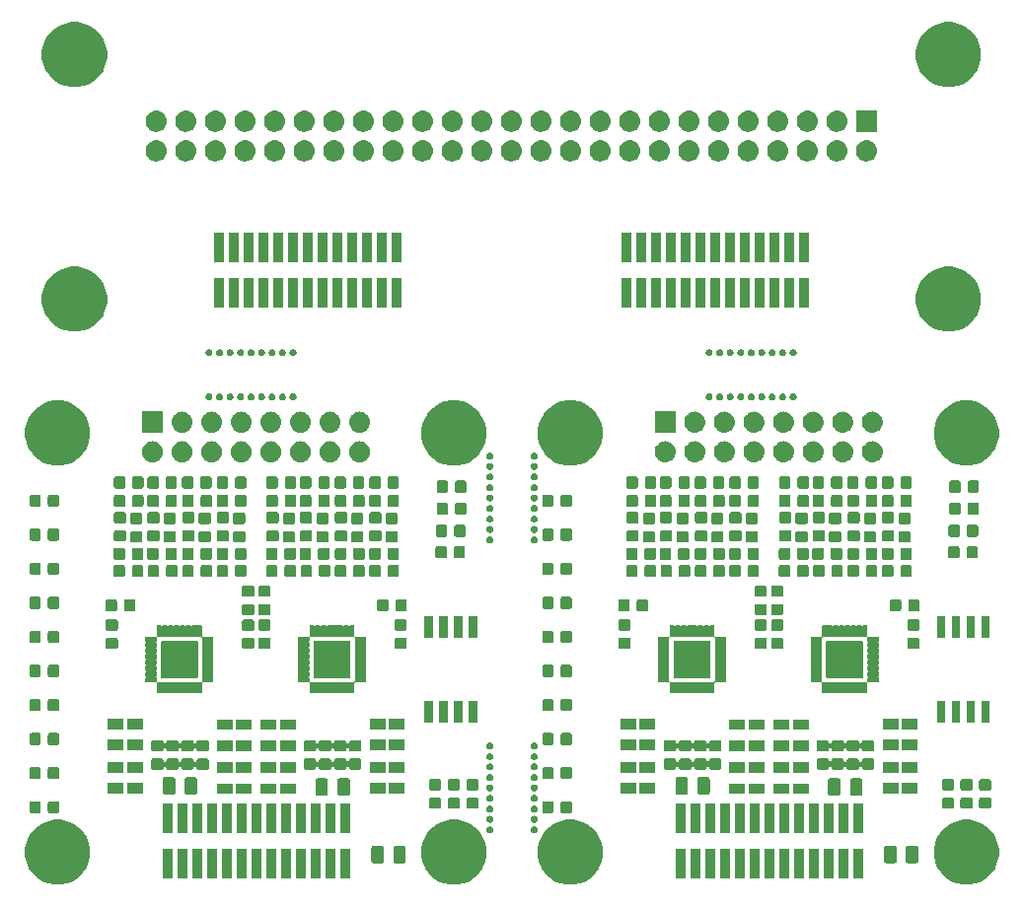
<source format=gbr>
%TF.GenerationSoftware,KiCad,Pcbnew,5.0.2-bee76a0~70~ubuntu18.04.1*%
%TF.CreationDate,2019-02-16T20:38:26+01:00*%
%TF.ProjectId,panel,70616e65-6c2e-46b6-9963-61645f706362,rev?*%
%TF.SameCoordinates,Original*%
%TF.FileFunction,Soldermask,Top*%
%TF.FilePolarity,Negative*%
%FSLAX46Y46*%
G04 Gerber Fmt 4.6, Leading zero omitted, Abs format (unit mm)*
G04 Created by KiCad (PCBNEW 5.0.2-bee76a0~70~ubuntu18.04.1) date lør 16 feb 2019 20:38:26 CET*
%MOMM*%
%LPD*%
G01*
G04 APERTURE LIST*
%ADD10C,0.100000*%
G04 APERTURE END LIST*
D10*
G36*
X102792021Y-89331640D02*
X103301770Y-89542785D01*
X103384321Y-89597944D01*
X103760534Y-89849321D01*
X104150679Y-90239466D01*
X104254206Y-90394406D01*
X104457215Y-90698230D01*
X104668360Y-91207979D01*
X104776000Y-91749124D01*
X104776000Y-92300876D01*
X104668360Y-92842021D01*
X104457215Y-93351770D01*
X104429373Y-93393438D01*
X104150679Y-93810534D01*
X103760534Y-94200679D01*
X103540085Y-94347978D01*
X103301770Y-94507215D01*
X102792021Y-94718360D01*
X102250876Y-94826000D01*
X101699124Y-94826000D01*
X101157979Y-94718360D01*
X100648230Y-94507215D01*
X100409915Y-94347978D01*
X100189466Y-94200679D01*
X99799321Y-93810534D01*
X99520627Y-93393438D01*
X99492785Y-93351770D01*
X99281640Y-92842021D01*
X99174000Y-92300876D01*
X99174000Y-91749124D01*
X99281640Y-91207979D01*
X99492785Y-90698230D01*
X99695794Y-90394406D01*
X99799321Y-90239466D01*
X100189466Y-89849321D01*
X100565679Y-89597944D01*
X100648230Y-89542785D01*
X101157979Y-89331640D01*
X101699124Y-89224000D01*
X102250876Y-89224000D01*
X102792021Y-89331640D01*
X102792021Y-89331640D01*
G37*
G36*
X58792021Y-89331640D02*
X59301770Y-89542785D01*
X59384321Y-89597944D01*
X59760534Y-89849321D01*
X60150679Y-90239466D01*
X60254206Y-90394406D01*
X60457215Y-90698230D01*
X60668360Y-91207979D01*
X60776000Y-91749124D01*
X60776000Y-92300876D01*
X60668360Y-92842021D01*
X60457215Y-93351770D01*
X60429373Y-93393438D01*
X60150679Y-93810534D01*
X59760534Y-94200679D01*
X59540085Y-94347978D01*
X59301770Y-94507215D01*
X58792021Y-94718360D01*
X58250876Y-94826000D01*
X57699124Y-94826000D01*
X57157979Y-94718360D01*
X56648230Y-94507215D01*
X56409915Y-94347978D01*
X56189466Y-94200679D01*
X55799321Y-93810534D01*
X55520627Y-93393438D01*
X55492785Y-93351770D01*
X55281640Y-92842021D01*
X55174000Y-92300876D01*
X55174000Y-91749124D01*
X55281640Y-91207979D01*
X55492785Y-90698230D01*
X55695794Y-90394406D01*
X55799321Y-90239466D01*
X56189466Y-89849321D01*
X56565679Y-89597944D01*
X56648230Y-89542785D01*
X57157979Y-89331640D01*
X57699124Y-89224000D01*
X58250876Y-89224000D01*
X58792021Y-89331640D01*
X58792021Y-89331640D01*
G37*
G36*
X24792021Y-89331640D02*
X25301770Y-89542785D01*
X25384321Y-89597944D01*
X25760534Y-89849321D01*
X26150679Y-90239466D01*
X26254206Y-90394406D01*
X26457215Y-90698230D01*
X26668360Y-91207979D01*
X26776000Y-91749124D01*
X26776000Y-92300876D01*
X26668360Y-92842021D01*
X26457215Y-93351770D01*
X26429373Y-93393438D01*
X26150679Y-93810534D01*
X25760534Y-94200679D01*
X25540085Y-94347978D01*
X25301770Y-94507215D01*
X24792021Y-94718360D01*
X24250876Y-94826000D01*
X23699124Y-94826000D01*
X23157979Y-94718360D01*
X22648230Y-94507215D01*
X22409915Y-94347978D01*
X22189466Y-94200679D01*
X21799321Y-93810534D01*
X21520627Y-93393438D01*
X21492785Y-93351770D01*
X21281640Y-92842021D01*
X21174000Y-92300876D01*
X21174000Y-91749124D01*
X21281640Y-91207979D01*
X21492785Y-90698230D01*
X21695794Y-90394406D01*
X21799321Y-90239466D01*
X22189466Y-89849321D01*
X22565679Y-89597944D01*
X22648230Y-89542785D01*
X23157979Y-89331640D01*
X23699124Y-89224000D01*
X24250876Y-89224000D01*
X24792021Y-89331640D01*
X24792021Y-89331640D01*
G37*
G36*
X68792021Y-89331640D02*
X69301770Y-89542785D01*
X69384321Y-89597944D01*
X69760534Y-89849321D01*
X70150679Y-90239466D01*
X70254206Y-90394406D01*
X70457215Y-90698230D01*
X70668360Y-91207979D01*
X70776000Y-91749124D01*
X70776000Y-92300876D01*
X70668360Y-92842021D01*
X70457215Y-93351770D01*
X70429373Y-93393438D01*
X70150679Y-93810534D01*
X69760534Y-94200679D01*
X69540085Y-94347978D01*
X69301770Y-94507215D01*
X68792021Y-94718360D01*
X68250876Y-94826000D01*
X67699124Y-94826000D01*
X67157979Y-94718360D01*
X66648230Y-94507215D01*
X66409915Y-94347978D01*
X66189466Y-94200679D01*
X65799321Y-93810534D01*
X65520627Y-93393438D01*
X65492785Y-93351770D01*
X65281640Y-92842021D01*
X65174000Y-92300876D01*
X65174000Y-91749124D01*
X65281640Y-91207979D01*
X65492785Y-90698230D01*
X65695794Y-90394406D01*
X65799321Y-90239466D01*
X66189466Y-89849321D01*
X66565679Y-89597944D01*
X66648230Y-89542785D01*
X67157979Y-89331640D01*
X67699124Y-89224000D01*
X68250876Y-89224000D01*
X68792021Y-89331640D01*
X68792021Y-89331640D01*
G37*
G36*
X86741000Y-94251000D02*
X85899000Y-94251000D01*
X85899000Y-91749000D01*
X86741000Y-91749000D01*
X86741000Y-94251000D01*
X86741000Y-94251000D01*
G37*
G36*
X84201000Y-94251000D02*
X83359000Y-94251000D01*
X83359000Y-91749000D01*
X84201000Y-91749000D01*
X84201000Y-94251000D01*
X84201000Y-94251000D01*
G37*
G36*
X88011000Y-94251000D02*
X87169000Y-94251000D01*
X87169000Y-91749000D01*
X88011000Y-91749000D01*
X88011000Y-94251000D01*
X88011000Y-94251000D01*
G37*
G36*
X89281000Y-94251000D02*
X88439000Y-94251000D01*
X88439000Y-91749000D01*
X89281000Y-91749000D01*
X89281000Y-94251000D01*
X89281000Y-94251000D01*
G37*
G36*
X90551000Y-94251000D02*
X89709000Y-94251000D01*
X89709000Y-91749000D01*
X90551000Y-91749000D01*
X90551000Y-94251000D01*
X90551000Y-94251000D01*
G37*
G36*
X91821000Y-94251000D02*
X90979000Y-94251000D01*
X90979000Y-91749000D01*
X91821000Y-91749000D01*
X91821000Y-94251000D01*
X91821000Y-94251000D01*
G37*
G36*
X40201000Y-94251000D02*
X39359000Y-94251000D01*
X39359000Y-91749000D01*
X40201000Y-91749000D01*
X40201000Y-94251000D01*
X40201000Y-94251000D01*
G37*
G36*
X82931000Y-94251000D02*
X82089000Y-94251000D01*
X82089000Y-91749000D01*
X82931000Y-91749000D01*
X82931000Y-94251000D01*
X82931000Y-94251000D01*
G37*
G36*
X33851000Y-94251000D02*
X33009000Y-94251000D01*
X33009000Y-91749000D01*
X33851000Y-91749000D01*
X33851000Y-94251000D01*
X33851000Y-94251000D01*
G37*
G36*
X35121000Y-94251000D02*
X34279000Y-94251000D01*
X34279000Y-91749000D01*
X35121000Y-91749000D01*
X35121000Y-94251000D01*
X35121000Y-94251000D01*
G37*
G36*
X81661000Y-94251000D02*
X80819000Y-94251000D01*
X80819000Y-91749000D01*
X81661000Y-91749000D01*
X81661000Y-94251000D01*
X81661000Y-94251000D01*
G37*
G36*
X37661000Y-94251000D02*
X36819000Y-94251000D01*
X36819000Y-91749000D01*
X37661000Y-91749000D01*
X37661000Y-94251000D01*
X37661000Y-94251000D01*
G37*
G36*
X38931000Y-94251000D02*
X38089000Y-94251000D01*
X38089000Y-91749000D01*
X38931000Y-91749000D01*
X38931000Y-94251000D01*
X38931000Y-94251000D01*
G37*
G36*
X79121000Y-94251000D02*
X78279000Y-94251000D01*
X78279000Y-91749000D01*
X79121000Y-91749000D01*
X79121000Y-94251000D01*
X79121000Y-94251000D01*
G37*
G36*
X80391000Y-94251000D02*
X79549000Y-94251000D01*
X79549000Y-91749000D01*
X80391000Y-91749000D01*
X80391000Y-94251000D01*
X80391000Y-94251000D01*
G37*
G36*
X93091000Y-94251000D02*
X92249000Y-94251000D01*
X92249000Y-91749000D01*
X93091000Y-91749000D01*
X93091000Y-94251000D01*
X93091000Y-94251000D01*
G37*
G36*
X85471000Y-94251000D02*
X84629000Y-94251000D01*
X84629000Y-91749000D01*
X85471000Y-91749000D01*
X85471000Y-94251000D01*
X85471000Y-94251000D01*
G37*
G36*
X49091000Y-94251000D02*
X48249000Y-94251000D01*
X48249000Y-91749000D01*
X49091000Y-91749000D01*
X49091000Y-94251000D01*
X49091000Y-94251000D01*
G37*
G36*
X47821000Y-94251000D02*
X46979000Y-94251000D01*
X46979000Y-91749000D01*
X47821000Y-91749000D01*
X47821000Y-94251000D01*
X47821000Y-94251000D01*
G37*
G36*
X45281000Y-94251000D02*
X44439000Y-94251000D01*
X44439000Y-91749000D01*
X45281000Y-91749000D01*
X45281000Y-94251000D01*
X45281000Y-94251000D01*
G37*
G36*
X46551000Y-94251000D02*
X45709000Y-94251000D01*
X45709000Y-91749000D01*
X46551000Y-91749000D01*
X46551000Y-94251000D01*
X46551000Y-94251000D01*
G37*
G36*
X36391000Y-94251000D02*
X35549000Y-94251000D01*
X35549000Y-91749000D01*
X36391000Y-91749000D01*
X36391000Y-94251000D01*
X36391000Y-94251000D01*
G37*
G36*
X42741000Y-94251000D02*
X41899000Y-94251000D01*
X41899000Y-91749000D01*
X42741000Y-91749000D01*
X42741000Y-94251000D01*
X42741000Y-94251000D01*
G37*
G36*
X44011000Y-94251000D02*
X43169000Y-94251000D01*
X43169000Y-91749000D01*
X44011000Y-91749000D01*
X44011000Y-94251000D01*
X44011000Y-94251000D01*
G37*
G36*
X41471000Y-94251000D02*
X40629000Y-94251000D01*
X40629000Y-91749000D01*
X41471000Y-91749000D01*
X41471000Y-94251000D01*
X41471000Y-94251000D01*
G37*
G36*
X77851000Y-94251000D02*
X77009000Y-94251000D01*
X77009000Y-91749000D01*
X77851000Y-91749000D01*
X77851000Y-94251000D01*
X77851000Y-94251000D01*
G37*
G36*
X51809466Y-91478565D02*
X51848137Y-91490296D01*
X51883779Y-91509348D01*
X51915017Y-91534983D01*
X51940652Y-91566221D01*
X51959704Y-91601863D01*
X51971435Y-91640534D01*
X51976000Y-91686888D01*
X51976000Y-92763112D01*
X51971435Y-92809466D01*
X51959704Y-92848137D01*
X51940652Y-92883779D01*
X51915017Y-92915017D01*
X51883779Y-92940652D01*
X51848137Y-92959704D01*
X51809466Y-92971435D01*
X51763112Y-92976000D01*
X51111888Y-92976000D01*
X51065534Y-92971435D01*
X51026863Y-92959704D01*
X50991221Y-92940652D01*
X50959983Y-92915017D01*
X50934348Y-92883779D01*
X50915296Y-92848137D01*
X50903565Y-92809466D01*
X50899000Y-92763112D01*
X50899000Y-91686888D01*
X50903565Y-91640534D01*
X50915296Y-91601863D01*
X50934348Y-91566221D01*
X50959983Y-91534983D01*
X50991221Y-91509348D01*
X51026863Y-91490296D01*
X51065534Y-91478565D01*
X51111888Y-91474000D01*
X51763112Y-91474000D01*
X51809466Y-91478565D01*
X51809466Y-91478565D01*
G37*
G36*
X95809466Y-91478565D02*
X95848137Y-91490296D01*
X95883779Y-91509348D01*
X95915017Y-91534983D01*
X95940652Y-91566221D01*
X95959704Y-91601863D01*
X95971435Y-91640534D01*
X95976000Y-91686888D01*
X95976000Y-92763112D01*
X95971435Y-92809466D01*
X95959704Y-92848137D01*
X95940652Y-92883779D01*
X95915017Y-92915017D01*
X95883779Y-92940652D01*
X95848137Y-92959704D01*
X95809466Y-92971435D01*
X95763112Y-92976000D01*
X95111888Y-92976000D01*
X95065534Y-92971435D01*
X95026863Y-92959704D01*
X94991221Y-92940652D01*
X94959983Y-92915017D01*
X94934348Y-92883779D01*
X94915296Y-92848137D01*
X94903565Y-92809466D01*
X94899000Y-92763112D01*
X94899000Y-91686888D01*
X94903565Y-91640534D01*
X94915296Y-91601863D01*
X94934348Y-91566221D01*
X94959983Y-91534983D01*
X94991221Y-91509348D01*
X95026863Y-91490296D01*
X95065534Y-91478565D01*
X95111888Y-91474000D01*
X95763112Y-91474000D01*
X95809466Y-91478565D01*
X95809466Y-91478565D01*
G37*
G36*
X53684466Y-91478565D02*
X53723137Y-91490296D01*
X53758779Y-91509348D01*
X53790017Y-91534983D01*
X53815652Y-91566221D01*
X53834704Y-91601863D01*
X53846435Y-91640534D01*
X53851000Y-91686888D01*
X53851000Y-92763112D01*
X53846435Y-92809466D01*
X53834704Y-92848137D01*
X53815652Y-92883779D01*
X53790017Y-92915017D01*
X53758779Y-92940652D01*
X53723137Y-92959704D01*
X53684466Y-92971435D01*
X53638112Y-92976000D01*
X52986888Y-92976000D01*
X52940534Y-92971435D01*
X52901863Y-92959704D01*
X52866221Y-92940652D01*
X52834983Y-92915017D01*
X52809348Y-92883779D01*
X52790296Y-92848137D01*
X52778565Y-92809466D01*
X52774000Y-92763112D01*
X52774000Y-91686888D01*
X52778565Y-91640534D01*
X52790296Y-91601863D01*
X52809348Y-91566221D01*
X52834983Y-91534983D01*
X52866221Y-91509348D01*
X52901863Y-91490296D01*
X52940534Y-91478565D01*
X52986888Y-91474000D01*
X53638112Y-91474000D01*
X53684466Y-91478565D01*
X53684466Y-91478565D01*
G37*
G36*
X97684466Y-91478565D02*
X97723137Y-91490296D01*
X97758779Y-91509348D01*
X97790017Y-91534983D01*
X97815652Y-91566221D01*
X97834704Y-91601863D01*
X97846435Y-91640534D01*
X97851000Y-91686888D01*
X97851000Y-92763112D01*
X97846435Y-92809466D01*
X97834704Y-92848137D01*
X97815652Y-92883779D01*
X97790017Y-92915017D01*
X97758779Y-92940652D01*
X97723137Y-92959704D01*
X97684466Y-92971435D01*
X97638112Y-92976000D01*
X96986888Y-92976000D01*
X96940534Y-92971435D01*
X96901863Y-92959704D01*
X96866221Y-92940652D01*
X96834983Y-92915017D01*
X96809348Y-92883779D01*
X96790296Y-92848137D01*
X96778565Y-92809466D01*
X96774000Y-92763112D01*
X96774000Y-91686888D01*
X96778565Y-91640534D01*
X96790296Y-91601863D01*
X96809348Y-91566221D01*
X96834983Y-91534983D01*
X96866221Y-91509348D01*
X96901863Y-91490296D01*
X96940534Y-91478565D01*
X96986888Y-91474000D01*
X97638112Y-91474000D01*
X97684466Y-91478565D01*
X97684466Y-91478565D01*
G37*
G36*
X61162796Y-89810567D02*
X61217578Y-89833258D01*
X61266879Y-89866200D01*
X61308800Y-89908121D01*
X61341742Y-89957422D01*
X61364433Y-90012204D01*
X61376000Y-90070353D01*
X61376000Y-90129647D01*
X61364433Y-90187796D01*
X61341742Y-90242578D01*
X61308800Y-90291879D01*
X61266879Y-90333800D01*
X61217578Y-90366742D01*
X61162796Y-90389433D01*
X61104647Y-90401000D01*
X61045353Y-90401000D01*
X60987204Y-90389433D01*
X60932422Y-90366742D01*
X60883121Y-90333800D01*
X60841200Y-90291879D01*
X60808258Y-90242578D01*
X60785567Y-90187796D01*
X60774000Y-90129647D01*
X60774000Y-90070353D01*
X60785567Y-90012204D01*
X60808258Y-89957422D01*
X60841200Y-89908121D01*
X60883121Y-89866200D01*
X60932422Y-89833258D01*
X60987204Y-89810567D01*
X61045353Y-89799000D01*
X61104647Y-89799000D01*
X61162796Y-89810567D01*
X61162796Y-89810567D01*
G37*
G36*
X64962796Y-89810567D02*
X65017578Y-89833258D01*
X65066879Y-89866200D01*
X65108800Y-89908121D01*
X65141742Y-89957422D01*
X65164433Y-90012204D01*
X65176000Y-90070353D01*
X65176000Y-90129647D01*
X65164433Y-90187796D01*
X65141742Y-90242578D01*
X65108800Y-90291879D01*
X65066879Y-90333800D01*
X65017578Y-90366742D01*
X64962796Y-90389433D01*
X64904647Y-90401000D01*
X64845353Y-90401000D01*
X64787204Y-90389433D01*
X64732422Y-90366742D01*
X64683121Y-90333800D01*
X64641200Y-90291879D01*
X64608258Y-90242578D01*
X64585567Y-90187796D01*
X64574000Y-90129647D01*
X64574000Y-90070353D01*
X64585567Y-90012204D01*
X64608258Y-89957422D01*
X64641200Y-89908121D01*
X64683121Y-89866200D01*
X64732422Y-89833258D01*
X64787204Y-89810567D01*
X64845353Y-89799000D01*
X64904647Y-89799000D01*
X64962796Y-89810567D01*
X64962796Y-89810567D01*
G37*
G36*
X88011000Y-90351000D02*
X87169000Y-90351000D01*
X87169000Y-87849000D01*
X88011000Y-87849000D01*
X88011000Y-90351000D01*
X88011000Y-90351000D01*
G37*
G36*
X86741000Y-90351000D02*
X85899000Y-90351000D01*
X85899000Y-87849000D01*
X86741000Y-87849000D01*
X86741000Y-90351000D01*
X86741000Y-90351000D01*
G37*
G36*
X85471000Y-90351000D02*
X84629000Y-90351000D01*
X84629000Y-87849000D01*
X85471000Y-87849000D01*
X85471000Y-90351000D01*
X85471000Y-90351000D01*
G37*
G36*
X45281000Y-90351000D02*
X44439000Y-90351000D01*
X44439000Y-87849000D01*
X45281000Y-87849000D01*
X45281000Y-90351000D01*
X45281000Y-90351000D01*
G37*
G36*
X49091000Y-90351000D02*
X48249000Y-90351000D01*
X48249000Y-87849000D01*
X49091000Y-87849000D01*
X49091000Y-90351000D01*
X49091000Y-90351000D01*
G37*
G36*
X47821000Y-90351000D02*
X46979000Y-90351000D01*
X46979000Y-87849000D01*
X47821000Y-87849000D01*
X47821000Y-90351000D01*
X47821000Y-90351000D01*
G37*
G36*
X46551000Y-90351000D02*
X45709000Y-90351000D01*
X45709000Y-87849000D01*
X46551000Y-87849000D01*
X46551000Y-90351000D01*
X46551000Y-90351000D01*
G37*
G36*
X37661000Y-90351000D02*
X36819000Y-90351000D01*
X36819000Y-87849000D01*
X37661000Y-87849000D01*
X37661000Y-90351000D01*
X37661000Y-90351000D01*
G37*
G36*
X44011000Y-90351000D02*
X43169000Y-90351000D01*
X43169000Y-87849000D01*
X44011000Y-87849000D01*
X44011000Y-90351000D01*
X44011000Y-90351000D01*
G37*
G36*
X42741000Y-90351000D02*
X41899000Y-90351000D01*
X41899000Y-87849000D01*
X42741000Y-87849000D01*
X42741000Y-90351000D01*
X42741000Y-90351000D01*
G37*
G36*
X41471000Y-90351000D02*
X40629000Y-90351000D01*
X40629000Y-87849000D01*
X41471000Y-87849000D01*
X41471000Y-90351000D01*
X41471000Y-90351000D01*
G37*
G36*
X40201000Y-90351000D02*
X39359000Y-90351000D01*
X39359000Y-87849000D01*
X40201000Y-87849000D01*
X40201000Y-90351000D01*
X40201000Y-90351000D01*
G37*
G36*
X89281000Y-90351000D02*
X88439000Y-90351000D01*
X88439000Y-87849000D01*
X89281000Y-87849000D01*
X89281000Y-90351000D01*
X89281000Y-90351000D01*
G37*
G36*
X90551000Y-90351000D02*
X89709000Y-90351000D01*
X89709000Y-87849000D01*
X90551000Y-87849000D01*
X90551000Y-90351000D01*
X90551000Y-90351000D01*
G37*
G36*
X81661000Y-90351000D02*
X80819000Y-90351000D01*
X80819000Y-87849000D01*
X81661000Y-87849000D01*
X81661000Y-90351000D01*
X81661000Y-90351000D01*
G37*
G36*
X84201000Y-90351000D02*
X83359000Y-90351000D01*
X83359000Y-87849000D01*
X84201000Y-87849000D01*
X84201000Y-90351000D01*
X84201000Y-90351000D01*
G37*
G36*
X36391000Y-90351000D02*
X35549000Y-90351000D01*
X35549000Y-87849000D01*
X36391000Y-87849000D01*
X36391000Y-90351000D01*
X36391000Y-90351000D01*
G37*
G36*
X82931000Y-90351000D02*
X82089000Y-90351000D01*
X82089000Y-87849000D01*
X82931000Y-87849000D01*
X82931000Y-90351000D01*
X82931000Y-90351000D01*
G37*
G36*
X35121000Y-90351000D02*
X34279000Y-90351000D01*
X34279000Y-87849000D01*
X35121000Y-87849000D01*
X35121000Y-90351000D01*
X35121000Y-90351000D01*
G37*
G36*
X33851000Y-90351000D02*
X33009000Y-90351000D01*
X33009000Y-87849000D01*
X33851000Y-87849000D01*
X33851000Y-90351000D01*
X33851000Y-90351000D01*
G37*
G36*
X79121000Y-90351000D02*
X78279000Y-90351000D01*
X78279000Y-87849000D01*
X79121000Y-87849000D01*
X79121000Y-90351000D01*
X79121000Y-90351000D01*
G37*
G36*
X77851000Y-90351000D02*
X77009000Y-90351000D01*
X77009000Y-87849000D01*
X77851000Y-87849000D01*
X77851000Y-90351000D01*
X77851000Y-90351000D01*
G37*
G36*
X38931000Y-90351000D02*
X38089000Y-90351000D01*
X38089000Y-87849000D01*
X38931000Y-87849000D01*
X38931000Y-90351000D01*
X38931000Y-90351000D01*
G37*
G36*
X93091000Y-90351000D02*
X92249000Y-90351000D01*
X92249000Y-87849000D01*
X93091000Y-87849000D01*
X93091000Y-90351000D01*
X93091000Y-90351000D01*
G37*
G36*
X91821000Y-90351000D02*
X90979000Y-90351000D01*
X90979000Y-87849000D01*
X91821000Y-87849000D01*
X91821000Y-90351000D01*
X91821000Y-90351000D01*
G37*
G36*
X80391000Y-90351000D02*
X79549000Y-90351000D01*
X79549000Y-87849000D01*
X80391000Y-87849000D01*
X80391000Y-90351000D01*
X80391000Y-90351000D01*
G37*
G36*
X61162796Y-88910567D02*
X61217578Y-88933258D01*
X61266879Y-88966200D01*
X61308800Y-89008121D01*
X61341742Y-89057422D01*
X61364433Y-89112204D01*
X61376000Y-89170353D01*
X61376000Y-89229647D01*
X61364433Y-89287796D01*
X61341742Y-89342578D01*
X61308800Y-89391879D01*
X61266879Y-89433800D01*
X61217578Y-89466742D01*
X61162796Y-89489433D01*
X61104647Y-89501000D01*
X61045353Y-89501000D01*
X60987204Y-89489433D01*
X60932422Y-89466742D01*
X60883121Y-89433800D01*
X60841200Y-89391879D01*
X60808258Y-89342578D01*
X60785567Y-89287796D01*
X60774000Y-89229647D01*
X60774000Y-89170353D01*
X60785567Y-89112204D01*
X60808258Y-89057422D01*
X60841200Y-89008121D01*
X60883121Y-88966200D01*
X60932422Y-88933258D01*
X60987204Y-88910567D01*
X61045353Y-88899000D01*
X61104647Y-88899000D01*
X61162796Y-88910567D01*
X61162796Y-88910567D01*
G37*
G36*
X64962796Y-88910567D02*
X65017578Y-88933258D01*
X65066879Y-88966200D01*
X65108800Y-89008121D01*
X65141742Y-89057422D01*
X65164433Y-89112204D01*
X65176000Y-89170353D01*
X65176000Y-89229647D01*
X65164433Y-89287796D01*
X65141742Y-89342578D01*
X65108800Y-89391879D01*
X65066879Y-89433800D01*
X65017578Y-89466742D01*
X64962796Y-89489433D01*
X64904647Y-89501000D01*
X64845353Y-89501000D01*
X64787204Y-89489433D01*
X64732422Y-89466742D01*
X64683121Y-89433800D01*
X64641200Y-89391879D01*
X64608258Y-89342578D01*
X64585567Y-89287796D01*
X64574000Y-89229647D01*
X64574000Y-89170353D01*
X64585567Y-89112204D01*
X64608258Y-89057422D01*
X64641200Y-89008121D01*
X64683121Y-88966200D01*
X64732422Y-88933258D01*
X64787204Y-88910567D01*
X64845353Y-88899000D01*
X64904647Y-88899000D01*
X64962796Y-88910567D01*
X64962796Y-88910567D01*
G37*
G36*
X22391304Y-87637572D02*
X22425282Y-87647880D01*
X22456600Y-87664620D01*
X22484052Y-87687148D01*
X22506580Y-87714600D01*
X22523320Y-87745918D01*
X22533628Y-87779896D01*
X22537713Y-87821377D01*
X22537713Y-88497597D01*
X22533628Y-88539078D01*
X22523320Y-88573056D01*
X22506580Y-88604374D01*
X22484052Y-88631826D01*
X22456600Y-88654354D01*
X22425282Y-88671094D01*
X22391304Y-88681402D01*
X22349823Y-88685487D01*
X21748603Y-88685487D01*
X21707122Y-88681402D01*
X21673144Y-88671094D01*
X21641826Y-88654354D01*
X21614374Y-88631826D01*
X21591846Y-88604374D01*
X21575106Y-88573056D01*
X21564798Y-88539078D01*
X21560713Y-88497597D01*
X21560713Y-87821377D01*
X21564798Y-87779896D01*
X21575106Y-87745918D01*
X21591846Y-87714600D01*
X21614374Y-87687148D01*
X21641826Y-87664620D01*
X21673144Y-87647880D01*
X21707122Y-87637572D01*
X21748603Y-87633487D01*
X22349823Y-87633487D01*
X22391304Y-87637572D01*
X22391304Y-87637572D01*
G37*
G36*
X66391304Y-87637572D02*
X66425282Y-87647880D01*
X66456600Y-87664620D01*
X66484052Y-87687148D01*
X66506580Y-87714600D01*
X66523320Y-87745918D01*
X66533628Y-87779896D01*
X66537713Y-87821377D01*
X66537713Y-88497597D01*
X66533628Y-88539078D01*
X66523320Y-88573056D01*
X66506580Y-88604374D01*
X66484052Y-88631826D01*
X66456600Y-88654354D01*
X66425282Y-88671094D01*
X66391304Y-88681402D01*
X66349823Y-88685487D01*
X65748603Y-88685487D01*
X65707122Y-88681402D01*
X65673144Y-88671094D01*
X65641826Y-88654354D01*
X65614374Y-88631826D01*
X65591846Y-88604374D01*
X65575106Y-88573056D01*
X65564798Y-88539078D01*
X65560713Y-88497597D01*
X65560713Y-87821377D01*
X65564798Y-87779896D01*
X65575106Y-87745918D01*
X65591846Y-87714600D01*
X65614374Y-87687148D01*
X65641826Y-87664620D01*
X65673144Y-87647880D01*
X65707122Y-87637572D01*
X65748603Y-87633487D01*
X66349823Y-87633487D01*
X66391304Y-87637572D01*
X66391304Y-87637572D01*
G37*
G36*
X67966304Y-87637572D02*
X68000282Y-87647880D01*
X68031600Y-87664620D01*
X68059052Y-87687148D01*
X68081580Y-87714600D01*
X68098320Y-87745918D01*
X68108628Y-87779896D01*
X68112713Y-87821377D01*
X68112713Y-88497597D01*
X68108628Y-88539078D01*
X68098320Y-88573056D01*
X68081580Y-88604374D01*
X68059052Y-88631826D01*
X68031600Y-88654354D01*
X68000282Y-88671094D01*
X67966304Y-88681402D01*
X67924823Y-88685487D01*
X67323603Y-88685487D01*
X67282122Y-88681402D01*
X67248144Y-88671094D01*
X67216826Y-88654354D01*
X67189374Y-88631826D01*
X67166846Y-88604374D01*
X67150106Y-88573056D01*
X67139798Y-88539078D01*
X67135713Y-88497597D01*
X67135713Y-87821377D01*
X67139798Y-87779896D01*
X67150106Y-87745918D01*
X67166846Y-87714600D01*
X67189374Y-87687148D01*
X67216826Y-87664620D01*
X67248144Y-87647880D01*
X67282122Y-87637572D01*
X67323603Y-87633487D01*
X67924823Y-87633487D01*
X67966304Y-87637572D01*
X67966304Y-87637572D01*
G37*
G36*
X23966304Y-87637572D02*
X24000282Y-87647880D01*
X24031600Y-87664620D01*
X24059052Y-87687148D01*
X24081580Y-87714600D01*
X24098320Y-87745918D01*
X24108628Y-87779896D01*
X24112713Y-87821377D01*
X24112713Y-88497597D01*
X24108628Y-88539078D01*
X24098320Y-88573056D01*
X24081580Y-88604374D01*
X24059052Y-88631826D01*
X24031600Y-88654354D01*
X24000282Y-88671094D01*
X23966304Y-88681402D01*
X23924823Y-88685487D01*
X23323603Y-88685487D01*
X23282122Y-88681402D01*
X23248144Y-88671094D01*
X23216826Y-88654354D01*
X23189374Y-88631826D01*
X23166846Y-88604374D01*
X23150106Y-88573056D01*
X23139798Y-88539078D01*
X23135713Y-88497597D01*
X23135713Y-87821377D01*
X23139798Y-87779896D01*
X23150106Y-87745918D01*
X23166846Y-87714600D01*
X23189374Y-87687148D01*
X23216826Y-87664620D01*
X23248144Y-87647880D01*
X23282122Y-87637572D01*
X23323603Y-87633487D01*
X23924823Y-87633487D01*
X23966304Y-87637572D01*
X23966304Y-87637572D01*
G37*
G36*
X61162796Y-88010567D02*
X61217578Y-88033258D01*
X61266879Y-88066200D01*
X61308800Y-88108121D01*
X61341742Y-88157422D01*
X61364433Y-88212204D01*
X61376000Y-88270353D01*
X61376000Y-88329647D01*
X61364433Y-88387796D01*
X61341742Y-88442578D01*
X61308800Y-88491879D01*
X61266879Y-88533800D01*
X61217578Y-88566742D01*
X61162796Y-88589433D01*
X61104647Y-88601000D01*
X61045353Y-88601000D01*
X60987204Y-88589433D01*
X60932422Y-88566742D01*
X60883121Y-88533800D01*
X60841200Y-88491879D01*
X60808258Y-88442578D01*
X60785567Y-88387796D01*
X60774000Y-88329647D01*
X60774000Y-88270353D01*
X60785567Y-88212204D01*
X60808258Y-88157422D01*
X60841200Y-88108121D01*
X60883121Y-88066200D01*
X60932422Y-88033258D01*
X60987204Y-88010567D01*
X61045353Y-87999000D01*
X61104647Y-87999000D01*
X61162796Y-88010567D01*
X61162796Y-88010567D01*
G37*
G36*
X64962796Y-88010567D02*
X65017578Y-88033258D01*
X65066879Y-88066200D01*
X65108800Y-88108121D01*
X65141742Y-88157422D01*
X65164433Y-88212204D01*
X65176000Y-88270353D01*
X65176000Y-88329647D01*
X65164433Y-88387796D01*
X65141742Y-88442578D01*
X65108800Y-88491879D01*
X65066879Y-88533800D01*
X65017578Y-88566742D01*
X64962796Y-88589433D01*
X64904647Y-88601000D01*
X64845353Y-88601000D01*
X64787204Y-88589433D01*
X64732422Y-88566742D01*
X64683121Y-88533800D01*
X64641200Y-88491879D01*
X64608258Y-88442578D01*
X64585567Y-88387796D01*
X64574000Y-88329647D01*
X64574000Y-88270353D01*
X64585567Y-88212204D01*
X64608258Y-88157422D01*
X64641200Y-88108121D01*
X64683121Y-88066200D01*
X64732422Y-88033258D01*
X64787204Y-88010567D01*
X64845353Y-87999000D01*
X64904647Y-87999000D01*
X64962796Y-88010567D01*
X64962796Y-88010567D01*
G37*
G36*
X56754591Y-87328085D02*
X56788569Y-87338393D01*
X56819887Y-87355133D01*
X56847339Y-87377661D01*
X56869867Y-87405113D01*
X56886607Y-87436431D01*
X56896915Y-87470409D01*
X56901000Y-87511890D01*
X56901000Y-88113110D01*
X56896915Y-88154591D01*
X56886607Y-88188569D01*
X56869867Y-88219887D01*
X56847339Y-88247339D01*
X56819887Y-88269867D01*
X56788569Y-88286607D01*
X56754591Y-88296915D01*
X56713110Y-88301000D01*
X56036890Y-88301000D01*
X55995409Y-88296915D01*
X55961431Y-88286607D01*
X55930113Y-88269867D01*
X55902661Y-88247339D01*
X55880133Y-88219887D01*
X55863393Y-88188569D01*
X55853085Y-88154591D01*
X55849000Y-88113110D01*
X55849000Y-87511890D01*
X55853085Y-87470409D01*
X55863393Y-87436431D01*
X55880133Y-87405113D01*
X55902661Y-87377661D01*
X55930113Y-87355133D01*
X55961431Y-87338393D01*
X55995409Y-87328085D01*
X56036890Y-87324000D01*
X56713110Y-87324000D01*
X56754591Y-87328085D01*
X56754591Y-87328085D01*
G37*
G36*
X102354591Y-87328085D02*
X102388569Y-87338393D01*
X102419887Y-87355133D01*
X102447339Y-87377661D01*
X102469867Y-87405113D01*
X102486607Y-87436431D01*
X102496915Y-87470409D01*
X102501000Y-87511890D01*
X102501000Y-88113110D01*
X102496915Y-88154591D01*
X102486607Y-88188569D01*
X102469867Y-88219887D01*
X102447339Y-88247339D01*
X102419887Y-88269867D01*
X102388569Y-88286607D01*
X102354591Y-88296915D01*
X102313110Y-88301000D01*
X101636890Y-88301000D01*
X101595409Y-88296915D01*
X101561431Y-88286607D01*
X101530113Y-88269867D01*
X101502661Y-88247339D01*
X101480133Y-88219887D01*
X101463393Y-88188569D01*
X101453085Y-88154591D01*
X101449000Y-88113110D01*
X101449000Y-87511890D01*
X101453085Y-87470409D01*
X101463393Y-87436431D01*
X101480133Y-87405113D01*
X101502661Y-87377661D01*
X101530113Y-87355133D01*
X101561431Y-87338393D01*
X101595409Y-87328085D01*
X101636890Y-87324000D01*
X102313110Y-87324000D01*
X102354591Y-87328085D01*
X102354591Y-87328085D01*
G37*
G36*
X100754591Y-87328085D02*
X100788569Y-87338393D01*
X100819887Y-87355133D01*
X100847339Y-87377661D01*
X100869867Y-87405113D01*
X100886607Y-87436431D01*
X100896915Y-87470409D01*
X100901000Y-87511890D01*
X100901000Y-88113110D01*
X100896915Y-88154591D01*
X100886607Y-88188569D01*
X100869867Y-88219887D01*
X100847339Y-88247339D01*
X100819887Y-88269867D01*
X100788569Y-88286607D01*
X100754591Y-88296915D01*
X100713110Y-88301000D01*
X100036890Y-88301000D01*
X99995409Y-88296915D01*
X99961431Y-88286607D01*
X99930113Y-88269867D01*
X99902661Y-88247339D01*
X99880133Y-88219887D01*
X99863393Y-88188569D01*
X99853085Y-88154591D01*
X99849000Y-88113110D01*
X99849000Y-87511890D01*
X99853085Y-87470409D01*
X99863393Y-87436431D01*
X99880133Y-87405113D01*
X99902661Y-87377661D01*
X99930113Y-87355133D01*
X99961431Y-87338393D01*
X99995409Y-87328085D01*
X100036890Y-87324000D01*
X100713110Y-87324000D01*
X100754591Y-87328085D01*
X100754591Y-87328085D01*
G37*
G36*
X59954591Y-87328085D02*
X59988569Y-87338393D01*
X60019887Y-87355133D01*
X60047339Y-87377661D01*
X60069867Y-87405113D01*
X60086607Y-87436431D01*
X60096915Y-87470409D01*
X60101000Y-87511890D01*
X60101000Y-88113110D01*
X60096915Y-88154591D01*
X60086607Y-88188569D01*
X60069867Y-88219887D01*
X60047339Y-88247339D01*
X60019887Y-88269867D01*
X59988569Y-88286607D01*
X59954591Y-88296915D01*
X59913110Y-88301000D01*
X59236890Y-88301000D01*
X59195409Y-88296915D01*
X59161431Y-88286607D01*
X59130113Y-88269867D01*
X59102661Y-88247339D01*
X59080133Y-88219887D01*
X59063393Y-88188569D01*
X59053085Y-88154591D01*
X59049000Y-88113110D01*
X59049000Y-87511890D01*
X59053085Y-87470409D01*
X59063393Y-87436431D01*
X59080133Y-87405113D01*
X59102661Y-87377661D01*
X59130113Y-87355133D01*
X59161431Y-87338393D01*
X59195409Y-87328085D01*
X59236890Y-87324000D01*
X59913110Y-87324000D01*
X59954591Y-87328085D01*
X59954591Y-87328085D01*
G37*
G36*
X103954591Y-87328085D02*
X103988569Y-87338393D01*
X104019887Y-87355133D01*
X104047339Y-87377661D01*
X104069867Y-87405113D01*
X104086607Y-87436431D01*
X104096915Y-87470409D01*
X104101000Y-87511890D01*
X104101000Y-88113110D01*
X104096915Y-88154591D01*
X104086607Y-88188569D01*
X104069867Y-88219887D01*
X104047339Y-88247339D01*
X104019887Y-88269867D01*
X103988569Y-88286607D01*
X103954591Y-88296915D01*
X103913110Y-88301000D01*
X103236890Y-88301000D01*
X103195409Y-88296915D01*
X103161431Y-88286607D01*
X103130113Y-88269867D01*
X103102661Y-88247339D01*
X103080133Y-88219887D01*
X103063393Y-88188569D01*
X103053085Y-88154591D01*
X103049000Y-88113110D01*
X103049000Y-87511890D01*
X103053085Y-87470409D01*
X103063393Y-87436431D01*
X103080133Y-87405113D01*
X103102661Y-87377661D01*
X103130113Y-87355133D01*
X103161431Y-87338393D01*
X103195409Y-87328085D01*
X103236890Y-87324000D01*
X103913110Y-87324000D01*
X103954591Y-87328085D01*
X103954591Y-87328085D01*
G37*
G36*
X58354591Y-87328085D02*
X58388569Y-87338393D01*
X58419887Y-87355133D01*
X58447339Y-87377661D01*
X58469867Y-87405113D01*
X58486607Y-87436431D01*
X58496915Y-87470409D01*
X58501000Y-87511890D01*
X58501000Y-88113110D01*
X58496915Y-88154591D01*
X58486607Y-88188569D01*
X58469867Y-88219887D01*
X58447339Y-88247339D01*
X58419887Y-88269867D01*
X58388569Y-88286607D01*
X58354591Y-88296915D01*
X58313110Y-88301000D01*
X57636890Y-88301000D01*
X57595409Y-88296915D01*
X57561431Y-88286607D01*
X57530113Y-88269867D01*
X57502661Y-88247339D01*
X57480133Y-88219887D01*
X57463393Y-88188569D01*
X57453085Y-88154591D01*
X57449000Y-88113110D01*
X57449000Y-87511890D01*
X57453085Y-87470409D01*
X57463393Y-87436431D01*
X57480133Y-87405113D01*
X57502661Y-87377661D01*
X57530113Y-87355133D01*
X57561431Y-87338393D01*
X57595409Y-87328085D01*
X57636890Y-87324000D01*
X58313110Y-87324000D01*
X58354591Y-87328085D01*
X58354591Y-87328085D01*
G37*
G36*
X64962796Y-87110567D02*
X65017578Y-87133258D01*
X65066879Y-87166200D01*
X65108800Y-87208121D01*
X65141742Y-87257422D01*
X65164433Y-87312204D01*
X65176000Y-87370353D01*
X65176000Y-87429647D01*
X65164433Y-87487796D01*
X65141742Y-87542578D01*
X65108800Y-87591879D01*
X65066879Y-87633800D01*
X65017578Y-87666742D01*
X64962796Y-87689433D01*
X64904647Y-87701000D01*
X64845353Y-87701000D01*
X64787204Y-87689433D01*
X64732422Y-87666742D01*
X64683121Y-87633800D01*
X64641200Y-87591879D01*
X64608258Y-87542578D01*
X64585567Y-87487796D01*
X64574000Y-87429647D01*
X64574000Y-87370353D01*
X64585567Y-87312204D01*
X64608258Y-87257422D01*
X64641200Y-87208121D01*
X64683121Y-87166200D01*
X64732422Y-87133258D01*
X64787204Y-87110567D01*
X64845353Y-87099000D01*
X64904647Y-87099000D01*
X64962796Y-87110567D01*
X64962796Y-87110567D01*
G37*
G36*
X61162796Y-87110567D02*
X61217578Y-87133258D01*
X61266879Y-87166200D01*
X61308800Y-87208121D01*
X61341742Y-87257422D01*
X61364433Y-87312204D01*
X61376000Y-87370353D01*
X61376000Y-87429647D01*
X61364433Y-87487796D01*
X61341742Y-87542578D01*
X61308800Y-87591879D01*
X61266879Y-87633800D01*
X61217578Y-87666742D01*
X61162796Y-87689433D01*
X61104647Y-87701000D01*
X61045353Y-87701000D01*
X60987204Y-87689433D01*
X60932422Y-87666742D01*
X60883121Y-87633800D01*
X60841200Y-87591879D01*
X60808258Y-87542578D01*
X60785567Y-87487796D01*
X60774000Y-87429647D01*
X60774000Y-87370353D01*
X60785567Y-87312204D01*
X60808258Y-87257422D01*
X60841200Y-87208121D01*
X60883121Y-87166200D01*
X60932422Y-87133258D01*
X60987204Y-87110567D01*
X61045353Y-87099000D01*
X61104647Y-87099000D01*
X61162796Y-87110567D01*
X61162796Y-87110567D01*
G37*
G36*
X91009466Y-85678565D02*
X91048137Y-85690296D01*
X91083779Y-85709348D01*
X91115017Y-85734983D01*
X91140652Y-85766221D01*
X91159704Y-85801863D01*
X91171435Y-85840534D01*
X91176000Y-85886888D01*
X91176000Y-86963112D01*
X91171435Y-87009466D01*
X91159704Y-87048137D01*
X91140652Y-87083779D01*
X91115017Y-87115017D01*
X91083779Y-87140652D01*
X91048137Y-87159704D01*
X91009466Y-87171435D01*
X90963112Y-87176000D01*
X90311888Y-87176000D01*
X90265534Y-87171435D01*
X90226863Y-87159704D01*
X90191221Y-87140652D01*
X90159983Y-87115017D01*
X90134348Y-87083779D01*
X90115296Y-87048137D01*
X90103565Y-87009466D01*
X90099000Y-86963112D01*
X90099000Y-85886888D01*
X90103565Y-85840534D01*
X90115296Y-85801863D01*
X90134348Y-85766221D01*
X90159983Y-85734983D01*
X90191221Y-85709348D01*
X90226863Y-85690296D01*
X90265534Y-85678565D01*
X90311888Y-85674000D01*
X90963112Y-85674000D01*
X91009466Y-85678565D01*
X91009466Y-85678565D01*
G37*
G36*
X92884466Y-85678565D02*
X92923137Y-85690296D01*
X92958779Y-85709348D01*
X92990017Y-85734983D01*
X93015652Y-85766221D01*
X93034704Y-85801863D01*
X93046435Y-85840534D01*
X93051000Y-85886888D01*
X93051000Y-86963112D01*
X93046435Y-87009466D01*
X93034704Y-87048137D01*
X93015652Y-87083779D01*
X92990017Y-87115017D01*
X92958779Y-87140652D01*
X92923137Y-87159704D01*
X92884466Y-87171435D01*
X92838112Y-87176000D01*
X92186888Y-87176000D01*
X92140534Y-87171435D01*
X92101863Y-87159704D01*
X92066221Y-87140652D01*
X92034983Y-87115017D01*
X92009348Y-87083779D01*
X91990296Y-87048137D01*
X91978565Y-87009466D01*
X91974000Y-86963112D01*
X91974000Y-85886888D01*
X91978565Y-85840534D01*
X91990296Y-85801863D01*
X92009348Y-85766221D01*
X92034983Y-85734983D01*
X92066221Y-85709348D01*
X92101863Y-85690296D01*
X92140534Y-85678565D01*
X92186888Y-85674000D01*
X92838112Y-85674000D01*
X92884466Y-85678565D01*
X92884466Y-85678565D01*
G37*
G36*
X47009466Y-85678565D02*
X47048137Y-85690296D01*
X47083779Y-85709348D01*
X47115017Y-85734983D01*
X47140652Y-85766221D01*
X47159704Y-85801863D01*
X47171435Y-85840534D01*
X47176000Y-85886888D01*
X47176000Y-86963112D01*
X47171435Y-87009466D01*
X47159704Y-87048137D01*
X47140652Y-87083779D01*
X47115017Y-87115017D01*
X47083779Y-87140652D01*
X47048137Y-87159704D01*
X47009466Y-87171435D01*
X46963112Y-87176000D01*
X46311888Y-87176000D01*
X46265534Y-87171435D01*
X46226863Y-87159704D01*
X46191221Y-87140652D01*
X46159983Y-87115017D01*
X46134348Y-87083779D01*
X46115296Y-87048137D01*
X46103565Y-87009466D01*
X46099000Y-86963112D01*
X46099000Y-85886888D01*
X46103565Y-85840534D01*
X46115296Y-85801863D01*
X46134348Y-85766221D01*
X46159983Y-85734983D01*
X46191221Y-85709348D01*
X46226863Y-85690296D01*
X46265534Y-85678565D01*
X46311888Y-85674000D01*
X46963112Y-85674000D01*
X47009466Y-85678565D01*
X47009466Y-85678565D01*
G37*
G36*
X48884466Y-85678565D02*
X48923137Y-85690296D01*
X48958779Y-85709348D01*
X48990017Y-85734983D01*
X49015652Y-85766221D01*
X49034704Y-85801863D01*
X49046435Y-85840534D01*
X49051000Y-85886888D01*
X49051000Y-86963112D01*
X49046435Y-87009466D01*
X49034704Y-87048137D01*
X49015652Y-87083779D01*
X48990017Y-87115017D01*
X48958779Y-87140652D01*
X48923137Y-87159704D01*
X48884466Y-87171435D01*
X48838112Y-87176000D01*
X48186888Y-87176000D01*
X48140534Y-87171435D01*
X48101863Y-87159704D01*
X48066221Y-87140652D01*
X48034983Y-87115017D01*
X48009348Y-87083779D01*
X47990296Y-87048137D01*
X47978565Y-87009466D01*
X47974000Y-86963112D01*
X47974000Y-85886888D01*
X47978565Y-85840534D01*
X47990296Y-85801863D01*
X48009348Y-85766221D01*
X48034983Y-85734983D01*
X48066221Y-85709348D01*
X48101863Y-85690296D01*
X48140534Y-85678565D01*
X48186888Y-85674000D01*
X48838112Y-85674000D01*
X48884466Y-85678565D01*
X48884466Y-85678565D01*
G37*
G36*
X79784466Y-85578565D02*
X79823137Y-85590296D01*
X79858779Y-85609348D01*
X79890017Y-85634983D01*
X79915652Y-85666221D01*
X79934704Y-85701863D01*
X79946435Y-85740534D01*
X79951000Y-85786888D01*
X79951000Y-86863112D01*
X79946435Y-86909466D01*
X79934704Y-86948137D01*
X79915652Y-86983779D01*
X79890017Y-87015017D01*
X79858779Y-87040652D01*
X79823137Y-87059704D01*
X79784466Y-87071435D01*
X79738112Y-87076000D01*
X79086888Y-87076000D01*
X79040534Y-87071435D01*
X79001863Y-87059704D01*
X78966221Y-87040652D01*
X78934983Y-87015017D01*
X78909348Y-86983779D01*
X78890296Y-86948137D01*
X78878565Y-86909466D01*
X78874000Y-86863112D01*
X78874000Y-85786888D01*
X78878565Y-85740534D01*
X78890296Y-85701863D01*
X78909348Y-85666221D01*
X78934983Y-85634983D01*
X78966221Y-85609348D01*
X79001863Y-85590296D01*
X79040534Y-85578565D01*
X79086888Y-85574000D01*
X79738112Y-85574000D01*
X79784466Y-85578565D01*
X79784466Y-85578565D01*
G37*
G36*
X77909466Y-85578565D02*
X77948137Y-85590296D01*
X77983779Y-85609348D01*
X78015017Y-85634983D01*
X78040652Y-85666221D01*
X78059704Y-85701863D01*
X78071435Y-85740534D01*
X78076000Y-85786888D01*
X78076000Y-86863112D01*
X78071435Y-86909466D01*
X78059704Y-86948137D01*
X78040652Y-86983779D01*
X78015017Y-87015017D01*
X77983779Y-87040652D01*
X77948137Y-87059704D01*
X77909466Y-87071435D01*
X77863112Y-87076000D01*
X77211888Y-87076000D01*
X77165534Y-87071435D01*
X77126863Y-87059704D01*
X77091221Y-87040652D01*
X77059983Y-87015017D01*
X77034348Y-86983779D01*
X77015296Y-86948137D01*
X77003565Y-86909466D01*
X76999000Y-86863112D01*
X76999000Y-85786888D01*
X77003565Y-85740534D01*
X77015296Y-85701863D01*
X77034348Y-85666221D01*
X77059983Y-85634983D01*
X77091221Y-85609348D01*
X77126863Y-85590296D01*
X77165534Y-85578565D01*
X77211888Y-85574000D01*
X77863112Y-85574000D01*
X77909466Y-85578565D01*
X77909466Y-85578565D01*
G37*
G36*
X33909466Y-85578565D02*
X33948137Y-85590296D01*
X33983779Y-85609348D01*
X34015017Y-85634983D01*
X34040652Y-85666221D01*
X34059704Y-85701863D01*
X34071435Y-85740534D01*
X34076000Y-85786888D01*
X34076000Y-86863112D01*
X34071435Y-86909466D01*
X34059704Y-86948137D01*
X34040652Y-86983779D01*
X34015017Y-87015017D01*
X33983779Y-87040652D01*
X33948137Y-87059704D01*
X33909466Y-87071435D01*
X33863112Y-87076000D01*
X33211888Y-87076000D01*
X33165534Y-87071435D01*
X33126863Y-87059704D01*
X33091221Y-87040652D01*
X33059983Y-87015017D01*
X33034348Y-86983779D01*
X33015296Y-86948137D01*
X33003565Y-86909466D01*
X32999000Y-86863112D01*
X32999000Y-85786888D01*
X33003565Y-85740534D01*
X33015296Y-85701863D01*
X33034348Y-85666221D01*
X33059983Y-85634983D01*
X33091221Y-85609348D01*
X33126863Y-85590296D01*
X33165534Y-85578565D01*
X33211888Y-85574000D01*
X33863112Y-85574000D01*
X33909466Y-85578565D01*
X33909466Y-85578565D01*
G37*
G36*
X35784466Y-85578565D02*
X35823137Y-85590296D01*
X35858779Y-85609348D01*
X35890017Y-85634983D01*
X35915652Y-85666221D01*
X35934704Y-85701863D01*
X35946435Y-85740534D01*
X35951000Y-85786888D01*
X35951000Y-86863112D01*
X35946435Y-86909466D01*
X35934704Y-86948137D01*
X35915652Y-86983779D01*
X35890017Y-87015017D01*
X35858779Y-87040652D01*
X35823137Y-87059704D01*
X35784466Y-87071435D01*
X35738112Y-87076000D01*
X35086888Y-87076000D01*
X35040534Y-87071435D01*
X35001863Y-87059704D01*
X34966221Y-87040652D01*
X34934983Y-87015017D01*
X34909348Y-86983779D01*
X34890296Y-86948137D01*
X34878565Y-86909466D01*
X34874000Y-86863112D01*
X34874000Y-85786888D01*
X34878565Y-85740534D01*
X34890296Y-85701863D01*
X34909348Y-85666221D01*
X34934983Y-85634983D01*
X34966221Y-85609348D01*
X35001863Y-85590296D01*
X35040534Y-85578565D01*
X35086888Y-85574000D01*
X35738112Y-85574000D01*
X35784466Y-85578565D01*
X35784466Y-85578565D01*
G37*
G36*
X42776000Y-87026000D02*
X41424000Y-87026000D01*
X41424000Y-86124000D01*
X42776000Y-86124000D01*
X42776000Y-87026000D01*
X42776000Y-87026000D01*
G37*
G36*
X38976000Y-87026000D02*
X37624000Y-87026000D01*
X37624000Y-86124000D01*
X38976000Y-86124000D01*
X38976000Y-87026000D01*
X38976000Y-87026000D01*
G37*
G36*
X44426000Y-87026000D02*
X43074000Y-87026000D01*
X43074000Y-86124000D01*
X44426000Y-86124000D01*
X44426000Y-87026000D01*
X44426000Y-87026000D01*
G37*
G36*
X86776000Y-87026000D02*
X85424000Y-87026000D01*
X85424000Y-86124000D01*
X86776000Y-86124000D01*
X86776000Y-87026000D01*
X86776000Y-87026000D01*
G37*
G36*
X88426000Y-87026000D02*
X87074000Y-87026000D01*
X87074000Y-86124000D01*
X88426000Y-86124000D01*
X88426000Y-87026000D01*
X88426000Y-87026000D01*
G37*
G36*
X40626000Y-87026000D02*
X39274000Y-87026000D01*
X39274000Y-86124000D01*
X40626000Y-86124000D01*
X40626000Y-87026000D01*
X40626000Y-87026000D01*
G37*
G36*
X82976000Y-87026000D02*
X81624000Y-87026000D01*
X81624000Y-86124000D01*
X82976000Y-86124000D01*
X82976000Y-87026000D01*
X82976000Y-87026000D01*
G37*
G36*
X84626000Y-87026000D02*
X83274000Y-87026000D01*
X83274000Y-86124000D01*
X84626000Y-86124000D01*
X84626000Y-87026000D01*
X84626000Y-87026000D01*
G37*
G36*
X96126000Y-86976000D02*
X94774000Y-86976000D01*
X94774000Y-86074000D01*
X96126000Y-86074000D01*
X96126000Y-86976000D01*
X96126000Y-86976000D01*
G37*
G36*
X97776000Y-86976000D02*
X96424000Y-86976000D01*
X96424000Y-86074000D01*
X97776000Y-86074000D01*
X97776000Y-86976000D01*
X97776000Y-86976000D01*
G37*
G36*
X29626000Y-86976000D02*
X28274000Y-86976000D01*
X28274000Y-86074000D01*
X29626000Y-86074000D01*
X29626000Y-86976000D01*
X29626000Y-86976000D01*
G37*
G36*
X31276000Y-86976000D02*
X29924000Y-86976000D01*
X29924000Y-86074000D01*
X31276000Y-86074000D01*
X31276000Y-86976000D01*
X31276000Y-86976000D01*
G37*
G36*
X73626000Y-86976000D02*
X72274000Y-86976000D01*
X72274000Y-86074000D01*
X73626000Y-86074000D01*
X73626000Y-86976000D01*
X73626000Y-86976000D01*
G37*
G36*
X75276000Y-86976000D02*
X73924000Y-86976000D01*
X73924000Y-86074000D01*
X75276000Y-86074000D01*
X75276000Y-86976000D01*
X75276000Y-86976000D01*
G37*
G36*
X52126000Y-86976000D02*
X50774000Y-86976000D01*
X50774000Y-86074000D01*
X52126000Y-86074000D01*
X52126000Y-86976000D01*
X52126000Y-86976000D01*
G37*
G36*
X53776000Y-86976000D02*
X52424000Y-86976000D01*
X52424000Y-86074000D01*
X53776000Y-86074000D01*
X53776000Y-86976000D01*
X53776000Y-86976000D01*
G37*
G36*
X61162796Y-86210567D02*
X61217578Y-86233258D01*
X61266879Y-86266200D01*
X61308800Y-86308121D01*
X61341742Y-86357422D01*
X61364433Y-86412204D01*
X61376000Y-86470353D01*
X61376000Y-86529647D01*
X61364433Y-86587796D01*
X61341742Y-86642578D01*
X61308800Y-86691879D01*
X61266879Y-86733800D01*
X61217578Y-86766742D01*
X61162796Y-86789433D01*
X61104647Y-86801000D01*
X61045353Y-86801000D01*
X60987204Y-86789433D01*
X60932422Y-86766742D01*
X60883121Y-86733800D01*
X60841200Y-86691879D01*
X60808258Y-86642578D01*
X60785567Y-86587796D01*
X60774000Y-86529647D01*
X60774000Y-86470353D01*
X60785567Y-86412204D01*
X60808258Y-86357422D01*
X60841200Y-86308121D01*
X60883121Y-86266200D01*
X60932422Y-86233258D01*
X60987204Y-86210567D01*
X61045353Y-86199000D01*
X61104647Y-86199000D01*
X61162796Y-86210567D01*
X61162796Y-86210567D01*
G37*
G36*
X64962796Y-86210567D02*
X65017578Y-86233258D01*
X65066879Y-86266200D01*
X65108800Y-86308121D01*
X65141742Y-86357422D01*
X65164433Y-86412204D01*
X65176000Y-86470353D01*
X65176000Y-86529647D01*
X65164433Y-86587796D01*
X65141742Y-86642578D01*
X65108800Y-86691879D01*
X65066879Y-86733800D01*
X65017578Y-86766742D01*
X64962796Y-86789433D01*
X64904647Y-86801000D01*
X64845353Y-86801000D01*
X64787204Y-86789433D01*
X64732422Y-86766742D01*
X64683121Y-86733800D01*
X64641200Y-86691879D01*
X64608258Y-86642578D01*
X64585567Y-86587796D01*
X64574000Y-86529647D01*
X64574000Y-86470353D01*
X64585567Y-86412204D01*
X64608258Y-86357422D01*
X64641200Y-86308121D01*
X64683121Y-86266200D01*
X64732422Y-86233258D01*
X64787204Y-86210567D01*
X64845353Y-86199000D01*
X64904647Y-86199000D01*
X64962796Y-86210567D01*
X64962796Y-86210567D01*
G37*
G36*
X56754591Y-85753085D02*
X56788569Y-85763393D01*
X56819887Y-85780133D01*
X56847339Y-85802661D01*
X56869867Y-85830113D01*
X56886607Y-85861431D01*
X56896915Y-85895409D01*
X56901000Y-85936890D01*
X56901000Y-86538110D01*
X56896915Y-86579591D01*
X56886607Y-86613569D01*
X56869867Y-86644887D01*
X56847339Y-86672339D01*
X56819887Y-86694867D01*
X56788569Y-86711607D01*
X56754591Y-86721915D01*
X56713110Y-86726000D01*
X56036890Y-86726000D01*
X55995409Y-86721915D01*
X55961431Y-86711607D01*
X55930113Y-86694867D01*
X55902661Y-86672339D01*
X55880133Y-86644887D01*
X55863393Y-86613569D01*
X55853085Y-86579591D01*
X55849000Y-86538110D01*
X55849000Y-85936890D01*
X55853085Y-85895409D01*
X55863393Y-85861431D01*
X55880133Y-85830113D01*
X55902661Y-85802661D01*
X55930113Y-85780133D01*
X55961431Y-85763393D01*
X55995409Y-85753085D01*
X56036890Y-85749000D01*
X56713110Y-85749000D01*
X56754591Y-85753085D01*
X56754591Y-85753085D01*
G37*
G36*
X103954591Y-85753085D02*
X103988569Y-85763393D01*
X104019887Y-85780133D01*
X104047339Y-85802661D01*
X104069867Y-85830113D01*
X104086607Y-85861431D01*
X104096915Y-85895409D01*
X104101000Y-85936890D01*
X104101000Y-86538110D01*
X104096915Y-86579591D01*
X104086607Y-86613569D01*
X104069867Y-86644887D01*
X104047339Y-86672339D01*
X104019887Y-86694867D01*
X103988569Y-86711607D01*
X103954591Y-86721915D01*
X103913110Y-86726000D01*
X103236890Y-86726000D01*
X103195409Y-86721915D01*
X103161431Y-86711607D01*
X103130113Y-86694867D01*
X103102661Y-86672339D01*
X103080133Y-86644887D01*
X103063393Y-86613569D01*
X103053085Y-86579591D01*
X103049000Y-86538110D01*
X103049000Y-85936890D01*
X103053085Y-85895409D01*
X103063393Y-85861431D01*
X103080133Y-85830113D01*
X103102661Y-85802661D01*
X103130113Y-85780133D01*
X103161431Y-85763393D01*
X103195409Y-85753085D01*
X103236890Y-85749000D01*
X103913110Y-85749000D01*
X103954591Y-85753085D01*
X103954591Y-85753085D01*
G37*
G36*
X102354591Y-85753085D02*
X102388569Y-85763393D01*
X102419887Y-85780133D01*
X102447339Y-85802661D01*
X102469867Y-85830113D01*
X102486607Y-85861431D01*
X102496915Y-85895409D01*
X102501000Y-85936890D01*
X102501000Y-86538110D01*
X102496915Y-86579591D01*
X102486607Y-86613569D01*
X102469867Y-86644887D01*
X102447339Y-86672339D01*
X102419887Y-86694867D01*
X102388569Y-86711607D01*
X102354591Y-86721915D01*
X102313110Y-86726000D01*
X101636890Y-86726000D01*
X101595409Y-86721915D01*
X101561431Y-86711607D01*
X101530113Y-86694867D01*
X101502661Y-86672339D01*
X101480133Y-86644887D01*
X101463393Y-86613569D01*
X101453085Y-86579591D01*
X101449000Y-86538110D01*
X101449000Y-85936890D01*
X101453085Y-85895409D01*
X101463393Y-85861431D01*
X101480133Y-85830113D01*
X101502661Y-85802661D01*
X101530113Y-85780133D01*
X101561431Y-85763393D01*
X101595409Y-85753085D01*
X101636890Y-85749000D01*
X102313110Y-85749000D01*
X102354591Y-85753085D01*
X102354591Y-85753085D01*
G37*
G36*
X100754591Y-85753085D02*
X100788569Y-85763393D01*
X100819887Y-85780133D01*
X100847339Y-85802661D01*
X100869867Y-85830113D01*
X100886607Y-85861431D01*
X100896915Y-85895409D01*
X100901000Y-85936890D01*
X100901000Y-86538110D01*
X100896915Y-86579591D01*
X100886607Y-86613569D01*
X100869867Y-86644887D01*
X100847339Y-86672339D01*
X100819887Y-86694867D01*
X100788569Y-86711607D01*
X100754591Y-86721915D01*
X100713110Y-86726000D01*
X100036890Y-86726000D01*
X99995409Y-86721915D01*
X99961431Y-86711607D01*
X99930113Y-86694867D01*
X99902661Y-86672339D01*
X99880133Y-86644887D01*
X99863393Y-86613569D01*
X99853085Y-86579591D01*
X99849000Y-86538110D01*
X99849000Y-85936890D01*
X99853085Y-85895409D01*
X99863393Y-85861431D01*
X99880133Y-85830113D01*
X99902661Y-85802661D01*
X99930113Y-85780133D01*
X99961431Y-85763393D01*
X99995409Y-85753085D01*
X100036890Y-85749000D01*
X100713110Y-85749000D01*
X100754591Y-85753085D01*
X100754591Y-85753085D01*
G37*
G36*
X58354591Y-85753085D02*
X58388569Y-85763393D01*
X58419887Y-85780133D01*
X58447339Y-85802661D01*
X58469867Y-85830113D01*
X58486607Y-85861431D01*
X58496915Y-85895409D01*
X58501000Y-85936890D01*
X58501000Y-86538110D01*
X58496915Y-86579591D01*
X58486607Y-86613569D01*
X58469867Y-86644887D01*
X58447339Y-86672339D01*
X58419887Y-86694867D01*
X58388569Y-86711607D01*
X58354591Y-86721915D01*
X58313110Y-86726000D01*
X57636890Y-86726000D01*
X57595409Y-86721915D01*
X57561431Y-86711607D01*
X57530113Y-86694867D01*
X57502661Y-86672339D01*
X57480133Y-86644887D01*
X57463393Y-86613569D01*
X57453085Y-86579591D01*
X57449000Y-86538110D01*
X57449000Y-85936890D01*
X57453085Y-85895409D01*
X57463393Y-85861431D01*
X57480133Y-85830113D01*
X57502661Y-85802661D01*
X57530113Y-85780133D01*
X57561431Y-85763393D01*
X57595409Y-85753085D01*
X57636890Y-85749000D01*
X58313110Y-85749000D01*
X58354591Y-85753085D01*
X58354591Y-85753085D01*
G37*
G36*
X59954591Y-85753085D02*
X59988569Y-85763393D01*
X60019887Y-85780133D01*
X60047339Y-85802661D01*
X60069867Y-85830113D01*
X60086607Y-85861431D01*
X60096915Y-85895409D01*
X60101000Y-85936890D01*
X60101000Y-86538110D01*
X60096915Y-86579591D01*
X60086607Y-86613569D01*
X60069867Y-86644887D01*
X60047339Y-86672339D01*
X60019887Y-86694867D01*
X59988569Y-86711607D01*
X59954591Y-86721915D01*
X59913110Y-86726000D01*
X59236890Y-86726000D01*
X59195409Y-86721915D01*
X59161431Y-86711607D01*
X59130113Y-86694867D01*
X59102661Y-86672339D01*
X59080133Y-86644887D01*
X59063393Y-86613569D01*
X59053085Y-86579591D01*
X59049000Y-86538110D01*
X59049000Y-85936890D01*
X59053085Y-85895409D01*
X59063393Y-85861431D01*
X59080133Y-85830113D01*
X59102661Y-85802661D01*
X59130113Y-85780133D01*
X59161431Y-85763393D01*
X59195409Y-85753085D01*
X59236890Y-85749000D01*
X59913110Y-85749000D01*
X59954591Y-85753085D01*
X59954591Y-85753085D01*
G37*
G36*
X64962796Y-85310567D02*
X65017578Y-85333258D01*
X65066879Y-85366200D01*
X65108800Y-85408121D01*
X65141742Y-85457422D01*
X65164433Y-85512204D01*
X65176000Y-85570353D01*
X65176000Y-85629647D01*
X65164433Y-85687796D01*
X65141742Y-85742578D01*
X65108800Y-85791879D01*
X65066879Y-85833800D01*
X65017578Y-85866742D01*
X64962796Y-85889433D01*
X64904647Y-85901000D01*
X64845353Y-85901000D01*
X64787204Y-85889433D01*
X64732422Y-85866742D01*
X64683121Y-85833800D01*
X64641200Y-85791879D01*
X64608258Y-85742578D01*
X64585567Y-85687796D01*
X64574000Y-85629647D01*
X64574000Y-85570353D01*
X64585567Y-85512204D01*
X64608258Y-85457422D01*
X64641200Y-85408121D01*
X64683121Y-85366200D01*
X64732422Y-85333258D01*
X64787204Y-85310567D01*
X64845353Y-85299000D01*
X64904647Y-85299000D01*
X64962796Y-85310567D01*
X64962796Y-85310567D01*
G37*
G36*
X61162796Y-85310567D02*
X61217578Y-85333258D01*
X61266879Y-85366200D01*
X61308800Y-85408121D01*
X61341742Y-85457422D01*
X61364433Y-85512204D01*
X61376000Y-85570353D01*
X61376000Y-85629647D01*
X61364433Y-85687796D01*
X61341742Y-85742578D01*
X61308800Y-85791879D01*
X61266879Y-85833800D01*
X61217578Y-85866742D01*
X61162796Y-85889433D01*
X61104647Y-85901000D01*
X61045353Y-85901000D01*
X60987204Y-85889433D01*
X60932422Y-85866742D01*
X60883121Y-85833800D01*
X60841200Y-85791879D01*
X60808258Y-85742578D01*
X60785567Y-85687796D01*
X60774000Y-85629647D01*
X60774000Y-85570353D01*
X60785567Y-85512204D01*
X60808258Y-85457422D01*
X60841200Y-85408121D01*
X60883121Y-85366200D01*
X60932422Y-85333258D01*
X60987204Y-85310567D01*
X61045353Y-85299000D01*
X61104647Y-85299000D01*
X61162796Y-85310567D01*
X61162796Y-85310567D01*
G37*
G36*
X22391304Y-84711978D02*
X22425282Y-84722286D01*
X22456600Y-84739026D01*
X22484052Y-84761554D01*
X22506580Y-84789006D01*
X22523320Y-84820324D01*
X22533628Y-84854302D01*
X22537713Y-84895783D01*
X22537713Y-85572003D01*
X22533628Y-85613484D01*
X22523320Y-85647462D01*
X22506580Y-85678780D01*
X22484052Y-85706232D01*
X22456600Y-85728760D01*
X22425282Y-85745500D01*
X22391304Y-85755808D01*
X22349823Y-85759893D01*
X21748603Y-85759893D01*
X21707122Y-85755808D01*
X21673144Y-85745500D01*
X21641826Y-85728760D01*
X21614374Y-85706232D01*
X21591846Y-85678780D01*
X21575106Y-85647462D01*
X21564798Y-85613484D01*
X21560713Y-85572003D01*
X21560713Y-84895783D01*
X21564798Y-84854302D01*
X21575106Y-84820324D01*
X21591846Y-84789006D01*
X21614374Y-84761554D01*
X21641826Y-84739026D01*
X21673144Y-84722286D01*
X21707122Y-84711978D01*
X21748603Y-84707893D01*
X22349823Y-84707893D01*
X22391304Y-84711978D01*
X22391304Y-84711978D01*
G37*
G36*
X67966304Y-84711978D02*
X68000282Y-84722286D01*
X68031600Y-84739026D01*
X68059052Y-84761554D01*
X68081580Y-84789006D01*
X68098320Y-84820324D01*
X68108628Y-84854302D01*
X68112713Y-84895783D01*
X68112713Y-85572003D01*
X68108628Y-85613484D01*
X68098320Y-85647462D01*
X68081580Y-85678780D01*
X68059052Y-85706232D01*
X68031600Y-85728760D01*
X68000282Y-85745500D01*
X67966304Y-85755808D01*
X67924823Y-85759893D01*
X67323603Y-85759893D01*
X67282122Y-85755808D01*
X67248144Y-85745500D01*
X67216826Y-85728760D01*
X67189374Y-85706232D01*
X67166846Y-85678780D01*
X67150106Y-85647462D01*
X67139798Y-85613484D01*
X67135713Y-85572003D01*
X67135713Y-84895783D01*
X67139798Y-84854302D01*
X67150106Y-84820324D01*
X67166846Y-84789006D01*
X67189374Y-84761554D01*
X67216826Y-84739026D01*
X67248144Y-84722286D01*
X67282122Y-84711978D01*
X67323603Y-84707893D01*
X67924823Y-84707893D01*
X67966304Y-84711978D01*
X67966304Y-84711978D01*
G37*
G36*
X23966304Y-84711978D02*
X24000282Y-84722286D01*
X24031600Y-84739026D01*
X24059052Y-84761554D01*
X24081580Y-84789006D01*
X24098320Y-84820324D01*
X24108628Y-84854302D01*
X24112713Y-84895783D01*
X24112713Y-85572003D01*
X24108628Y-85613484D01*
X24098320Y-85647462D01*
X24081580Y-85678780D01*
X24059052Y-85706232D01*
X24031600Y-85728760D01*
X24000282Y-85745500D01*
X23966304Y-85755808D01*
X23924823Y-85759893D01*
X23323603Y-85759893D01*
X23282122Y-85755808D01*
X23248144Y-85745500D01*
X23216826Y-85728760D01*
X23189374Y-85706232D01*
X23166846Y-85678780D01*
X23150106Y-85647462D01*
X23139798Y-85613484D01*
X23135713Y-85572003D01*
X23135713Y-84895783D01*
X23139798Y-84854302D01*
X23150106Y-84820324D01*
X23166846Y-84789006D01*
X23189374Y-84761554D01*
X23216826Y-84739026D01*
X23248144Y-84722286D01*
X23282122Y-84711978D01*
X23323603Y-84707893D01*
X23924823Y-84707893D01*
X23966304Y-84711978D01*
X23966304Y-84711978D01*
G37*
G36*
X66391304Y-84711978D02*
X66425282Y-84722286D01*
X66456600Y-84739026D01*
X66484052Y-84761554D01*
X66506580Y-84789006D01*
X66523320Y-84820324D01*
X66533628Y-84854302D01*
X66537713Y-84895783D01*
X66537713Y-85572003D01*
X66533628Y-85613484D01*
X66523320Y-85647462D01*
X66506580Y-85678780D01*
X66484052Y-85706232D01*
X66456600Y-85728760D01*
X66425282Y-85745500D01*
X66391304Y-85755808D01*
X66349823Y-85759893D01*
X65748603Y-85759893D01*
X65707122Y-85755808D01*
X65673144Y-85745500D01*
X65641826Y-85728760D01*
X65614374Y-85706232D01*
X65591846Y-85678780D01*
X65575106Y-85647462D01*
X65564798Y-85613484D01*
X65560713Y-85572003D01*
X65560713Y-84895783D01*
X65564798Y-84854302D01*
X65575106Y-84820324D01*
X65591846Y-84789006D01*
X65614374Y-84761554D01*
X65641826Y-84739026D01*
X65673144Y-84722286D01*
X65707122Y-84711978D01*
X65748603Y-84707893D01*
X66349823Y-84707893D01*
X66391304Y-84711978D01*
X66391304Y-84711978D01*
G37*
G36*
X40626000Y-85226000D02*
X39274000Y-85226000D01*
X39274000Y-84324000D01*
X40626000Y-84324000D01*
X40626000Y-85226000D01*
X40626000Y-85226000D01*
G37*
G36*
X42776000Y-85226000D02*
X41424000Y-85226000D01*
X41424000Y-84324000D01*
X42776000Y-84324000D01*
X42776000Y-85226000D01*
X42776000Y-85226000D01*
G37*
G36*
X38976000Y-85226000D02*
X37624000Y-85226000D01*
X37624000Y-84324000D01*
X38976000Y-84324000D01*
X38976000Y-85226000D01*
X38976000Y-85226000D01*
G37*
G36*
X88426000Y-85226000D02*
X87074000Y-85226000D01*
X87074000Y-84324000D01*
X88426000Y-84324000D01*
X88426000Y-85226000D01*
X88426000Y-85226000D01*
G37*
G36*
X44426000Y-85226000D02*
X43074000Y-85226000D01*
X43074000Y-84324000D01*
X44426000Y-84324000D01*
X44426000Y-85226000D01*
X44426000Y-85226000D01*
G37*
G36*
X82976000Y-85226000D02*
X81624000Y-85226000D01*
X81624000Y-84324000D01*
X82976000Y-84324000D01*
X82976000Y-85226000D01*
X82976000Y-85226000D01*
G37*
G36*
X84626000Y-85226000D02*
X83274000Y-85226000D01*
X83274000Y-84324000D01*
X84626000Y-84324000D01*
X84626000Y-85226000D01*
X84626000Y-85226000D01*
G37*
G36*
X86776000Y-85226000D02*
X85424000Y-85226000D01*
X85424000Y-84324000D01*
X86776000Y-84324000D01*
X86776000Y-85226000D01*
X86776000Y-85226000D01*
G37*
G36*
X75276000Y-85176000D02*
X73924000Y-85176000D01*
X73924000Y-84274000D01*
X75276000Y-84274000D01*
X75276000Y-85176000D01*
X75276000Y-85176000D01*
G37*
G36*
X73626000Y-85176000D02*
X72274000Y-85176000D01*
X72274000Y-84274000D01*
X73626000Y-84274000D01*
X73626000Y-85176000D01*
X73626000Y-85176000D01*
G37*
G36*
X96126000Y-85176000D02*
X94774000Y-85176000D01*
X94774000Y-84274000D01*
X96126000Y-84274000D01*
X96126000Y-85176000D01*
X96126000Y-85176000D01*
G37*
G36*
X52126000Y-85176000D02*
X50774000Y-85176000D01*
X50774000Y-84274000D01*
X52126000Y-84274000D01*
X52126000Y-85176000D01*
X52126000Y-85176000D01*
G37*
G36*
X53776000Y-85176000D02*
X52424000Y-85176000D01*
X52424000Y-84274000D01*
X53776000Y-84274000D01*
X53776000Y-85176000D01*
X53776000Y-85176000D01*
G37*
G36*
X29626000Y-85176000D02*
X28274000Y-85176000D01*
X28274000Y-84274000D01*
X29626000Y-84274000D01*
X29626000Y-85176000D01*
X29626000Y-85176000D01*
G37*
G36*
X31276000Y-85176000D02*
X29924000Y-85176000D01*
X29924000Y-84274000D01*
X31276000Y-84274000D01*
X31276000Y-85176000D01*
X31276000Y-85176000D01*
G37*
G36*
X97776000Y-85176000D02*
X96424000Y-85176000D01*
X96424000Y-84274000D01*
X97776000Y-84274000D01*
X97776000Y-85176000D01*
X97776000Y-85176000D01*
G37*
G36*
X61162796Y-84410567D02*
X61217578Y-84433258D01*
X61266879Y-84466200D01*
X61308800Y-84508121D01*
X61341742Y-84557422D01*
X61364433Y-84612204D01*
X61376000Y-84670353D01*
X61376000Y-84729647D01*
X61364433Y-84787796D01*
X61341742Y-84842578D01*
X61308800Y-84891879D01*
X61266879Y-84933800D01*
X61217578Y-84966742D01*
X61162796Y-84989433D01*
X61104647Y-85001000D01*
X61045353Y-85001000D01*
X60987204Y-84989433D01*
X60932422Y-84966742D01*
X60883121Y-84933800D01*
X60841200Y-84891879D01*
X60808258Y-84842578D01*
X60785567Y-84787796D01*
X60774000Y-84729647D01*
X60774000Y-84670353D01*
X60785567Y-84612204D01*
X60808258Y-84557422D01*
X60841200Y-84508121D01*
X60883121Y-84466200D01*
X60932422Y-84433258D01*
X60987204Y-84410567D01*
X61045353Y-84399000D01*
X61104647Y-84399000D01*
X61162796Y-84410567D01*
X61162796Y-84410567D01*
G37*
G36*
X64962796Y-84410567D02*
X65017578Y-84433258D01*
X65066879Y-84466200D01*
X65108800Y-84508121D01*
X65141742Y-84557422D01*
X65164433Y-84612204D01*
X65176000Y-84670353D01*
X65176000Y-84729647D01*
X65164433Y-84787796D01*
X65141742Y-84842578D01*
X65108800Y-84891879D01*
X65066879Y-84933800D01*
X65017578Y-84966742D01*
X64962796Y-84989433D01*
X64904647Y-85001000D01*
X64845353Y-85001000D01*
X64787204Y-84989433D01*
X64732422Y-84966742D01*
X64683121Y-84933800D01*
X64641200Y-84891879D01*
X64608258Y-84842578D01*
X64585567Y-84787796D01*
X64574000Y-84729647D01*
X64574000Y-84670353D01*
X64585567Y-84612204D01*
X64608258Y-84557422D01*
X64641200Y-84508121D01*
X64683121Y-84466200D01*
X64732422Y-84433258D01*
X64787204Y-84410567D01*
X64845353Y-84399000D01*
X64904647Y-84399000D01*
X64962796Y-84410567D01*
X64962796Y-84410567D01*
G37*
G36*
X46004591Y-83978085D02*
X46038569Y-83988393D01*
X46069887Y-84005133D01*
X46097339Y-84027661D01*
X46119867Y-84055113D01*
X46136607Y-84086431D01*
X46146915Y-84120409D01*
X46150602Y-84157849D01*
X46155382Y-84181882D01*
X46164760Y-84204521D01*
X46178373Y-84224896D01*
X46195701Y-84242223D01*
X46216075Y-84255837D01*
X46238714Y-84265214D01*
X46262748Y-84269995D01*
X46287252Y-84269995D01*
X46311285Y-84265215D01*
X46333924Y-84255837D01*
X46354299Y-84242224D01*
X46371626Y-84224896D01*
X46385240Y-84204522D01*
X46394617Y-84181883D01*
X46399398Y-84157849D01*
X46403085Y-84120409D01*
X46413393Y-84086431D01*
X46430133Y-84055113D01*
X46452661Y-84027661D01*
X46480113Y-84005133D01*
X46511431Y-83988393D01*
X46545409Y-83978085D01*
X46586890Y-83974000D01*
X47263110Y-83974000D01*
X47304591Y-83978085D01*
X47338569Y-83988393D01*
X47369887Y-84005133D01*
X47397339Y-84027661D01*
X47419867Y-84055113D01*
X47436607Y-84086431D01*
X47446915Y-84120409D01*
X47450602Y-84157849D01*
X47455382Y-84181882D01*
X47464760Y-84204521D01*
X47478373Y-84224896D01*
X47495701Y-84242223D01*
X47516075Y-84255837D01*
X47538714Y-84265214D01*
X47562748Y-84269995D01*
X47587252Y-84269995D01*
X47611285Y-84265215D01*
X47633924Y-84255837D01*
X47654299Y-84242224D01*
X47671626Y-84224896D01*
X47685240Y-84204522D01*
X47694617Y-84181883D01*
X47699398Y-84157849D01*
X47703085Y-84120409D01*
X47713393Y-84086431D01*
X47730133Y-84055113D01*
X47752661Y-84027661D01*
X47780113Y-84005133D01*
X47811431Y-83988393D01*
X47845409Y-83978085D01*
X47886890Y-83974000D01*
X48563110Y-83974000D01*
X48604591Y-83978085D01*
X48638569Y-83988393D01*
X48669887Y-84005133D01*
X48697339Y-84027661D01*
X48719867Y-84055113D01*
X48736607Y-84086431D01*
X48746915Y-84120409D01*
X48750602Y-84157849D01*
X48755382Y-84181882D01*
X48764760Y-84204521D01*
X48778373Y-84224896D01*
X48795701Y-84242223D01*
X48816075Y-84255837D01*
X48838714Y-84265214D01*
X48862748Y-84269995D01*
X48887252Y-84269995D01*
X48911285Y-84265215D01*
X48933924Y-84255837D01*
X48954299Y-84242224D01*
X48971626Y-84224896D01*
X48985240Y-84204522D01*
X48994617Y-84181883D01*
X48999398Y-84157849D01*
X49003085Y-84120409D01*
X49013393Y-84086431D01*
X49030133Y-84055113D01*
X49052661Y-84027661D01*
X49080113Y-84005133D01*
X49111431Y-83988393D01*
X49145409Y-83978085D01*
X49186890Y-83974000D01*
X49863110Y-83974000D01*
X49904591Y-83978085D01*
X49938569Y-83988393D01*
X49969887Y-84005133D01*
X49997339Y-84027661D01*
X50019867Y-84055113D01*
X50036607Y-84086431D01*
X50046915Y-84120409D01*
X50051000Y-84161890D01*
X50051000Y-84763110D01*
X50046915Y-84804591D01*
X50036607Y-84838569D01*
X50019867Y-84869887D01*
X49997339Y-84897339D01*
X49969887Y-84919867D01*
X49938569Y-84936607D01*
X49904591Y-84946915D01*
X49863110Y-84951000D01*
X49186890Y-84951000D01*
X49145409Y-84946915D01*
X49111431Y-84936607D01*
X49080113Y-84919867D01*
X49052661Y-84897339D01*
X49030133Y-84869887D01*
X49013393Y-84838569D01*
X49003085Y-84804591D01*
X48999398Y-84767151D01*
X48994618Y-84743118D01*
X48985240Y-84720479D01*
X48971627Y-84700104D01*
X48954299Y-84682777D01*
X48933925Y-84669163D01*
X48911286Y-84659786D01*
X48887252Y-84655005D01*
X48862748Y-84655005D01*
X48838715Y-84659785D01*
X48816076Y-84669163D01*
X48795701Y-84682776D01*
X48778374Y-84700104D01*
X48764760Y-84720478D01*
X48755383Y-84743117D01*
X48750602Y-84767151D01*
X48746915Y-84804591D01*
X48736607Y-84838569D01*
X48719867Y-84869887D01*
X48697339Y-84897339D01*
X48669887Y-84919867D01*
X48638569Y-84936607D01*
X48604591Y-84946915D01*
X48563110Y-84951000D01*
X47886890Y-84951000D01*
X47845409Y-84946915D01*
X47811431Y-84936607D01*
X47780113Y-84919867D01*
X47752661Y-84897339D01*
X47730133Y-84869887D01*
X47713393Y-84838569D01*
X47703085Y-84804591D01*
X47699398Y-84767151D01*
X47694618Y-84743118D01*
X47685240Y-84720479D01*
X47671627Y-84700104D01*
X47654299Y-84682777D01*
X47633925Y-84669163D01*
X47611286Y-84659786D01*
X47587252Y-84655005D01*
X47562748Y-84655005D01*
X47538715Y-84659785D01*
X47516076Y-84669163D01*
X47495701Y-84682776D01*
X47478374Y-84700104D01*
X47464760Y-84720478D01*
X47455383Y-84743117D01*
X47450602Y-84767151D01*
X47446915Y-84804591D01*
X47436607Y-84838569D01*
X47419867Y-84869887D01*
X47397339Y-84897339D01*
X47369887Y-84919867D01*
X47338569Y-84936607D01*
X47304591Y-84946915D01*
X47263110Y-84951000D01*
X46586890Y-84951000D01*
X46545409Y-84946915D01*
X46511431Y-84936607D01*
X46480113Y-84919867D01*
X46452661Y-84897339D01*
X46430133Y-84869887D01*
X46413393Y-84838569D01*
X46403085Y-84804591D01*
X46399398Y-84767151D01*
X46394618Y-84743118D01*
X46385240Y-84720479D01*
X46371627Y-84700104D01*
X46354299Y-84682777D01*
X46333925Y-84669163D01*
X46311286Y-84659786D01*
X46287252Y-84655005D01*
X46262748Y-84655005D01*
X46238715Y-84659785D01*
X46216076Y-84669163D01*
X46195701Y-84682776D01*
X46178374Y-84700104D01*
X46164760Y-84720478D01*
X46155383Y-84743117D01*
X46150602Y-84767151D01*
X46146915Y-84804591D01*
X46136607Y-84838569D01*
X46119867Y-84869887D01*
X46097339Y-84897339D01*
X46069887Y-84919867D01*
X46038569Y-84936607D01*
X46004591Y-84946915D01*
X45963110Y-84951000D01*
X45286890Y-84951000D01*
X45245409Y-84946915D01*
X45211431Y-84936607D01*
X45180113Y-84919867D01*
X45152661Y-84897339D01*
X45130133Y-84869887D01*
X45113393Y-84838569D01*
X45103085Y-84804591D01*
X45099000Y-84763110D01*
X45099000Y-84161890D01*
X45103085Y-84120409D01*
X45113393Y-84086431D01*
X45130133Y-84055113D01*
X45152661Y-84027661D01*
X45180113Y-84005133D01*
X45211431Y-83988393D01*
X45245409Y-83978085D01*
X45286890Y-83974000D01*
X45963110Y-83974000D01*
X46004591Y-83978085D01*
X46004591Y-83978085D01*
G37*
G36*
X32904591Y-83978085D02*
X32938569Y-83988393D01*
X32969887Y-84005133D01*
X32997339Y-84027661D01*
X33019867Y-84055113D01*
X33036607Y-84086431D01*
X33046915Y-84120409D01*
X33050602Y-84157849D01*
X33055382Y-84181882D01*
X33064760Y-84204521D01*
X33078373Y-84224896D01*
X33095701Y-84242223D01*
X33116075Y-84255837D01*
X33138714Y-84265214D01*
X33162748Y-84269995D01*
X33187252Y-84269995D01*
X33211285Y-84265215D01*
X33233924Y-84255837D01*
X33254299Y-84242224D01*
X33271626Y-84224896D01*
X33285240Y-84204522D01*
X33294617Y-84181883D01*
X33299398Y-84157849D01*
X33303085Y-84120409D01*
X33313393Y-84086431D01*
X33330133Y-84055113D01*
X33352661Y-84027661D01*
X33380113Y-84005133D01*
X33411431Y-83988393D01*
X33445409Y-83978085D01*
X33486890Y-83974000D01*
X34163110Y-83974000D01*
X34204591Y-83978085D01*
X34238569Y-83988393D01*
X34269887Y-84005133D01*
X34297339Y-84027661D01*
X34319867Y-84055113D01*
X34336607Y-84086431D01*
X34346915Y-84120409D01*
X34350602Y-84157849D01*
X34355382Y-84181882D01*
X34364760Y-84204521D01*
X34378373Y-84224896D01*
X34395701Y-84242223D01*
X34416075Y-84255837D01*
X34438714Y-84265214D01*
X34462748Y-84269995D01*
X34487252Y-84269995D01*
X34511285Y-84265215D01*
X34533924Y-84255837D01*
X34554299Y-84242224D01*
X34571626Y-84224896D01*
X34585240Y-84204522D01*
X34594617Y-84181883D01*
X34599398Y-84157849D01*
X34603085Y-84120409D01*
X34613393Y-84086431D01*
X34630133Y-84055113D01*
X34652661Y-84027661D01*
X34680113Y-84005133D01*
X34711431Y-83988393D01*
X34745409Y-83978085D01*
X34786890Y-83974000D01*
X35463110Y-83974000D01*
X35504591Y-83978085D01*
X35538569Y-83988393D01*
X35569887Y-84005133D01*
X35597339Y-84027661D01*
X35619867Y-84055113D01*
X35636607Y-84086431D01*
X35646915Y-84120409D01*
X35650602Y-84157849D01*
X35655382Y-84181882D01*
X35664760Y-84204521D01*
X35678373Y-84224896D01*
X35695701Y-84242223D01*
X35716075Y-84255837D01*
X35738714Y-84265214D01*
X35762748Y-84269995D01*
X35787252Y-84269995D01*
X35811285Y-84265215D01*
X35833924Y-84255837D01*
X35854299Y-84242224D01*
X35871626Y-84224896D01*
X35885240Y-84204522D01*
X35894617Y-84181883D01*
X35899398Y-84157849D01*
X35903085Y-84120409D01*
X35913393Y-84086431D01*
X35930133Y-84055113D01*
X35952661Y-84027661D01*
X35980113Y-84005133D01*
X36011431Y-83988393D01*
X36045409Y-83978085D01*
X36086890Y-83974000D01*
X36763110Y-83974000D01*
X36804591Y-83978085D01*
X36838569Y-83988393D01*
X36869887Y-84005133D01*
X36897339Y-84027661D01*
X36919867Y-84055113D01*
X36936607Y-84086431D01*
X36946915Y-84120409D01*
X36951000Y-84161890D01*
X36951000Y-84763110D01*
X36946915Y-84804591D01*
X36936607Y-84838569D01*
X36919867Y-84869887D01*
X36897339Y-84897339D01*
X36869887Y-84919867D01*
X36838569Y-84936607D01*
X36804591Y-84946915D01*
X36763110Y-84951000D01*
X36086890Y-84951000D01*
X36045409Y-84946915D01*
X36011431Y-84936607D01*
X35980113Y-84919867D01*
X35952661Y-84897339D01*
X35930133Y-84869887D01*
X35913393Y-84838569D01*
X35903085Y-84804591D01*
X35899398Y-84767151D01*
X35894618Y-84743118D01*
X35885240Y-84720479D01*
X35871627Y-84700104D01*
X35854299Y-84682777D01*
X35833925Y-84669163D01*
X35811286Y-84659786D01*
X35787252Y-84655005D01*
X35762748Y-84655005D01*
X35738715Y-84659785D01*
X35716076Y-84669163D01*
X35695701Y-84682776D01*
X35678374Y-84700104D01*
X35664760Y-84720478D01*
X35655383Y-84743117D01*
X35650602Y-84767151D01*
X35646915Y-84804591D01*
X35636607Y-84838569D01*
X35619867Y-84869887D01*
X35597339Y-84897339D01*
X35569887Y-84919867D01*
X35538569Y-84936607D01*
X35504591Y-84946915D01*
X35463110Y-84951000D01*
X34786890Y-84951000D01*
X34745409Y-84946915D01*
X34711431Y-84936607D01*
X34680113Y-84919867D01*
X34652661Y-84897339D01*
X34630133Y-84869887D01*
X34613393Y-84838569D01*
X34603085Y-84804591D01*
X34599398Y-84767151D01*
X34594618Y-84743118D01*
X34585240Y-84720479D01*
X34571627Y-84700104D01*
X34554299Y-84682777D01*
X34533925Y-84669163D01*
X34511286Y-84659786D01*
X34487252Y-84655005D01*
X34462748Y-84655005D01*
X34438715Y-84659785D01*
X34416076Y-84669163D01*
X34395701Y-84682776D01*
X34378374Y-84700104D01*
X34364760Y-84720478D01*
X34355383Y-84743117D01*
X34350602Y-84767151D01*
X34346915Y-84804591D01*
X34336607Y-84838569D01*
X34319867Y-84869887D01*
X34297339Y-84897339D01*
X34269887Y-84919867D01*
X34238569Y-84936607D01*
X34204591Y-84946915D01*
X34163110Y-84951000D01*
X33486890Y-84951000D01*
X33445409Y-84946915D01*
X33411431Y-84936607D01*
X33380113Y-84919867D01*
X33352661Y-84897339D01*
X33330133Y-84869887D01*
X33313393Y-84838569D01*
X33303085Y-84804591D01*
X33299398Y-84767151D01*
X33294618Y-84743118D01*
X33285240Y-84720479D01*
X33271627Y-84700104D01*
X33254299Y-84682777D01*
X33233925Y-84669163D01*
X33211286Y-84659786D01*
X33187252Y-84655005D01*
X33162748Y-84655005D01*
X33138715Y-84659785D01*
X33116076Y-84669163D01*
X33095701Y-84682776D01*
X33078374Y-84700104D01*
X33064760Y-84720478D01*
X33055383Y-84743117D01*
X33050602Y-84767151D01*
X33046915Y-84804591D01*
X33036607Y-84838569D01*
X33019867Y-84869887D01*
X32997339Y-84897339D01*
X32969887Y-84919867D01*
X32938569Y-84936607D01*
X32904591Y-84946915D01*
X32863110Y-84951000D01*
X32186890Y-84951000D01*
X32145409Y-84946915D01*
X32111431Y-84936607D01*
X32080113Y-84919867D01*
X32052661Y-84897339D01*
X32030133Y-84869887D01*
X32013393Y-84838569D01*
X32003085Y-84804591D01*
X31999000Y-84763110D01*
X31999000Y-84161890D01*
X32003085Y-84120409D01*
X32013393Y-84086431D01*
X32030133Y-84055113D01*
X32052661Y-84027661D01*
X32080113Y-84005133D01*
X32111431Y-83988393D01*
X32145409Y-83978085D01*
X32186890Y-83974000D01*
X32863110Y-83974000D01*
X32904591Y-83978085D01*
X32904591Y-83978085D01*
G37*
G36*
X76904591Y-83978085D02*
X76938569Y-83988393D01*
X76969887Y-84005133D01*
X76997339Y-84027661D01*
X77019867Y-84055113D01*
X77036607Y-84086431D01*
X77046915Y-84120409D01*
X77050602Y-84157849D01*
X77055382Y-84181882D01*
X77064760Y-84204521D01*
X77078373Y-84224896D01*
X77095701Y-84242223D01*
X77116075Y-84255837D01*
X77138714Y-84265214D01*
X77162748Y-84269995D01*
X77187252Y-84269995D01*
X77211285Y-84265215D01*
X77233924Y-84255837D01*
X77254299Y-84242224D01*
X77271626Y-84224896D01*
X77285240Y-84204522D01*
X77294617Y-84181883D01*
X77299398Y-84157849D01*
X77303085Y-84120409D01*
X77313393Y-84086431D01*
X77330133Y-84055113D01*
X77352661Y-84027661D01*
X77380113Y-84005133D01*
X77411431Y-83988393D01*
X77445409Y-83978085D01*
X77486890Y-83974000D01*
X78163110Y-83974000D01*
X78204591Y-83978085D01*
X78238569Y-83988393D01*
X78269887Y-84005133D01*
X78297339Y-84027661D01*
X78319867Y-84055113D01*
X78336607Y-84086431D01*
X78346915Y-84120409D01*
X78350602Y-84157849D01*
X78355382Y-84181882D01*
X78364760Y-84204521D01*
X78378373Y-84224896D01*
X78395701Y-84242223D01*
X78416075Y-84255837D01*
X78438714Y-84265214D01*
X78462748Y-84269995D01*
X78487252Y-84269995D01*
X78511285Y-84265215D01*
X78533924Y-84255837D01*
X78554299Y-84242224D01*
X78571626Y-84224896D01*
X78585240Y-84204522D01*
X78594617Y-84181883D01*
X78599398Y-84157849D01*
X78603085Y-84120409D01*
X78613393Y-84086431D01*
X78630133Y-84055113D01*
X78652661Y-84027661D01*
X78680113Y-84005133D01*
X78711431Y-83988393D01*
X78745409Y-83978085D01*
X78786890Y-83974000D01*
X79463110Y-83974000D01*
X79504591Y-83978085D01*
X79538569Y-83988393D01*
X79569887Y-84005133D01*
X79597339Y-84027661D01*
X79619867Y-84055113D01*
X79636607Y-84086431D01*
X79646915Y-84120409D01*
X79650602Y-84157849D01*
X79655382Y-84181882D01*
X79664760Y-84204521D01*
X79678373Y-84224896D01*
X79695701Y-84242223D01*
X79716075Y-84255837D01*
X79738714Y-84265214D01*
X79762748Y-84269995D01*
X79787252Y-84269995D01*
X79811285Y-84265215D01*
X79833924Y-84255837D01*
X79854299Y-84242224D01*
X79871626Y-84224896D01*
X79885240Y-84204522D01*
X79894617Y-84181883D01*
X79899398Y-84157849D01*
X79903085Y-84120409D01*
X79913393Y-84086431D01*
X79930133Y-84055113D01*
X79952661Y-84027661D01*
X79980113Y-84005133D01*
X80011431Y-83988393D01*
X80045409Y-83978085D01*
X80086890Y-83974000D01*
X80763110Y-83974000D01*
X80804591Y-83978085D01*
X80838569Y-83988393D01*
X80869887Y-84005133D01*
X80897339Y-84027661D01*
X80919867Y-84055113D01*
X80936607Y-84086431D01*
X80946915Y-84120409D01*
X80951000Y-84161890D01*
X80951000Y-84763110D01*
X80946915Y-84804591D01*
X80936607Y-84838569D01*
X80919867Y-84869887D01*
X80897339Y-84897339D01*
X80869887Y-84919867D01*
X80838569Y-84936607D01*
X80804591Y-84946915D01*
X80763110Y-84951000D01*
X80086890Y-84951000D01*
X80045409Y-84946915D01*
X80011431Y-84936607D01*
X79980113Y-84919867D01*
X79952661Y-84897339D01*
X79930133Y-84869887D01*
X79913393Y-84838569D01*
X79903085Y-84804591D01*
X79899398Y-84767151D01*
X79894618Y-84743118D01*
X79885240Y-84720479D01*
X79871627Y-84700104D01*
X79854299Y-84682777D01*
X79833925Y-84669163D01*
X79811286Y-84659786D01*
X79787252Y-84655005D01*
X79762748Y-84655005D01*
X79738715Y-84659785D01*
X79716076Y-84669163D01*
X79695701Y-84682776D01*
X79678374Y-84700104D01*
X79664760Y-84720478D01*
X79655383Y-84743117D01*
X79650602Y-84767151D01*
X79646915Y-84804591D01*
X79636607Y-84838569D01*
X79619867Y-84869887D01*
X79597339Y-84897339D01*
X79569887Y-84919867D01*
X79538569Y-84936607D01*
X79504591Y-84946915D01*
X79463110Y-84951000D01*
X78786890Y-84951000D01*
X78745409Y-84946915D01*
X78711431Y-84936607D01*
X78680113Y-84919867D01*
X78652661Y-84897339D01*
X78630133Y-84869887D01*
X78613393Y-84838569D01*
X78603085Y-84804591D01*
X78599398Y-84767151D01*
X78594618Y-84743118D01*
X78585240Y-84720479D01*
X78571627Y-84700104D01*
X78554299Y-84682777D01*
X78533925Y-84669163D01*
X78511286Y-84659786D01*
X78487252Y-84655005D01*
X78462748Y-84655005D01*
X78438715Y-84659785D01*
X78416076Y-84669163D01*
X78395701Y-84682776D01*
X78378374Y-84700104D01*
X78364760Y-84720478D01*
X78355383Y-84743117D01*
X78350602Y-84767151D01*
X78346915Y-84804591D01*
X78336607Y-84838569D01*
X78319867Y-84869887D01*
X78297339Y-84897339D01*
X78269887Y-84919867D01*
X78238569Y-84936607D01*
X78204591Y-84946915D01*
X78163110Y-84951000D01*
X77486890Y-84951000D01*
X77445409Y-84946915D01*
X77411431Y-84936607D01*
X77380113Y-84919867D01*
X77352661Y-84897339D01*
X77330133Y-84869887D01*
X77313393Y-84838569D01*
X77303085Y-84804591D01*
X77299398Y-84767151D01*
X77294618Y-84743118D01*
X77285240Y-84720479D01*
X77271627Y-84700104D01*
X77254299Y-84682777D01*
X77233925Y-84669163D01*
X77211286Y-84659786D01*
X77187252Y-84655005D01*
X77162748Y-84655005D01*
X77138715Y-84659785D01*
X77116076Y-84669163D01*
X77095701Y-84682776D01*
X77078374Y-84700104D01*
X77064760Y-84720478D01*
X77055383Y-84743117D01*
X77050602Y-84767151D01*
X77046915Y-84804591D01*
X77036607Y-84838569D01*
X77019867Y-84869887D01*
X76997339Y-84897339D01*
X76969887Y-84919867D01*
X76938569Y-84936607D01*
X76904591Y-84946915D01*
X76863110Y-84951000D01*
X76186890Y-84951000D01*
X76145409Y-84946915D01*
X76111431Y-84936607D01*
X76080113Y-84919867D01*
X76052661Y-84897339D01*
X76030133Y-84869887D01*
X76013393Y-84838569D01*
X76003085Y-84804591D01*
X75999000Y-84763110D01*
X75999000Y-84161890D01*
X76003085Y-84120409D01*
X76013393Y-84086431D01*
X76030133Y-84055113D01*
X76052661Y-84027661D01*
X76080113Y-84005133D01*
X76111431Y-83988393D01*
X76145409Y-83978085D01*
X76186890Y-83974000D01*
X76863110Y-83974000D01*
X76904591Y-83978085D01*
X76904591Y-83978085D01*
G37*
G36*
X90004591Y-83978085D02*
X90038569Y-83988393D01*
X90069887Y-84005133D01*
X90097339Y-84027661D01*
X90119867Y-84055113D01*
X90136607Y-84086431D01*
X90146915Y-84120409D01*
X90150602Y-84157849D01*
X90155382Y-84181882D01*
X90164760Y-84204521D01*
X90178373Y-84224896D01*
X90195701Y-84242223D01*
X90216075Y-84255837D01*
X90238714Y-84265214D01*
X90262748Y-84269995D01*
X90287252Y-84269995D01*
X90311285Y-84265215D01*
X90333924Y-84255837D01*
X90354299Y-84242224D01*
X90371626Y-84224896D01*
X90385240Y-84204522D01*
X90394617Y-84181883D01*
X90399398Y-84157849D01*
X90403085Y-84120409D01*
X90413393Y-84086431D01*
X90430133Y-84055113D01*
X90452661Y-84027661D01*
X90480113Y-84005133D01*
X90511431Y-83988393D01*
X90545409Y-83978085D01*
X90586890Y-83974000D01*
X91263110Y-83974000D01*
X91304591Y-83978085D01*
X91338569Y-83988393D01*
X91369887Y-84005133D01*
X91397339Y-84027661D01*
X91419867Y-84055113D01*
X91436607Y-84086431D01*
X91446915Y-84120409D01*
X91450602Y-84157849D01*
X91455382Y-84181882D01*
X91464760Y-84204521D01*
X91478373Y-84224896D01*
X91495701Y-84242223D01*
X91516075Y-84255837D01*
X91538714Y-84265214D01*
X91562748Y-84269995D01*
X91587252Y-84269995D01*
X91611285Y-84265215D01*
X91633924Y-84255837D01*
X91654299Y-84242224D01*
X91671626Y-84224896D01*
X91685240Y-84204522D01*
X91694617Y-84181883D01*
X91699398Y-84157849D01*
X91703085Y-84120409D01*
X91713393Y-84086431D01*
X91730133Y-84055113D01*
X91752661Y-84027661D01*
X91780113Y-84005133D01*
X91811431Y-83988393D01*
X91845409Y-83978085D01*
X91886890Y-83974000D01*
X92563110Y-83974000D01*
X92604591Y-83978085D01*
X92638569Y-83988393D01*
X92669887Y-84005133D01*
X92697339Y-84027661D01*
X92719867Y-84055113D01*
X92736607Y-84086431D01*
X92746915Y-84120409D01*
X92750602Y-84157849D01*
X92755382Y-84181882D01*
X92764760Y-84204521D01*
X92778373Y-84224896D01*
X92795701Y-84242223D01*
X92816075Y-84255837D01*
X92838714Y-84265214D01*
X92862748Y-84269995D01*
X92887252Y-84269995D01*
X92911285Y-84265215D01*
X92933924Y-84255837D01*
X92954299Y-84242224D01*
X92971626Y-84224896D01*
X92985240Y-84204522D01*
X92994617Y-84181883D01*
X92999398Y-84157849D01*
X93003085Y-84120409D01*
X93013393Y-84086431D01*
X93030133Y-84055113D01*
X93052661Y-84027661D01*
X93080113Y-84005133D01*
X93111431Y-83988393D01*
X93145409Y-83978085D01*
X93186890Y-83974000D01*
X93863110Y-83974000D01*
X93904591Y-83978085D01*
X93938569Y-83988393D01*
X93969887Y-84005133D01*
X93997339Y-84027661D01*
X94019867Y-84055113D01*
X94036607Y-84086431D01*
X94046915Y-84120409D01*
X94051000Y-84161890D01*
X94051000Y-84763110D01*
X94046915Y-84804591D01*
X94036607Y-84838569D01*
X94019867Y-84869887D01*
X93997339Y-84897339D01*
X93969887Y-84919867D01*
X93938569Y-84936607D01*
X93904591Y-84946915D01*
X93863110Y-84951000D01*
X93186890Y-84951000D01*
X93145409Y-84946915D01*
X93111431Y-84936607D01*
X93080113Y-84919867D01*
X93052661Y-84897339D01*
X93030133Y-84869887D01*
X93013393Y-84838569D01*
X93003085Y-84804591D01*
X92999398Y-84767151D01*
X92994618Y-84743118D01*
X92985240Y-84720479D01*
X92971627Y-84700104D01*
X92954299Y-84682777D01*
X92933925Y-84669163D01*
X92911286Y-84659786D01*
X92887252Y-84655005D01*
X92862748Y-84655005D01*
X92838715Y-84659785D01*
X92816076Y-84669163D01*
X92795701Y-84682776D01*
X92778374Y-84700104D01*
X92764760Y-84720478D01*
X92755383Y-84743117D01*
X92750602Y-84767151D01*
X92746915Y-84804591D01*
X92736607Y-84838569D01*
X92719867Y-84869887D01*
X92697339Y-84897339D01*
X92669887Y-84919867D01*
X92638569Y-84936607D01*
X92604591Y-84946915D01*
X92563110Y-84951000D01*
X91886890Y-84951000D01*
X91845409Y-84946915D01*
X91811431Y-84936607D01*
X91780113Y-84919867D01*
X91752661Y-84897339D01*
X91730133Y-84869887D01*
X91713393Y-84838569D01*
X91703085Y-84804591D01*
X91699398Y-84767151D01*
X91694618Y-84743118D01*
X91685240Y-84720479D01*
X91671627Y-84700104D01*
X91654299Y-84682777D01*
X91633925Y-84669163D01*
X91611286Y-84659786D01*
X91587252Y-84655005D01*
X91562748Y-84655005D01*
X91538715Y-84659785D01*
X91516076Y-84669163D01*
X91495701Y-84682776D01*
X91478374Y-84700104D01*
X91464760Y-84720478D01*
X91455383Y-84743117D01*
X91450602Y-84767151D01*
X91446915Y-84804591D01*
X91436607Y-84838569D01*
X91419867Y-84869887D01*
X91397339Y-84897339D01*
X91369887Y-84919867D01*
X91338569Y-84936607D01*
X91304591Y-84946915D01*
X91263110Y-84951000D01*
X90586890Y-84951000D01*
X90545409Y-84946915D01*
X90511431Y-84936607D01*
X90480113Y-84919867D01*
X90452661Y-84897339D01*
X90430133Y-84869887D01*
X90413393Y-84838569D01*
X90403085Y-84804591D01*
X90399398Y-84767151D01*
X90394618Y-84743118D01*
X90385240Y-84720479D01*
X90371627Y-84700104D01*
X90354299Y-84682777D01*
X90333925Y-84669163D01*
X90311286Y-84659786D01*
X90287252Y-84655005D01*
X90262748Y-84655005D01*
X90238715Y-84659785D01*
X90216076Y-84669163D01*
X90195701Y-84682776D01*
X90178374Y-84700104D01*
X90164760Y-84720478D01*
X90155383Y-84743117D01*
X90150602Y-84767151D01*
X90146915Y-84804591D01*
X90136607Y-84838569D01*
X90119867Y-84869887D01*
X90097339Y-84897339D01*
X90069887Y-84919867D01*
X90038569Y-84936607D01*
X90004591Y-84946915D01*
X89963110Y-84951000D01*
X89286890Y-84951000D01*
X89245409Y-84946915D01*
X89211431Y-84936607D01*
X89180113Y-84919867D01*
X89152661Y-84897339D01*
X89130133Y-84869887D01*
X89113393Y-84838569D01*
X89103085Y-84804591D01*
X89099000Y-84763110D01*
X89099000Y-84161890D01*
X89103085Y-84120409D01*
X89113393Y-84086431D01*
X89130133Y-84055113D01*
X89152661Y-84027661D01*
X89180113Y-84005133D01*
X89211431Y-83988393D01*
X89245409Y-83978085D01*
X89286890Y-83974000D01*
X89963110Y-83974000D01*
X90004591Y-83978085D01*
X90004591Y-83978085D01*
G37*
G36*
X61162796Y-83510567D02*
X61217578Y-83533258D01*
X61266879Y-83566200D01*
X61308800Y-83608121D01*
X61341742Y-83657422D01*
X61364433Y-83712204D01*
X61376000Y-83770353D01*
X61376000Y-83829647D01*
X61364433Y-83887796D01*
X61341742Y-83942578D01*
X61308800Y-83991879D01*
X61266879Y-84033800D01*
X61217578Y-84066742D01*
X61162796Y-84089433D01*
X61104647Y-84101000D01*
X61045353Y-84101000D01*
X60987204Y-84089433D01*
X60932422Y-84066742D01*
X60883121Y-84033800D01*
X60841200Y-83991879D01*
X60808258Y-83942578D01*
X60785567Y-83887796D01*
X60774000Y-83829647D01*
X60774000Y-83770353D01*
X60785567Y-83712204D01*
X60808258Y-83657422D01*
X60841200Y-83608121D01*
X60883121Y-83566200D01*
X60932422Y-83533258D01*
X60987204Y-83510567D01*
X61045353Y-83499000D01*
X61104647Y-83499000D01*
X61162796Y-83510567D01*
X61162796Y-83510567D01*
G37*
G36*
X64962796Y-83510567D02*
X65017578Y-83533258D01*
X65066879Y-83566200D01*
X65108800Y-83608121D01*
X65141742Y-83657422D01*
X65164433Y-83712204D01*
X65176000Y-83770353D01*
X65176000Y-83829647D01*
X65164433Y-83887796D01*
X65141742Y-83942578D01*
X65108800Y-83991879D01*
X65066879Y-84033800D01*
X65017578Y-84066742D01*
X64962796Y-84089433D01*
X64904647Y-84101000D01*
X64845353Y-84101000D01*
X64787204Y-84089433D01*
X64732422Y-84066742D01*
X64683121Y-84033800D01*
X64641200Y-83991879D01*
X64608258Y-83942578D01*
X64585567Y-83887796D01*
X64574000Y-83829647D01*
X64574000Y-83770353D01*
X64585567Y-83712204D01*
X64608258Y-83657422D01*
X64641200Y-83608121D01*
X64683121Y-83566200D01*
X64732422Y-83533258D01*
X64787204Y-83510567D01*
X64845353Y-83499000D01*
X64904647Y-83499000D01*
X64962796Y-83510567D01*
X64962796Y-83510567D01*
G37*
G36*
X32904591Y-82403085D02*
X32938569Y-82413393D01*
X32969887Y-82430133D01*
X32997339Y-82452661D01*
X33019867Y-82480113D01*
X33036607Y-82511431D01*
X33046915Y-82545409D01*
X33050602Y-82582849D01*
X33055382Y-82606882D01*
X33064760Y-82629521D01*
X33078373Y-82649896D01*
X33095701Y-82667223D01*
X33116075Y-82680837D01*
X33138714Y-82690214D01*
X33162748Y-82694995D01*
X33187252Y-82694995D01*
X33211285Y-82690215D01*
X33233924Y-82680837D01*
X33254299Y-82667224D01*
X33271626Y-82649896D01*
X33285240Y-82629522D01*
X33294617Y-82606883D01*
X33299398Y-82582849D01*
X33303085Y-82545409D01*
X33313393Y-82511431D01*
X33330133Y-82480113D01*
X33352661Y-82452661D01*
X33380113Y-82430133D01*
X33411431Y-82413393D01*
X33445409Y-82403085D01*
X33486890Y-82399000D01*
X34163110Y-82399000D01*
X34204591Y-82403085D01*
X34238569Y-82413393D01*
X34269887Y-82430133D01*
X34297339Y-82452661D01*
X34319867Y-82480113D01*
X34336607Y-82511431D01*
X34346915Y-82545409D01*
X34350602Y-82582849D01*
X34355382Y-82606882D01*
X34364760Y-82629521D01*
X34378373Y-82649896D01*
X34395701Y-82667223D01*
X34416075Y-82680837D01*
X34438714Y-82690214D01*
X34462748Y-82694995D01*
X34487252Y-82694995D01*
X34511285Y-82690215D01*
X34533924Y-82680837D01*
X34554299Y-82667224D01*
X34571626Y-82649896D01*
X34585240Y-82629522D01*
X34594617Y-82606883D01*
X34599398Y-82582849D01*
X34603085Y-82545409D01*
X34613393Y-82511431D01*
X34630133Y-82480113D01*
X34652661Y-82452661D01*
X34680113Y-82430133D01*
X34711431Y-82413393D01*
X34745409Y-82403085D01*
X34786890Y-82399000D01*
X35463110Y-82399000D01*
X35504591Y-82403085D01*
X35538569Y-82413393D01*
X35569887Y-82430133D01*
X35597339Y-82452661D01*
X35619867Y-82480113D01*
X35636607Y-82511431D01*
X35646915Y-82545409D01*
X35650602Y-82582849D01*
X35655382Y-82606882D01*
X35664760Y-82629521D01*
X35678373Y-82649896D01*
X35695701Y-82667223D01*
X35716075Y-82680837D01*
X35738714Y-82690214D01*
X35762748Y-82694995D01*
X35787252Y-82694995D01*
X35811285Y-82690215D01*
X35833924Y-82680837D01*
X35854299Y-82667224D01*
X35871626Y-82649896D01*
X35885240Y-82629522D01*
X35894617Y-82606883D01*
X35899398Y-82582849D01*
X35903085Y-82545409D01*
X35913393Y-82511431D01*
X35930133Y-82480113D01*
X35952661Y-82452661D01*
X35980113Y-82430133D01*
X36011431Y-82413393D01*
X36045409Y-82403085D01*
X36086890Y-82399000D01*
X36763110Y-82399000D01*
X36804591Y-82403085D01*
X36838569Y-82413393D01*
X36869887Y-82430133D01*
X36897339Y-82452661D01*
X36919867Y-82480113D01*
X36936607Y-82511431D01*
X36946915Y-82545409D01*
X36951000Y-82586890D01*
X36951000Y-83188110D01*
X36946915Y-83229591D01*
X36936607Y-83263569D01*
X36919867Y-83294887D01*
X36897339Y-83322339D01*
X36869887Y-83344867D01*
X36838569Y-83361607D01*
X36804591Y-83371915D01*
X36763110Y-83376000D01*
X36086890Y-83376000D01*
X36045409Y-83371915D01*
X36011431Y-83361607D01*
X35980113Y-83344867D01*
X35952661Y-83322339D01*
X35930133Y-83294887D01*
X35913393Y-83263569D01*
X35903085Y-83229591D01*
X35899398Y-83192151D01*
X35894618Y-83168118D01*
X35885240Y-83145479D01*
X35871627Y-83125104D01*
X35854299Y-83107777D01*
X35833925Y-83094163D01*
X35811286Y-83084786D01*
X35787252Y-83080005D01*
X35762748Y-83080005D01*
X35738715Y-83084785D01*
X35716076Y-83094163D01*
X35695701Y-83107776D01*
X35678374Y-83125104D01*
X35664760Y-83145478D01*
X35655383Y-83168117D01*
X35650602Y-83192151D01*
X35646915Y-83229591D01*
X35636607Y-83263569D01*
X35619867Y-83294887D01*
X35597339Y-83322339D01*
X35569887Y-83344867D01*
X35538569Y-83361607D01*
X35504591Y-83371915D01*
X35463110Y-83376000D01*
X34786890Y-83376000D01*
X34745409Y-83371915D01*
X34711431Y-83361607D01*
X34680113Y-83344867D01*
X34652661Y-83322339D01*
X34630133Y-83294887D01*
X34613393Y-83263569D01*
X34603085Y-83229591D01*
X34599398Y-83192151D01*
X34594618Y-83168118D01*
X34585240Y-83145479D01*
X34571627Y-83125104D01*
X34554299Y-83107777D01*
X34533925Y-83094163D01*
X34511286Y-83084786D01*
X34487252Y-83080005D01*
X34462748Y-83080005D01*
X34438715Y-83084785D01*
X34416076Y-83094163D01*
X34395701Y-83107776D01*
X34378374Y-83125104D01*
X34364760Y-83145478D01*
X34355383Y-83168117D01*
X34350602Y-83192151D01*
X34346915Y-83229591D01*
X34336607Y-83263569D01*
X34319867Y-83294887D01*
X34297339Y-83322339D01*
X34269887Y-83344867D01*
X34238569Y-83361607D01*
X34204591Y-83371915D01*
X34163110Y-83376000D01*
X33486890Y-83376000D01*
X33445409Y-83371915D01*
X33411431Y-83361607D01*
X33380113Y-83344867D01*
X33352661Y-83322339D01*
X33330133Y-83294887D01*
X33313393Y-83263569D01*
X33303085Y-83229591D01*
X33299398Y-83192151D01*
X33294618Y-83168118D01*
X33285240Y-83145479D01*
X33271627Y-83125104D01*
X33254299Y-83107777D01*
X33233925Y-83094163D01*
X33211286Y-83084786D01*
X33187252Y-83080005D01*
X33162748Y-83080005D01*
X33138715Y-83084785D01*
X33116076Y-83094163D01*
X33095701Y-83107776D01*
X33078374Y-83125104D01*
X33064760Y-83145478D01*
X33055383Y-83168117D01*
X33050602Y-83192151D01*
X33046915Y-83229591D01*
X33036607Y-83263569D01*
X33019867Y-83294887D01*
X32997339Y-83322339D01*
X32969887Y-83344867D01*
X32938569Y-83361607D01*
X32904591Y-83371915D01*
X32863110Y-83376000D01*
X32186890Y-83376000D01*
X32145409Y-83371915D01*
X32111431Y-83361607D01*
X32080113Y-83344867D01*
X32052661Y-83322339D01*
X32030133Y-83294887D01*
X32013393Y-83263569D01*
X32003085Y-83229591D01*
X31999000Y-83188110D01*
X31999000Y-82586890D01*
X32003085Y-82545409D01*
X32013393Y-82511431D01*
X32030133Y-82480113D01*
X32052661Y-82452661D01*
X32080113Y-82430133D01*
X32111431Y-82413393D01*
X32145409Y-82403085D01*
X32186890Y-82399000D01*
X32863110Y-82399000D01*
X32904591Y-82403085D01*
X32904591Y-82403085D01*
G37*
G36*
X76904591Y-82403085D02*
X76938569Y-82413393D01*
X76969887Y-82430133D01*
X76997339Y-82452661D01*
X77019867Y-82480113D01*
X77036607Y-82511431D01*
X77046915Y-82545409D01*
X77050602Y-82582849D01*
X77055382Y-82606882D01*
X77064760Y-82629521D01*
X77078373Y-82649896D01*
X77095701Y-82667223D01*
X77116075Y-82680837D01*
X77138714Y-82690214D01*
X77162748Y-82694995D01*
X77187252Y-82694995D01*
X77211285Y-82690215D01*
X77233924Y-82680837D01*
X77254299Y-82667224D01*
X77271626Y-82649896D01*
X77285240Y-82629522D01*
X77294617Y-82606883D01*
X77299398Y-82582849D01*
X77303085Y-82545409D01*
X77313393Y-82511431D01*
X77330133Y-82480113D01*
X77352661Y-82452661D01*
X77380113Y-82430133D01*
X77411431Y-82413393D01*
X77445409Y-82403085D01*
X77486890Y-82399000D01*
X78163110Y-82399000D01*
X78204591Y-82403085D01*
X78238569Y-82413393D01*
X78269887Y-82430133D01*
X78297339Y-82452661D01*
X78319867Y-82480113D01*
X78336607Y-82511431D01*
X78346915Y-82545409D01*
X78350602Y-82582849D01*
X78355382Y-82606882D01*
X78364760Y-82629521D01*
X78378373Y-82649896D01*
X78395701Y-82667223D01*
X78416075Y-82680837D01*
X78438714Y-82690214D01*
X78462748Y-82694995D01*
X78487252Y-82694995D01*
X78511285Y-82690215D01*
X78533924Y-82680837D01*
X78554299Y-82667224D01*
X78571626Y-82649896D01*
X78585240Y-82629522D01*
X78594617Y-82606883D01*
X78599398Y-82582849D01*
X78603085Y-82545409D01*
X78613393Y-82511431D01*
X78630133Y-82480113D01*
X78652661Y-82452661D01*
X78680113Y-82430133D01*
X78711431Y-82413393D01*
X78745409Y-82403085D01*
X78786890Y-82399000D01*
X79463110Y-82399000D01*
X79504591Y-82403085D01*
X79538569Y-82413393D01*
X79569887Y-82430133D01*
X79597339Y-82452661D01*
X79619867Y-82480113D01*
X79636607Y-82511431D01*
X79646915Y-82545409D01*
X79650602Y-82582849D01*
X79655382Y-82606882D01*
X79664760Y-82629521D01*
X79678373Y-82649896D01*
X79695701Y-82667223D01*
X79716075Y-82680837D01*
X79738714Y-82690214D01*
X79762748Y-82694995D01*
X79787252Y-82694995D01*
X79811285Y-82690215D01*
X79833924Y-82680837D01*
X79854299Y-82667224D01*
X79871626Y-82649896D01*
X79885240Y-82629522D01*
X79894617Y-82606883D01*
X79899398Y-82582849D01*
X79903085Y-82545409D01*
X79913393Y-82511431D01*
X79930133Y-82480113D01*
X79952661Y-82452661D01*
X79980113Y-82430133D01*
X80011431Y-82413393D01*
X80045409Y-82403085D01*
X80086890Y-82399000D01*
X80763110Y-82399000D01*
X80804591Y-82403085D01*
X80838569Y-82413393D01*
X80869887Y-82430133D01*
X80897339Y-82452661D01*
X80919867Y-82480113D01*
X80936607Y-82511431D01*
X80946915Y-82545409D01*
X80951000Y-82586890D01*
X80951000Y-83188110D01*
X80946915Y-83229591D01*
X80936607Y-83263569D01*
X80919867Y-83294887D01*
X80897339Y-83322339D01*
X80869887Y-83344867D01*
X80838569Y-83361607D01*
X80804591Y-83371915D01*
X80763110Y-83376000D01*
X80086890Y-83376000D01*
X80045409Y-83371915D01*
X80011431Y-83361607D01*
X79980113Y-83344867D01*
X79952661Y-83322339D01*
X79930133Y-83294887D01*
X79913393Y-83263569D01*
X79903085Y-83229591D01*
X79899398Y-83192151D01*
X79894618Y-83168118D01*
X79885240Y-83145479D01*
X79871627Y-83125104D01*
X79854299Y-83107777D01*
X79833925Y-83094163D01*
X79811286Y-83084786D01*
X79787252Y-83080005D01*
X79762748Y-83080005D01*
X79738715Y-83084785D01*
X79716076Y-83094163D01*
X79695701Y-83107776D01*
X79678374Y-83125104D01*
X79664760Y-83145478D01*
X79655383Y-83168117D01*
X79650602Y-83192151D01*
X79646915Y-83229591D01*
X79636607Y-83263569D01*
X79619867Y-83294887D01*
X79597339Y-83322339D01*
X79569887Y-83344867D01*
X79538569Y-83361607D01*
X79504591Y-83371915D01*
X79463110Y-83376000D01*
X78786890Y-83376000D01*
X78745409Y-83371915D01*
X78711431Y-83361607D01*
X78680113Y-83344867D01*
X78652661Y-83322339D01*
X78630133Y-83294887D01*
X78613393Y-83263569D01*
X78603085Y-83229591D01*
X78599398Y-83192151D01*
X78594618Y-83168118D01*
X78585240Y-83145479D01*
X78571627Y-83125104D01*
X78554299Y-83107777D01*
X78533925Y-83094163D01*
X78511286Y-83084786D01*
X78487252Y-83080005D01*
X78462748Y-83080005D01*
X78438715Y-83084785D01*
X78416076Y-83094163D01*
X78395701Y-83107776D01*
X78378374Y-83125104D01*
X78364760Y-83145478D01*
X78355383Y-83168117D01*
X78350602Y-83192151D01*
X78346915Y-83229591D01*
X78336607Y-83263569D01*
X78319867Y-83294887D01*
X78297339Y-83322339D01*
X78269887Y-83344867D01*
X78238569Y-83361607D01*
X78204591Y-83371915D01*
X78163110Y-83376000D01*
X77486890Y-83376000D01*
X77445409Y-83371915D01*
X77411431Y-83361607D01*
X77380113Y-83344867D01*
X77352661Y-83322339D01*
X77330133Y-83294887D01*
X77313393Y-83263569D01*
X77303085Y-83229591D01*
X77299398Y-83192151D01*
X77294618Y-83168118D01*
X77285240Y-83145479D01*
X77271627Y-83125104D01*
X77254299Y-83107777D01*
X77233925Y-83094163D01*
X77211286Y-83084786D01*
X77187252Y-83080005D01*
X77162748Y-83080005D01*
X77138715Y-83084785D01*
X77116076Y-83094163D01*
X77095701Y-83107776D01*
X77078374Y-83125104D01*
X77064760Y-83145478D01*
X77055383Y-83168117D01*
X77050602Y-83192151D01*
X77046915Y-83229591D01*
X77036607Y-83263569D01*
X77019867Y-83294887D01*
X76997339Y-83322339D01*
X76969887Y-83344867D01*
X76938569Y-83361607D01*
X76904591Y-83371915D01*
X76863110Y-83376000D01*
X76186890Y-83376000D01*
X76145409Y-83371915D01*
X76111431Y-83361607D01*
X76080113Y-83344867D01*
X76052661Y-83322339D01*
X76030133Y-83294887D01*
X76013393Y-83263569D01*
X76003085Y-83229591D01*
X75999000Y-83188110D01*
X75999000Y-82586890D01*
X76003085Y-82545409D01*
X76013393Y-82511431D01*
X76030133Y-82480113D01*
X76052661Y-82452661D01*
X76080113Y-82430133D01*
X76111431Y-82413393D01*
X76145409Y-82403085D01*
X76186890Y-82399000D01*
X76863110Y-82399000D01*
X76904591Y-82403085D01*
X76904591Y-82403085D01*
G37*
G36*
X46004591Y-82403085D02*
X46038569Y-82413393D01*
X46069887Y-82430133D01*
X46097339Y-82452661D01*
X46119867Y-82480113D01*
X46136607Y-82511431D01*
X46146915Y-82545409D01*
X46150602Y-82582849D01*
X46155382Y-82606882D01*
X46164760Y-82629521D01*
X46178373Y-82649896D01*
X46195701Y-82667223D01*
X46216075Y-82680837D01*
X46238714Y-82690214D01*
X46262748Y-82694995D01*
X46287252Y-82694995D01*
X46311285Y-82690215D01*
X46333924Y-82680837D01*
X46354299Y-82667224D01*
X46371626Y-82649896D01*
X46385240Y-82629522D01*
X46394617Y-82606883D01*
X46399398Y-82582849D01*
X46403085Y-82545409D01*
X46413393Y-82511431D01*
X46430133Y-82480113D01*
X46452661Y-82452661D01*
X46480113Y-82430133D01*
X46511431Y-82413393D01*
X46545409Y-82403085D01*
X46586890Y-82399000D01*
X47263110Y-82399000D01*
X47304591Y-82403085D01*
X47338569Y-82413393D01*
X47369887Y-82430133D01*
X47397339Y-82452661D01*
X47419867Y-82480113D01*
X47436607Y-82511431D01*
X47446915Y-82545409D01*
X47450602Y-82582849D01*
X47455382Y-82606882D01*
X47464760Y-82629521D01*
X47478373Y-82649896D01*
X47495701Y-82667223D01*
X47516075Y-82680837D01*
X47538714Y-82690214D01*
X47562748Y-82694995D01*
X47587252Y-82694995D01*
X47611285Y-82690215D01*
X47633924Y-82680837D01*
X47654299Y-82667224D01*
X47671626Y-82649896D01*
X47685240Y-82629522D01*
X47694617Y-82606883D01*
X47699398Y-82582849D01*
X47703085Y-82545409D01*
X47713393Y-82511431D01*
X47730133Y-82480113D01*
X47752661Y-82452661D01*
X47780113Y-82430133D01*
X47811431Y-82413393D01*
X47845409Y-82403085D01*
X47886890Y-82399000D01*
X48563110Y-82399000D01*
X48604591Y-82403085D01*
X48638569Y-82413393D01*
X48669887Y-82430133D01*
X48697339Y-82452661D01*
X48719867Y-82480113D01*
X48736607Y-82511431D01*
X48746915Y-82545409D01*
X48750602Y-82582849D01*
X48755382Y-82606882D01*
X48764760Y-82629521D01*
X48778373Y-82649896D01*
X48795701Y-82667223D01*
X48816075Y-82680837D01*
X48838714Y-82690214D01*
X48862748Y-82694995D01*
X48887252Y-82694995D01*
X48911285Y-82690215D01*
X48933924Y-82680837D01*
X48954299Y-82667224D01*
X48971626Y-82649896D01*
X48985240Y-82629522D01*
X48994617Y-82606883D01*
X48999398Y-82582849D01*
X49003085Y-82545409D01*
X49013393Y-82511431D01*
X49030133Y-82480113D01*
X49052661Y-82452661D01*
X49080113Y-82430133D01*
X49111431Y-82413393D01*
X49145409Y-82403085D01*
X49186890Y-82399000D01*
X49863110Y-82399000D01*
X49904591Y-82403085D01*
X49938569Y-82413393D01*
X49969887Y-82430133D01*
X49997339Y-82452661D01*
X50019867Y-82480113D01*
X50036607Y-82511431D01*
X50046915Y-82545409D01*
X50051000Y-82586890D01*
X50051000Y-83188110D01*
X50046915Y-83229591D01*
X50036607Y-83263569D01*
X50019867Y-83294887D01*
X49997339Y-83322339D01*
X49969887Y-83344867D01*
X49938569Y-83361607D01*
X49904591Y-83371915D01*
X49863110Y-83376000D01*
X49186890Y-83376000D01*
X49145409Y-83371915D01*
X49111431Y-83361607D01*
X49080113Y-83344867D01*
X49052661Y-83322339D01*
X49030133Y-83294887D01*
X49013393Y-83263569D01*
X49003085Y-83229591D01*
X48999398Y-83192151D01*
X48994618Y-83168118D01*
X48985240Y-83145479D01*
X48971627Y-83125104D01*
X48954299Y-83107777D01*
X48933925Y-83094163D01*
X48911286Y-83084786D01*
X48887252Y-83080005D01*
X48862748Y-83080005D01*
X48838715Y-83084785D01*
X48816076Y-83094163D01*
X48795701Y-83107776D01*
X48778374Y-83125104D01*
X48764760Y-83145478D01*
X48755383Y-83168117D01*
X48750602Y-83192151D01*
X48746915Y-83229591D01*
X48736607Y-83263569D01*
X48719867Y-83294887D01*
X48697339Y-83322339D01*
X48669887Y-83344867D01*
X48638569Y-83361607D01*
X48604591Y-83371915D01*
X48563110Y-83376000D01*
X47886890Y-83376000D01*
X47845409Y-83371915D01*
X47811431Y-83361607D01*
X47780113Y-83344867D01*
X47752661Y-83322339D01*
X47730133Y-83294887D01*
X47713393Y-83263569D01*
X47703085Y-83229591D01*
X47699398Y-83192151D01*
X47694618Y-83168118D01*
X47685240Y-83145479D01*
X47671627Y-83125104D01*
X47654299Y-83107777D01*
X47633925Y-83094163D01*
X47611286Y-83084786D01*
X47587252Y-83080005D01*
X47562748Y-83080005D01*
X47538715Y-83084785D01*
X47516076Y-83094163D01*
X47495701Y-83107776D01*
X47478374Y-83125104D01*
X47464760Y-83145478D01*
X47455383Y-83168117D01*
X47450602Y-83192151D01*
X47446915Y-83229591D01*
X47436607Y-83263569D01*
X47419867Y-83294887D01*
X47397339Y-83322339D01*
X47369887Y-83344867D01*
X47338569Y-83361607D01*
X47304591Y-83371915D01*
X47263110Y-83376000D01*
X46586890Y-83376000D01*
X46545409Y-83371915D01*
X46511431Y-83361607D01*
X46480113Y-83344867D01*
X46452661Y-83322339D01*
X46430133Y-83294887D01*
X46413393Y-83263569D01*
X46403085Y-83229591D01*
X46399398Y-83192151D01*
X46394618Y-83168118D01*
X46385240Y-83145479D01*
X46371627Y-83125104D01*
X46354299Y-83107777D01*
X46333925Y-83094163D01*
X46311286Y-83084786D01*
X46287252Y-83080005D01*
X46262748Y-83080005D01*
X46238715Y-83084785D01*
X46216076Y-83094163D01*
X46195701Y-83107776D01*
X46178374Y-83125104D01*
X46164760Y-83145478D01*
X46155383Y-83168117D01*
X46150602Y-83192151D01*
X46146915Y-83229591D01*
X46136607Y-83263569D01*
X46119867Y-83294887D01*
X46097339Y-83322339D01*
X46069887Y-83344867D01*
X46038569Y-83361607D01*
X46004591Y-83371915D01*
X45963110Y-83376000D01*
X45286890Y-83376000D01*
X45245409Y-83371915D01*
X45211431Y-83361607D01*
X45180113Y-83344867D01*
X45152661Y-83322339D01*
X45130133Y-83294887D01*
X45113393Y-83263569D01*
X45103085Y-83229591D01*
X45099000Y-83188110D01*
X45099000Y-82586890D01*
X45103085Y-82545409D01*
X45113393Y-82511431D01*
X45130133Y-82480113D01*
X45152661Y-82452661D01*
X45180113Y-82430133D01*
X45211431Y-82413393D01*
X45245409Y-82403085D01*
X45286890Y-82399000D01*
X45963110Y-82399000D01*
X46004591Y-82403085D01*
X46004591Y-82403085D01*
G37*
G36*
X90004591Y-82403085D02*
X90038569Y-82413393D01*
X90069887Y-82430133D01*
X90097339Y-82452661D01*
X90119867Y-82480113D01*
X90136607Y-82511431D01*
X90146915Y-82545409D01*
X90150602Y-82582849D01*
X90155382Y-82606882D01*
X90164760Y-82629521D01*
X90178373Y-82649896D01*
X90195701Y-82667223D01*
X90216075Y-82680837D01*
X90238714Y-82690214D01*
X90262748Y-82694995D01*
X90287252Y-82694995D01*
X90311285Y-82690215D01*
X90333924Y-82680837D01*
X90354299Y-82667224D01*
X90371626Y-82649896D01*
X90385240Y-82629522D01*
X90394617Y-82606883D01*
X90399398Y-82582849D01*
X90403085Y-82545409D01*
X90413393Y-82511431D01*
X90430133Y-82480113D01*
X90452661Y-82452661D01*
X90480113Y-82430133D01*
X90511431Y-82413393D01*
X90545409Y-82403085D01*
X90586890Y-82399000D01*
X91263110Y-82399000D01*
X91304591Y-82403085D01*
X91338569Y-82413393D01*
X91369887Y-82430133D01*
X91397339Y-82452661D01*
X91419867Y-82480113D01*
X91436607Y-82511431D01*
X91446915Y-82545409D01*
X91450602Y-82582849D01*
X91455382Y-82606882D01*
X91464760Y-82629521D01*
X91478373Y-82649896D01*
X91495701Y-82667223D01*
X91516075Y-82680837D01*
X91538714Y-82690214D01*
X91562748Y-82694995D01*
X91587252Y-82694995D01*
X91611285Y-82690215D01*
X91633924Y-82680837D01*
X91654299Y-82667224D01*
X91671626Y-82649896D01*
X91685240Y-82629522D01*
X91694617Y-82606883D01*
X91699398Y-82582849D01*
X91703085Y-82545409D01*
X91713393Y-82511431D01*
X91730133Y-82480113D01*
X91752661Y-82452661D01*
X91780113Y-82430133D01*
X91811431Y-82413393D01*
X91845409Y-82403085D01*
X91886890Y-82399000D01*
X92563110Y-82399000D01*
X92604591Y-82403085D01*
X92638569Y-82413393D01*
X92669887Y-82430133D01*
X92697339Y-82452661D01*
X92719867Y-82480113D01*
X92736607Y-82511431D01*
X92746915Y-82545409D01*
X92750602Y-82582849D01*
X92755382Y-82606882D01*
X92764760Y-82629521D01*
X92778373Y-82649896D01*
X92795701Y-82667223D01*
X92816075Y-82680837D01*
X92838714Y-82690214D01*
X92862748Y-82694995D01*
X92887252Y-82694995D01*
X92911285Y-82690215D01*
X92933924Y-82680837D01*
X92954299Y-82667224D01*
X92971626Y-82649896D01*
X92985240Y-82629522D01*
X92994617Y-82606883D01*
X92999398Y-82582849D01*
X93003085Y-82545409D01*
X93013393Y-82511431D01*
X93030133Y-82480113D01*
X93052661Y-82452661D01*
X93080113Y-82430133D01*
X93111431Y-82413393D01*
X93145409Y-82403085D01*
X93186890Y-82399000D01*
X93863110Y-82399000D01*
X93904591Y-82403085D01*
X93938569Y-82413393D01*
X93969887Y-82430133D01*
X93997339Y-82452661D01*
X94019867Y-82480113D01*
X94036607Y-82511431D01*
X94046915Y-82545409D01*
X94051000Y-82586890D01*
X94051000Y-83188110D01*
X94046915Y-83229591D01*
X94036607Y-83263569D01*
X94019867Y-83294887D01*
X93997339Y-83322339D01*
X93969887Y-83344867D01*
X93938569Y-83361607D01*
X93904591Y-83371915D01*
X93863110Y-83376000D01*
X93186890Y-83376000D01*
X93145409Y-83371915D01*
X93111431Y-83361607D01*
X93080113Y-83344867D01*
X93052661Y-83322339D01*
X93030133Y-83294887D01*
X93013393Y-83263569D01*
X93003085Y-83229591D01*
X92999398Y-83192151D01*
X92994618Y-83168118D01*
X92985240Y-83145479D01*
X92971627Y-83125104D01*
X92954299Y-83107777D01*
X92933925Y-83094163D01*
X92911286Y-83084786D01*
X92887252Y-83080005D01*
X92862748Y-83080005D01*
X92838715Y-83084785D01*
X92816076Y-83094163D01*
X92795701Y-83107776D01*
X92778374Y-83125104D01*
X92764760Y-83145478D01*
X92755383Y-83168117D01*
X92750602Y-83192151D01*
X92746915Y-83229591D01*
X92736607Y-83263569D01*
X92719867Y-83294887D01*
X92697339Y-83322339D01*
X92669887Y-83344867D01*
X92638569Y-83361607D01*
X92604591Y-83371915D01*
X92563110Y-83376000D01*
X91886890Y-83376000D01*
X91845409Y-83371915D01*
X91811431Y-83361607D01*
X91780113Y-83344867D01*
X91752661Y-83322339D01*
X91730133Y-83294887D01*
X91713393Y-83263569D01*
X91703085Y-83229591D01*
X91699398Y-83192151D01*
X91694618Y-83168118D01*
X91685240Y-83145479D01*
X91671627Y-83125104D01*
X91654299Y-83107777D01*
X91633925Y-83094163D01*
X91611286Y-83084786D01*
X91587252Y-83080005D01*
X91562748Y-83080005D01*
X91538715Y-83084785D01*
X91516076Y-83094163D01*
X91495701Y-83107776D01*
X91478374Y-83125104D01*
X91464760Y-83145478D01*
X91455383Y-83168117D01*
X91450602Y-83192151D01*
X91446915Y-83229591D01*
X91436607Y-83263569D01*
X91419867Y-83294887D01*
X91397339Y-83322339D01*
X91369887Y-83344867D01*
X91338569Y-83361607D01*
X91304591Y-83371915D01*
X91263110Y-83376000D01*
X90586890Y-83376000D01*
X90545409Y-83371915D01*
X90511431Y-83361607D01*
X90480113Y-83344867D01*
X90452661Y-83322339D01*
X90430133Y-83294887D01*
X90413393Y-83263569D01*
X90403085Y-83229591D01*
X90399398Y-83192151D01*
X90394618Y-83168118D01*
X90385240Y-83145479D01*
X90371627Y-83125104D01*
X90354299Y-83107777D01*
X90333925Y-83094163D01*
X90311286Y-83084786D01*
X90287252Y-83080005D01*
X90262748Y-83080005D01*
X90238715Y-83084785D01*
X90216076Y-83094163D01*
X90195701Y-83107776D01*
X90178374Y-83125104D01*
X90164760Y-83145478D01*
X90155383Y-83168117D01*
X90150602Y-83192151D01*
X90146915Y-83229591D01*
X90136607Y-83263569D01*
X90119867Y-83294887D01*
X90097339Y-83322339D01*
X90069887Y-83344867D01*
X90038569Y-83361607D01*
X90004591Y-83371915D01*
X89963110Y-83376000D01*
X89286890Y-83376000D01*
X89245409Y-83371915D01*
X89211431Y-83361607D01*
X89180113Y-83344867D01*
X89152661Y-83322339D01*
X89130133Y-83294887D01*
X89113393Y-83263569D01*
X89103085Y-83229591D01*
X89099000Y-83188110D01*
X89099000Y-82586890D01*
X89103085Y-82545409D01*
X89113393Y-82511431D01*
X89130133Y-82480113D01*
X89152661Y-82452661D01*
X89180113Y-82430133D01*
X89211431Y-82413393D01*
X89245409Y-82403085D01*
X89286890Y-82399000D01*
X89963110Y-82399000D01*
X90004591Y-82403085D01*
X90004591Y-82403085D01*
G37*
G36*
X44426000Y-83326000D02*
X43074000Y-83326000D01*
X43074000Y-82424000D01*
X44426000Y-82424000D01*
X44426000Y-83326000D01*
X44426000Y-83326000D01*
G37*
G36*
X82976000Y-83326000D02*
X81624000Y-83326000D01*
X81624000Y-82424000D01*
X82976000Y-82424000D01*
X82976000Y-83326000D01*
X82976000Y-83326000D01*
G37*
G36*
X88426000Y-83326000D02*
X87074000Y-83326000D01*
X87074000Y-82424000D01*
X88426000Y-82424000D01*
X88426000Y-83326000D01*
X88426000Y-83326000D01*
G37*
G36*
X86776000Y-83326000D02*
X85424000Y-83326000D01*
X85424000Y-82424000D01*
X86776000Y-82424000D01*
X86776000Y-83326000D01*
X86776000Y-83326000D01*
G37*
G36*
X84626000Y-83326000D02*
X83274000Y-83326000D01*
X83274000Y-82424000D01*
X84626000Y-82424000D01*
X84626000Y-83326000D01*
X84626000Y-83326000D01*
G37*
G36*
X40626000Y-83326000D02*
X39274000Y-83326000D01*
X39274000Y-82424000D01*
X40626000Y-82424000D01*
X40626000Y-83326000D01*
X40626000Y-83326000D01*
G37*
G36*
X42776000Y-83326000D02*
X41424000Y-83326000D01*
X41424000Y-82424000D01*
X42776000Y-82424000D01*
X42776000Y-83326000D01*
X42776000Y-83326000D01*
G37*
G36*
X38976000Y-83326000D02*
X37624000Y-83326000D01*
X37624000Y-82424000D01*
X38976000Y-82424000D01*
X38976000Y-83326000D01*
X38976000Y-83326000D01*
G37*
G36*
X73626000Y-83276000D02*
X72274000Y-83276000D01*
X72274000Y-82374000D01*
X73626000Y-82374000D01*
X73626000Y-83276000D01*
X73626000Y-83276000D01*
G37*
G36*
X29626000Y-83276000D02*
X28274000Y-83276000D01*
X28274000Y-82374000D01*
X29626000Y-82374000D01*
X29626000Y-83276000D01*
X29626000Y-83276000D01*
G37*
G36*
X31276000Y-83276000D02*
X29924000Y-83276000D01*
X29924000Y-82374000D01*
X31276000Y-82374000D01*
X31276000Y-83276000D01*
X31276000Y-83276000D01*
G37*
G36*
X52126000Y-83276000D02*
X50774000Y-83276000D01*
X50774000Y-82374000D01*
X52126000Y-82374000D01*
X52126000Y-83276000D01*
X52126000Y-83276000D01*
G37*
G36*
X53776000Y-83276000D02*
X52424000Y-83276000D01*
X52424000Y-82374000D01*
X53776000Y-82374000D01*
X53776000Y-83276000D01*
X53776000Y-83276000D01*
G37*
G36*
X97776000Y-83276000D02*
X96424000Y-83276000D01*
X96424000Y-82374000D01*
X97776000Y-82374000D01*
X97776000Y-83276000D01*
X97776000Y-83276000D01*
G37*
G36*
X96126000Y-83276000D02*
X94774000Y-83276000D01*
X94774000Y-82374000D01*
X96126000Y-82374000D01*
X96126000Y-83276000D01*
X96126000Y-83276000D01*
G37*
G36*
X75276000Y-83276000D02*
X73924000Y-83276000D01*
X73924000Y-82374000D01*
X75276000Y-82374000D01*
X75276000Y-83276000D01*
X75276000Y-83276000D01*
G37*
G36*
X64962796Y-82610567D02*
X65017578Y-82633258D01*
X65066879Y-82666200D01*
X65108800Y-82708121D01*
X65141742Y-82757422D01*
X65164433Y-82812204D01*
X65176000Y-82870353D01*
X65176000Y-82929647D01*
X65164433Y-82987796D01*
X65141742Y-83042578D01*
X65108800Y-83091879D01*
X65066879Y-83133800D01*
X65017578Y-83166742D01*
X64962796Y-83189433D01*
X64904647Y-83201000D01*
X64845353Y-83201000D01*
X64787204Y-83189433D01*
X64732422Y-83166742D01*
X64683121Y-83133800D01*
X64641200Y-83091879D01*
X64608258Y-83042578D01*
X64585567Y-82987796D01*
X64574000Y-82929647D01*
X64574000Y-82870353D01*
X64585567Y-82812204D01*
X64608258Y-82757422D01*
X64641200Y-82708121D01*
X64683121Y-82666200D01*
X64732422Y-82633258D01*
X64787204Y-82610567D01*
X64845353Y-82599000D01*
X64904647Y-82599000D01*
X64962796Y-82610567D01*
X64962796Y-82610567D01*
G37*
G36*
X61162796Y-82610567D02*
X61217578Y-82633258D01*
X61266879Y-82666200D01*
X61308800Y-82708121D01*
X61341742Y-82757422D01*
X61364433Y-82812204D01*
X61376000Y-82870353D01*
X61376000Y-82929647D01*
X61364433Y-82987796D01*
X61341742Y-83042578D01*
X61308800Y-83091879D01*
X61266879Y-83133800D01*
X61217578Y-83166742D01*
X61162796Y-83189433D01*
X61104647Y-83201000D01*
X61045353Y-83201000D01*
X60987204Y-83189433D01*
X60932422Y-83166742D01*
X60883121Y-83133800D01*
X60841200Y-83091879D01*
X60808258Y-83042578D01*
X60785567Y-82987796D01*
X60774000Y-82929647D01*
X60774000Y-82870353D01*
X60785567Y-82812204D01*
X60808258Y-82757422D01*
X60841200Y-82708121D01*
X60883121Y-82666200D01*
X60932422Y-82633258D01*
X60987204Y-82610567D01*
X61045353Y-82599000D01*
X61104647Y-82599000D01*
X61162796Y-82610567D01*
X61162796Y-82610567D01*
G37*
G36*
X66391304Y-81786389D02*
X66425282Y-81796697D01*
X66456600Y-81813437D01*
X66484052Y-81835965D01*
X66506580Y-81863417D01*
X66523320Y-81894735D01*
X66533628Y-81928713D01*
X66537713Y-81970194D01*
X66537713Y-82646414D01*
X66533628Y-82687895D01*
X66523320Y-82721873D01*
X66506580Y-82753191D01*
X66484052Y-82780643D01*
X66456600Y-82803171D01*
X66425282Y-82819911D01*
X66391304Y-82830219D01*
X66349823Y-82834304D01*
X65748603Y-82834304D01*
X65707122Y-82830219D01*
X65673144Y-82819911D01*
X65641826Y-82803171D01*
X65614374Y-82780643D01*
X65591846Y-82753191D01*
X65575106Y-82721873D01*
X65564798Y-82687895D01*
X65560713Y-82646414D01*
X65560713Y-81970194D01*
X65564798Y-81928713D01*
X65575106Y-81894735D01*
X65591846Y-81863417D01*
X65614374Y-81835965D01*
X65641826Y-81813437D01*
X65673144Y-81796697D01*
X65707122Y-81786389D01*
X65748603Y-81782304D01*
X66349823Y-81782304D01*
X66391304Y-81786389D01*
X66391304Y-81786389D01*
G37*
G36*
X67966304Y-81786389D02*
X68000282Y-81796697D01*
X68031600Y-81813437D01*
X68059052Y-81835965D01*
X68081580Y-81863417D01*
X68098320Y-81894735D01*
X68108628Y-81928713D01*
X68112713Y-81970194D01*
X68112713Y-82646414D01*
X68108628Y-82687895D01*
X68098320Y-82721873D01*
X68081580Y-82753191D01*
X68059052Y-82780643D01*
X68031600Y-82803171D01*
X68000282Y-82819911D01*
X67966304Y-82830219D01*
X67924823Y-82834304D01*
X67323603Y-82834304D01*
X67282122Y-82830219D01*
X67248144Y-82819911D01*
X67216826Y-82803171D01*
X67189374Y-82780643D01*
X67166846Y-82753191D01*
X67150106Y-82721873D01*
X67139798Y-82687895D01*
X67135713Y-82646414D01*
X67135713Y-81970194D01*
X67139798Y-81928713D01*
X67150106Y-81894735D01*
X67166846Y-81863417D01*
X67189374Y-81835965D01*
X67216826Y-81813437D01*
X67248144Y-81796697D01*
X67282122Y-81786389D01*
X67323603Y-81782304D01*
X67924823Y-81782304D01*
X67966304Y-81786389D01*
X67966304Y-81786389D01*
G37*
G36*
X23966304Y-81786389D02*
X24000282Y-81796697D01*
X24031600Y-81813437D01*
X24059052Y-81835965D01*
X24081580Y-81863417D01*
X24098320Y-81894735D01*
X24108628Y-81928713D01*
X24112713Y-81970194D01*
X24112713Y-82646414D01*
X24108628Y-82687895D01*
X24098320Y-82721873D01*
X24081580Y-82753191D01*
X24059052Y-82780643D01*
X24031600Y-82803171D01*
X24000282Y-82819911D01*
X23966304Y-82830219D01*
X23924823Y-82834304D01*
X23323603Y-82834304D01*
X23282122Y-82830219D01*
X23248144Y-82819911D01*
X23216826Y-82803171D01*
X23189374Y-82780643D01*
X23166846Y-82753191D01*
X23150106Y-82721873D01*
X23139798Y-82687895D01*
X23135713Y-82646414D01*
X23135713Y-81970194D01*
X23139798Y-81928713D01*
X23150106Y-81894735D01*
X23166846Y-81863417D01*
X23189374Y-81835965D01*
X23216826Y-81813437D01*
X23248144Y-81796697D01*
X23282122Y-81786389D01*
X23323603Y-81782304D01*
X23924823Y-81782304D01*
X23966304Y-81786389D01*
X23966304Y-81786389D01*
G37*
G36*
X22391304Y-81786389D02*
X22425282Y-81796697D01*
X22456600Y-81813437D01*
X22484052Y-81835965D01*
X22506580Y-81863417D01*
X22523320Y-81894735D01*
X22533628Y-81928713D01*
X22537713Y-81970194D01*
X22537713Y-82646414D01*
X22533628Y-82687895D01*
X22523320Y-82721873D01*
X22506580Y-82753191D01*
X22484052Y-82780643D01*
X22456600Y-82803171D01*
X22425282Y-82819911D01*
X22391304Y-82830219D01*
X22349823Y-82834304D01*
X21748603Y-82834304D01*
X21707122Y-82830219D01*
X21673144Y-82819911D01*
X21641826Y-82803171D01*
X21614374Y-82780643D01*
X21591846Y-82753191D01*
X21575106Y-82721873D01*
X21564798Y-82687895D01*
X21560713Y-82646414D01*
X21560713Y-81970194D01*
X21564798Y-81928713D01*
X21575106Y-81894735D01*
X21591846Y-81863417D01*
X21614374Y-81835965D01*
X21641826Y-81813437D01*
X21673144Y-81796697D01*
X21707122Y-81786389D01*
X21748603Y-81782304D01*
X22349823Y-81782304D01*
X22391304Y-81786389D01*
X22391304Y-81786389D01*
G37*
G36*
X84626000Y-81526000D02*
X83274000Y-81526000D01*
X83274000Y-80624000D01*
X84626000Y-80624000D01*
X84626000Y-81526000D01*
X84626000Y-81526000D01*
G37*
G36*
X38976000Y-81526000D02*
X37624000Y-81526000D01*
X37624000Y-80624000D01*
X38976000Y-80624000D01*
X38976000Y-81526000D01*
X38976000Y-81526000D01*
G37*
G36*
X40626000Y-81526000D02*
X39274000Y-81526000D01*
X39274000Y-80624000D01*
X40626000Y-80624000D01*
X40626000Y-81526000D01*
X40626000Y-81526000D01*
G37*
G36*
X82976000Y-81526000D02*
X81624000Y-81526000D01*
X81624000Y-80624000D01*
X82976000Y-80624000D01*
X82976000Y-81526000D01*
X82976000Y-81526000D01*
G37*
G36*
X44426000Y-81526000D02*
X43074000Y-81526000D01*
X43074000Y-80624000D01*
X44426000Y-80624000D01*
X44426000Y-81526000D01*
X44426000Y-81526000D01*
G37*
G36*
X42776000Y-81526000D02*
X41424000Y-81526000D01*
X41424000Y-80624000D01*
X42776000Y-80624000D01*
X42776000Y-81526000D01*
X42776000Y-81526000D01*
G37*
G36*
X88426000Y-81526000D02*
X87074000Y-81526000D01*
X87074000Y-80624000D01*
X88426000Y-80624000D01*
X88426000Y-81526000D01*
X88426000Y-81526000D01*
G37*
G36*
X86776000Y-81526000D02*
X85424000Y-81526000D01*
X85424000Y-80624000D01*
X86776000Y-80624000D01*
X86776000Y-81526000D01*
X86776000Y-81526000D01*
G37*
G36*
X73626000Y-81476000D02*
X72274000Y-81476000D01*
X72274000Y-80574000D01*
X73626000Y-80574000D01*
X73626000Y-81476000D01*
X73626000Y-81476000D01*
G37*
G36*
X75276000Y-81476000D02*
X73924000Y-81476000D01*
X73924000Y-80574000D01*
X75276000Y-80574000D01*
X75276000Y-81476000D01*
X75276000Y-81476000D01*
G37*
G36*
X53776000Y-81476000D02*
X52424000Y-81476000D01*
X52424000Y-80574000D01*
X53776000Y-80574000D01*
X53776000Y-81476000D01*
X53776000Y-81476000D01*
G37*
G36*
X29626000Y-81476000D02*
X28274000Y-81476000D01*
X28274000Y-80574000D01*
X29626000Y-80574000D01*
X29626000Y-81476000D01*
X29626000Y-81476000D01*
G37*
G36*
X97776000Y-81476000D02*
X96424000Y-81476000D01*
X96424000Y-80574000D01*
X97776000Y-80574000D01*
X97776000Y-81476000D01*
X97776000Y-81476000D01*
G37*
G36*
X96126000Y-81476000D02*
X94774000Y-81476000D01*
X94774000Y-80574000D01*
X96126000Y-80574000D01*
X96126000Y-81476000D01*
X96126000Y-81476000D01*
G37*
G36*
X31276000Y-81476000D02*
X29924000Y-81476000D01*
X29924000Y-80574000D01*
X31276000Y-80574000D01*
X31276000Y-81476000D01*
X31276000Y-81476000D01*
G37*
G36*
X52126000Y-81476000D02*
X50774000Y-81476000D01*
X50774000Y-80574000D01*
X52126000Y-80574000D01*
X52126000Y-81476000D01*
X52126000Y-81476000D01*
G37*
G36*
X59986000Y-80876000D02*
X59234000Y-80876000D01*
X59234000Y-79074000D01*
X59986000Y-79074000D01*
X59986000Y-80876000D01*
X59986000Y-80876000D01*
G37*
G36*
X57446000Y-80876000D02*
X56694000Y-80876000D01*
X56694000Y-79074000D01*
X57446000Y-79074000D01*
X57446000Y-80876000D01*
X57446000Y-80876000D01*
G37*
G36*
X56176000Y-80876000D02*
X55424000Y-80876000D01*
X55424000Y-79074000D01*
X56176000Y-79074000D01*
X56176000Y-80876000D01*
X56176000Y-80876000D01*
G37*
G36*
X103986000Y-80876000D02*
X103234000Y-80876000D01*
X103234000Y-79074000D01*
X103986000Y-79074000D01*
X103986000Y-80876000D01*
X103986000Y-80876000D01*
G37*
G36*
X101446000Y-80876000D02*
X100694000Y-80876000D01*
X100694000Y-79074000D01*
X101446000Y-79074000D01*
X101446000Y-80876000D01*
X101446000Y-80876000D01*
G37*
G36*
X100176000Y-80876000D02*
X99424000Y-80876000D01*
X99424000Y-79074000D01*
X100176000Y-79074000D01*
X100176000Y-80876000D01*
X100176000Y-80876000D01*
G37*
G36*
X102716000Y-80876000D02*
X101964000Y-80876000D01*
X101964000Y-79074000D01*
X102716000Y-79074000D01*
X102716000Y-80876000D01*
X102716000Y-80876000D01*
G37*
G36*
X58716000Y-80876000D02*
X57964000Y-80876000D01*
X57964000Y-79074000D01*
X58716000Y-79074000D01*
X58716000Y-80876000D01*
X58716000Y-80876000D01*
G37*
G36*
X67966304Y-78860800D02*
X68000282Y-78871108D01*
X68031600Y-78887848D01*
X68059052Y-78910376D01*
X68081580Y-78937828D01*
X68098320Y-78969146D01*
X68108628Y-79003124D01*
X68112713Y-79044605D01*
X68112713Y-79720825D01*
X68108628Y-79762306D01*
X68098320Y-79796284D01*
X68081580Y-79827602D01*
X68059052Y-79855054D01*
X68031600Y-79877582D01*
X68000282Y-79894322D01*
X67966304Y-79904630D01*
X67924823Y-79908715D01*
X67323603Y-79908715D01*
X67282122Y-79904630D01*
X67248144Y-79894322D01*
X67216826Y-79877582D01*
X67189374Y-79855054D01*
X67166846Y-79827602D01*
X67150106Y-79796284D01*
X67139798Y-79762306D01*
X67135713Y-79720825D01*
X67135713Y-79044605D01*
X67139798Y-79003124D01*
X67150106Y-78969146D01*
X67166846Y-78937828D01*
X67189374Y-78910376D01*
X67216826Y-78887848D01*
X67248144Y-78871108D01*
X67282122Y-78860800D01*
X67323603Y-78856715D01*
X67924823Y-78856715D01*
X67966304Y-78860800D01*
X67966304Y-78860800D01*
G37*
G36*
X22391304Y-78860800D02*
X22425282Y-78871108D01*
X22456600Y-78887848D01*
X22484052Y-78910376D01*
X22506580Y-78937828D01*
X22523320Y-78969146D01*
X22533628Y-79003124D01*
X22537713Y-79044605D01*
X22537713Y-79720825D01*
X22533628Y-79762306D01*
X22523320Y-79796284D01*
X22506580Y-79827602D01*
X22484052Y-79855054D01*
X22456600Y-79877582D01*
X22425282Y-79894322D01*
X22391304Y-79904630D01*
X22349823Y-79908715D01*
X21748603Y-79908715D01*
X21707122Y-79904630D01*
X21673144Y-79894322D01*
X21641826Y-79877582D01*
X21614374Y-79855054D01*
X21591846Y-79827602D01*
X21575106Y-79796284D01*
X21564798Y-79762306D01*
X21560713Y-79720825D01*
X21560713Y-79044605D01*
X21564798Y-79003124D01*
X21575106Y-78969146D01*
X21591846Y-78937828D01*
X21614374Y-78910376D01*
X21641826Y-78887848D01*
X21673144Y-78871108D01*
X21707122Y-78860800D01*
X21748603Y-78856715D01*
X22349823Y-78856715D01*
X22391304Y-78860800D01*
X22391304Y-78860800D01*
G37*
G36*
X23966304Y-78860800D02*
X24000282Y-78871108D01*
X24031600Y-78887848D01*
X24059052Y-78910376D01*
X24081580Y-78937828D01*
X24098320Y-78969146D01*
X24108628Y-79003124D01*
X24112713Y-79044605D01*
X24112713Y-79720825D01*
X24108628Y-79762306D01*
X24098320Y-79796284D01*
X24081580Y-79827602D01*
X24059052Y-79855054D01*
X24031600Y-79877582D01*
X24000282Y-79894322D01*
X23966304Y-79904630D01*
X23924823Y-79908715D01*
X23323603Y-79908715D01*
X23282122Y-79904630D01*
X23248144Y-79894322D01*
X23216826Y-79877582D01*
X23189374Y-79855054D01*
X23166846Y-79827602D01*
X23150106Y-79796284D01*
X23139798Y-79762306D01*
X23135713Y-79720825D01*
X23135713Y-79044605D01*
X23139798Y-79003124D01*
X23150106Y-78969146D01*
X23166846Y-78937828D01*
X23189374Y-78910376D01*
X23216826Y-78887848D01*
X23248144Y-78871108D01*
X23282122Y-78860800D01*
X23323603Y-78856715D01*
X23924823Y-78856715D01*
X23966304Y-78860800D01*
X23966304Y-78860800D01*
G37*
G36*
X66391304Y-78860800D02*
X66425282Y-78871108D01*
X66456600Y-78887848D01*
X66484052Y-78910376D01*
X66506580Y-78937828D01*
X66523320Y-78969146D01*
X66533628Y-79003124D01*
X66537713Y-79044605D01*
X66537713Y-79720825D01*
X66533628Y-79762306D01*
X66523320Y-79796284D01*
X66506580Y-79827602D01*
X66484052Y-79855054D01*
X66456600Y-79877582D01*
X66425282Y-79894322D01*
X66391304Y-79904630D01*
X66349823Y-79908715D01*
X65748603Y-79908715D01*
X65707122Y-79904630D01*
X65673144Y-79894322D01*
X65641826Y-79877582D01*
X65614374Y-79855054D01*
X65591846Y-79827602D01*
X65575106Y-79796284D01*
X65564798Y-79762306D01*
X65560713Y-79720825D01*
X65560713Y-79044605D01*
X65564798Y-79003124D01*
X65575106Y-78969146D01*
X65591846Y-78937828D01*
X65614374Y-78910376D01*
X65641826Y-78887848D01*
X65673144Y-78871108D01*
X65707122Y-78860800D01*
X65748603Y-78856715D01*
X66349823Y-78856715D01*
X66391304Y-78860800D01*
X66391304Y-78860800D01*
G37*
G36*
X76830357Y-72550083D02*
X76835028Y-72551500D01*
X76839330Y-72553800D01*
X76845705Y-72559031D01*
X76866080Y-72572644D01*
X76888719Y-72582020D01*
X76912753Y-72586800D01*
X76937257Y-72586799D01*
X76961291Y-72582017D01*
X76983929Y-72572639D01*
X77004295Y-72559031D01*
X77010670Y-72553800D01*
X77014972Y-72551500D01*
X77019643Y-72550083D01*
X77030641Y-72549000D01*
X77319359Y-72549000D01*
X77330357Y-72550083D01*
X77335028Y-72551500D01*
X77339330Y-72553800D01*
X77345705Y-72559031D01*
X77366080Y-72572644D01*
X77388719Y-72582020D01*
X77412753Y-72586800D01*
X77437257Y-72586799D01*
X77461291Y-72582017D01*
X77483929Y-72572639D01*
X77504295Y-72559031D01*
X77510670Y-72553800D01*
X77514972Y-72551500D01*
X77519643Y-72550083D01*
X77530641Y-72549000D01*
X77819359Y-72549000D01*
X77830357Y-72550083D01*
X77835028Y-72551500D01*
X77839330Y-72553800D01*
X77845705Y-72559031D01*
X77866080Y-72572644D01*
X77888719Y-72582020D01*
X77912753Y-72586800D01*
X77937257Y-72586799D01*
X77961291Y-72582017D01*
X77983929Y-72572639D01*
X78004295Y-72559031D01*
X78010670Y-72553800D01*
X78014972Y-72551500D01*
X78019643Y-72550083D01*
X78030641Y-72549000D01*
X78319359Y-72549000D01*
X78330357Y-72550083D01*
X78335028Y-72551500D01*
X78339330Y-72553800D01*
X78345705Y-72559031D01*
X78366080Y-72572644D01*
X78388719Y-72582020D01*
X78412753Y-72586800D01*
X78437257Y-72586799D01*
X78461291Y-72582017D01*
X78483929Y-72572639D01*
X78504295Y-72559031D01*
X78510670Y-72553800D01*
X78514972Y-72551500D01*
X78519643Y-72550083D01*
X78530641Y-72549000D01*
X78819359Y-72549000D01*
X78830357Y-72550083D01*
X78835028Y-72551500D01*
X78839330Y-72553800D01*
X78845705Y-72559031D01*
X78866080Y-72572644D01*
X78888719Y-72582020D01*
X78912753Y-72586800D01*
X78937257Y-72586799D01*
X78961291Y-72582017D01*
X78983929Y-72572639D01*
X79004295Y-72559031D01*
X79010670Y-72553800D01*
X79014972Y-72551500D01*
X79019643Y-72550083D01*
X79030641Y-72549000D01*
X79319359Y-72549000D01*
X79330357Y-72550083D01*
X79335028Y-72551500D01*
X79339330Y-72553800D01*
X79345705Y-72559031D01*
X79366080Y-72572644D01*
X79388719Y-72582020D01*
X79412753Y-72586800D01*
X79437257Y-72586799D01*
X79461291Y-72582017D01*
X79483929Y-72572639D01*
X79504295Y-72559031D01*
X79510670Y-72553800D01*
X79514972Y-72551500D01*
X79519643Y-72550083D01*
X79530641Y-72549000D01*
X79819359Y-72549000D01*
X79830357Y-72550083D01*
X79835028Y-72551500D01*
X79839330Y-72553800D01*
X79845705Y-72559031D01*
X79866080Y-72572644D01*
X79888719Y-72582020D01*
X79912753Y-72586800D01*
X79937257Y-72586799D01*
X79961291Y-72582017D01*
X79983929Y-72572639D01*
X80004295Y-72559031D01*
X80010670Y-72553800D01*
X80014972Y-72551500D01*
X80019643Y-72550083D01*
X80030641Y-72549000D01*
X80319359Y-72549000D01*
X80330357Y-72550083D01*
X80335028Y-72551500D01*
X80339330Y-72553800D01*
X80343104Y-72556896D01*
X80346200Y-72560670D01*
X80348500Y-72564972D01*
X80349917Y-72569643D01*
X80351000Y-72580641D01*
X80351000Y-73424000D01*
X80353402Y-73448386D01*
X80360515Y-73471835D01*
X80372066Y-73493446D01*
X80387612Y-73512388D01*
X80406554Y-73527934D01*
X80428165Y-73539485D01*
X80451614Y-73546598D01*
X80476000Y-73549000D01*
X81319359Y-73549000D01*
X81330357Y-73550083D01*
X81335028Y-73551500D01*
X81339330Y-73553800D01*
X81343104Y-73556896D01*
X81346200Y-73560670D01*
X81348500Y-73564972D01*
X81349917Y-73569643D01*
X81351000Y-73580641D01*
X81351000Y-73869359D01*
X81349917Y-73880357D01*
X81348500Y-73885028D01*
X81346200Y-73889330D01*
X81340969Y-73895705D01*
X81327356Y-73916080D01*
X81317980Y-73938719D01*
X81313200Y-73962753D01*
X81313201Y-73987257D01*
X81317983Y-74011291D01*
X81327361Y-74033929D01*
X81340969Y-74054295D01*
X81346200Y-74060670D01*
X81348500Y-74064972D01*
X81349917Y-74069643D01*
X81351000Y-74080641D01*
X81351000Y-74369359D01*
X81349917Y-74380357D01*
X81348500Y-74385028D01*
X81346200Y-74389330D01*
X81340969Y-74395705D01*
X81327356Y-74416080D01*
X81317980Y-74438719D01*
X81313200Y-74462753D01*
X81313201Y-74487257D01*
X81317983Y-74511291D01*
X81327361Y-74533929D01*
X81340969Y-74554295D01*
X81346200Y-74560670D01*
X81348500Y-74564972D01*
X81349917Y-74569643D01*
X81351000Y-74580641D01*
X81351000Y-74869359D01*
X81349917Y-74880357D01*
X81348500Y-74885028D01*
X81346200Y-74889330D01*
X81340969Y-74895705D01*
X81327356Y-74916080D01*
X81317980Y-74938719D01*
X81313200Y-74962753D01*
X81313201Y-74987257D01*
X81317983Y-75011291D01*
X81327361Y-75033929D01*
X81340969Y-75054295D01*
X81346200Y-75060670D01*
X81348500Y-75064972D01*
X81349917Y-75069643D01*
X81351000Y-75080641D01*
X81351000Y-75369359D01*
X81349917Y-75380357D01*
X81348500Y-75385028D01*
X81346200Y-75389330D01*
X81340969Y-75395705D01*
X81327356Y-75416080D01*
X81317980Y-75438719D01*
X81313200Y-75462753D01*
X81313201Y-75487257D01*
X81317983Y-75511291D01*
X81327361Y-75533929D01*
X81340969Y-75554295D01*
X81346200Y-75560670D01*
X81348500Y-75564972D01*
X81349917Y-75569643D01*
X81351000Y-75580641D01*
X81351000Y-75869359D01*
X81349917Y-75880357D01*
X81348500Y-75885028D01*
X81346200Y-75889330D01*
X81340969Y-75895705D01*
X81327356Y-75916080D01*
X81317980Y-75938719D01*
X81313200Y-75962753D01*
X81313201Y-75987257D01*
X81317983Y-76011291D01*
X81327361Y-76033929D01*
X81340969Y-76054295D01*
X81346200Y-76060670D01*
X81348500Y-76064972D01*
X81349917Y-76069643D01*
X81351000Y-76080641D01*
X81351000Y-76369359D01*
X81349917Y-76380357D01*
X81348500Y-76385028D01*
X81346200Y-76389330D01*
X81340969Y-76395705D01*
X81327356Y-76416080D01*
X81317980Y-76438719D01*
X81313200Y-76462753D01*
X81313201Y-76487257D01*
X81317983Y-76511291D01*
X81327361Y-76533929D01*
X81340969Y-76554295D01*
X81346200Y-76560670D01*
X81348500Y-76564972D01*
X81349917Y-76569643D01*
X81351000Y-76580641D01*
X81351000Y-76869359D01*
X81349917Y-76880357D01*
X81348500Y-76885028D01*
X81346200Y-76889330D01*
X81340969Y-76895705D01*
X81327356Y-76916080D01*
X81317980Y-76938719D01*
X81313200Y-76962753D01*
X81313201Y-76987257D01*
X81317983Y-77011291D01*
X81327361Y-77033929D01*
X81340969Y-77054295D01*
X81346200Y-77060670D01*
X81348500Y-77064972D01*
X81349917Y-77069643D01*
X81351000Y-77080641D01*
X81351000Y-77369359D01*
X81349917Y-77380357D01*
X81348500Y-77385028D01*
X81346200Y-77389330D01*
X81343104Y-77393104D01*
X81339330Y-77396200D01*
X81335028Y-77398500D01*
X81330357Y-77399917D01*
X81319359Y-77401000D01*
X80476000Y-77401000D01*
X80451614Y-77403402D01*
X80428165Y-77410515D01*
X80406554Y-77422066D01*
X80387612Y-77437612D01*
X80372066Y-77456554D01*
X80360515Y-77478165D01*
X80353402Y-77501614D01*
X80351000Y-77526000D01*
X80351000Y-78369359D01*
X80349917Y-78380357D01*
X80348500Y-78385028D01*
X80346200Y-78389330D01*
X80343104Y-78393104D01*
X80339330Y-78396200D01*
X80335028Y-78398500D01*
X80330357Y-78399917D01*
X80319359Y-78401000D01*
X80030641Y-78401000D01*
X80019643Y-78399917D01*
X80014972Y-78398500D01*
X80010670Y-78396200D01*
X80004295Y-78390969D01*
X79983920Y-78377356D01*
X79961281Y-78367980D01*
X79937247Y-78363200D01*
X79912743Y-78363201D01*
X79888709Y-78367983D01*
X79866071Y-78377361D01*
X79845705Y-78390969D01*
X79839330Y-78396200D01*
X79835028Y-78398500D01*
X79830357Y-78399917D01*
X79819359Y-78401000D01*
X79530641Y-78401000D01*
X79519643Y-78399917D01*
X79514972Y-78398500D01*
X79510670Y-78396200D01*
X79504295Y-78390969D01*
X79483920Y-78377356D01*
X79461281Y-78367980D01*
X79437247Y-78363200D01*
X79412743Y-78363201D01*
X79388709Y-78367983D01*
X79366071Y-78377361D01*
X79345705Y-78390969D01*
X79339330Y-78396200D01*
X79335028Y-78398500D01*
X79330357Y-78399917D01*
X79319359Y-78401000D01*
X79030641Y-78401000D01*
X79019643Y-78399917D01*
X79014972Y-78398500D01*
X79010670Y-78396200D01*
X79004295Y-78390969D01*
X78983920Y-78377356D01*
X78961281Y-78367980D01*
X78937247Y-78363200D01*
X78912743Y-78363201D01*
X78888709Y-78367983D01*
X78866071Y-78377361D01*
X78845705Y-78390969D01*
X78839330Y-78396200D01*
X78835028Y-78398500D01*
X78830357Y-78399917D01*
X78819359Y-78401000D01*
X78530641Y-78401000D01*
X78519643Y-78399917D01*
X78514972Y-78398500D01*
X78510670Y-78396200D01*
X78504295Y-78390969D01*
X78483920Y-78377356D01*
X78461281Y-78367980D01*
X78437247Y-78363200D01*
X78412743Y-78363201D01*
X78388709Y-78367983D01*
X78366071Y-78377361D01*
X78345705Y-78390969D01*
X78339330Y-78396200D01*
X78335028Y-78398500D01*
X78330357Y-78399917D01*
X78319359Y-78401000D01*
X78030641Y-78401000D01*
X78019643Y-78399917D01*
X78014972Y-78398500D01*
X78010670Y-78396200D01*
X78004295Y-78390969D01*
X77983920Y-78377356D01*
X77961281Y-78367980D01*
X77937247Y-78363200D01*
X77912743Y-78363201D01*
X77888709Y-78367983D01*
X77866071Y-78377361D01*
X77845705Y-78390969D01*
X77839330Y-78396200D01*
X77835028Y-78398500D01*
X77830357Y-78399917D01*
X77819359Y-78401000D01*
X77530641Y-78401000D01*
X77519643Y-78399917D01*
X77514972Y-78398500D01*
X77510670Y-78396200D01*
X77504295Y-78390969D01*
X77483920Y-78377356D01*
X77461281Y-78367980D01*
X77437247Y-78363200D01*
X77412743Y-78363201D01*
X77388709Y-78367983D01*
X77366071Y-78377361D01*
X77345705Y-78390969D01*
X77339330Y-78396200D01*
X77335028Y-78398500D01*
X77330357Y-78399917D01*
X77319359Y-78401000D01*
X77030641Y-78401000D01*
X77019643Y-78399917D01*
X77014972Y-78398500D01*
X77010670Y-78396200D01*
X77004295Y-78390969D01*
X76983920Y-78377356D01*
X76961281Y-78367980D01*
X76937247Y-78363200D01*
X76912743Y-78363201D01*
X76888709Y-78367983D01*
X76866071Y-78377361D01*
X76845705Y-78390969D01*
X76839330Y-78396200D01*
X76835028Y-78398500D01*
X76830357Y-78399917D01*
X76819359Y-78401000D01*
X76530641Y-78401000D01*
X76519643Y-78399917D01*
X76514972Y-78398500D01*
X76510670Y-78396200D01*
X76506896Y-78393104D01*
X76503800Y-78389330D01*
X76501500Y-78385028D01*
X76500083Y-78380357D01*
X76499000Y-78369359D01*
X76499000Y-77526000D01*
X76496598Y-77501614D01*
X76489485Y-77478165D01*
X76477934Y-77456554D01*
X76462388Y-77437612D01*
X76443446Y-77422066D01*
X76421835Y-77410515D01*
X76398386Y-77403402D01*
X76374000Y-77401000D01*
X75530641Y-77401000D01*
X75519643Y-77399917D01*
X75514972Y-77398500D01*
X75510670Y-77396200D01*
X75506896Y-77393104D01*
X75503800Y-77389330D01*
X75501500Y-77385028D01*
X75500083Y-77380357D01*
X75499000Y-77369359D01*
X75499000Y-77080641D01*
X75500083Y-77069643D01*
X75501500Y-77064972D01*
X75503800Y-77060670D01*
X75509031Y-77054295D01*
X75522644Y-77033920D01*
X75532020Y-77011281D01*
X75536800Y-76987247D01*
X75536799Y-76962743D01*
X75532017Y-76938709D01*
X75522639Y-76916071D01*
X75509031Y-76895705D01*
X75503800Y-76889330D01*
X75501500Y-76885028D01*
X75500083Y-76880357D01*
X75499000Y-76869359D01*
X75499000Y-76580641D01*
X75500083Y-76569643D01*
X75501500Y-76564972D01*
X75503800Y-76560670D01*
X75509031Y-76554295D01*
X75522644Y-76533920D01*
X75532020Y-76511281D01*
X75536800Y-76487247D01*
X75536799Y-76462743D01*
X75532017Y-76438709D01*
X75522639Y-76416071D01*
X75509031Y-76395705D01*
X75503800Y-76389330D01*
X75501500Y-76385028D01*
X75500083Y-76380357D01*
X75499000Y-76369359D01*
X75499000Y-76080641D01*
X75500083Y-76069643D01*
X75501500Y-76064972D01*
X75503800Y-76060670D01*
X75509031Y-76054295D01*
X75522644Y-76033920D01*
X75532020Y-76011281D01*
X75536800Y-75987247D01*
X75536799Y-75962743D01*
X75532017Y-75938709D01*
X75522639Y-75916071D01*
X75509031Y-75895705D01*
X75503800Y-75889330D01*
X75501500Y-75885028D01*
X75500083Y-75880357D01*
X75499000Y-75869359D01*
X75499000Y-75580641D01*
X75500083Y-75569643D01*
X75501500Y-75564972D01*
X75503800Y-75560670D01*
X75509031Y-75554295D01*
X75522644Y-75533920D01*
X75532020Y-75511281D01*
X75536800Y-75487247D01*
X75536799Y-75462743D01*
X75532017Y-75438709D01*
X75522639Y-75416071D01*
X75509031Y-75395705D01*
X75503800Y-75389330D01*
X75501500Y-75385028D01*
X75500083Y-75380357D01*
X75499000Y-75369359D01*
X75499000Y-75080641D01*
X75500083Y-75069643D01*
X75501500Y-75064972D01*
X75503800Y-75060670D01*
X75509031Y-75054295D01*
X75522644Y-75033920D01*
X75532020Y-75011281D01*
X75536800Y-74987247D01*
X75536799Y-74962743D01*
X75532017Y-74938709D01*
X75522639Y-74916071D01*
X75509031Y-74895705D01*
X75503800Y-74889330D01*
X75501500Y-74885028D01*
X75500083Y-74880357D01*
X75499000Y-74869359D01*
X75499000Y-74580641D01*
X75500083Y-74569643D01*
X75501500Y-74564972D01*
X75503800Y-74560670D01*
X75509031Y-74554295D01*
X75522644Y-74533920D01*
X75532020Y-74511281D01*
X75536800Y-74487247D01*
X75536799Y-74462743D01*
X75532017Y-74438709D01*
X75522639Y-74416071D01*
X75509031Y-74395705D01*
X75503800Y-74389330D01*
X75501500Y-74385028D01*
X75500083Y-74380357D01*
X75499000Y-74369359D01*
X75499000Y-74080641D01*
X75500083Y-74069643D01*
X75501500Y-74064972D01*
X75503800Y-74060670D01*
X75509031Y-74054295D01*
X75522644Y-74033920D01*
X75532020Y-74011281D01*
X75536800Y-73987247D01*
X75536800Y-73962753D01*
X76438200Y-73962753D01*
X76438201Y-73987257D01*
X76442983Y-74011291D01*
X76452361Y-74033929D01*
X76465969Y-74054295D01*
X76471200Y-74060670D01*
X76473500Y-74064972D01*
X76474917Y-74069643D01*
X76476000Y-74080641D01*
X76476000Y-74369359D01*
X76474917Y-74380357D01*
X76473500Y-74385028D01*
X76471200Y-74389330D01*
X76465969Y-74395705D01*
X76452356Y-74416080D01*
X76442980Y-74438719D01*
X76438200Y-74462753D01*
X76438201Y-74487257D01*
X76442983Y-74511291D01*
X76452361Y-74533929D01*
X76465969Y-74554295D01*
X76471200Y-74560670D01*
X76473500Y-74564972D01*
X76474917Y-74569643D01*
X76476000Y-74580641D01*
X76476000Y-74869359D01*
X76474917Y-74880357D01*
X76473500Y-74885028D01*
X76471200Y-74889330D01*
X76465969Y-74895705D01*
X76452356Y-74916080D01*
X76442980Y-74938719D01*
X76438200Y-74962753D01*
X76438201Y-74987257D01*
X76442983Y-75011291D01*
X76452361Y-75033929D01*
X76465969Y-75054295D01*
X76471200Y-75060670D01*
X76473500Y-75064972D01*
X76474917Y-75069643D01*
X76476000Y-75080641D01*
X76476000Y-75369359D01*
X76474917Y-75380357D01*
X76473500Y-75385028D01*
X76471200Y-75389330D01*
X76465969Y-75395705D01*
X76452356Y-75416080D01*
X76442980Y-75438719D01*
X76438200Y-75462753D01*
X76438201Y-75487257D01*
X76442983Y-75511291D01*
X76452361Y-75533929D01*
X76465969Y-75554295D01*
X76471200Y-75560670D01*
X76473500Y-75564972D01*
X76474917Y-75569643D01*
X76476000Y-75580641D01*
X76476000Y-75869359D01*
X76474917Y-75880357D01*
X76473500Y-75885028D01*
X76471200Y-75889330D01*
X76465969Y-75895705D01*
X76452356Y-75916080D01*
X76442980Y-75938719D01*
X76438200Y-75962753D01*
X76438201Y-75987257D01*
X76442983Y-76011291D01*
X76452361Y-76033929D01*
X76465969Y-76054295D01*
X76471200Y-76060670D01*
X76473500Y-76064972D01*
X76474917Y-76069643D01*
X76476000Y-76080641D01*
X76476000Y-76369359D01*
X76474917Y-76380357D01*
X76473500Y-76385028D01*
X76471200Y-76389330D01*
X76465969Y-76395705D01*
X76452356Y-76416080D01*
X76442980Y-76438719D01*
X76438200Y-76462753D01*
X76438201Y-76487257D01*
X76442983Y-76511291D01*
X76452361Y-76533929D01*
X76465969Y-76554295D01*
X76471200Y-76560670D01*
X76473500Y-76564972D01*
X76474917Y-76569643D01*
X76476000Y-76580641D01*
X76476000Y-76869359D01*
X76474917Y-76880357D01*
X76473500Y-76885028D01*
X76471200Y-76889330D01*
X76465969Y-76895705D01*
X76452356Y-76916080D01*
X76442980Y-76938719D01*
X76438200Y-76962753D01*
X76438201Y-76987257D01*
X76442983Y-77011291D01*
X76452361Y-77033929D01*
X76465969Y-77054295D01*
X76471200Y-77060670D01*
X76473500Y-77064972D01*
X76474917Y-77069643D01*
X76476000Y-77080641D01*
X76476000Y-77299000D01*
X76478402Y-77323386D01*
X76485515Y-77346835D01*
X76497066Y-77368446D01*
X76512612Y-77387388D01*
X76531554Y-77402934D01*
X76553165Y-77414485D01*
X76576614Y-77421598D01*
X76601000Y-77424000D01*
X76819359Y-77424000D01*
X76830357Y-77425083D01*
X76835028Y-77426500D01*
X76839330Y-77428800D01*
X76845705Y-77434031D01*
X76866080Y-77447644D01*
X76888719Y-77457020D01*
X76912753Y-77461800D01*
X76937257Y-77461799D01*
X76961291Y-77457017D01*
X76983929Y-77447639D01*
X77004295Y-77434031D01*
X77010670Y-77428800D01*
X77014972Y-77426500D01*
X77019643Y-77425083D01*
X77030641Y-77424000D01*
X77319359Y-77424000D01*
X77330357Y-77425083D01*
X77335028Y-77426500D01*
X77339330Y-77428800D01*
X77345705Y-77434031D01*
X77366080Y-77447644D01*
X77388719Y-77457020D01*
X77412753Y-77461800D01*
X77437257Y-77461799D01*
X77461291Y-77457017D01*
X77483929Y-77447639D01*
X77504295Y-77434031D01*
X77510670Y-77428800D01*
X77514972Y-77426500D01*
X77519643Y-77425083D01*
X77530641Y-77424000D01*
X77819359Y-77424000D01*
X77830357Y-77425083D01*
X77835028Y-77426500D01*
X77839330Y-77428800D01*
X77845705Y-77434031D01*
X77866080Y-77447644D01*
X77888719Y-77457020D01*
X77912753Y-77461800D01*
X77937257Y-77461799D01*
X77961291Y-77457017D01*
X77983929Y-77447639D01*
X78004295Y-77434031D01*
X78010670Y-77428800D01*
X78014972Y-77426500D01*
X78019643Y-77425083D01*
X78030641Y-77424000D01*
X78319359Y-77424000D01*
X78330357Y-77425083D01*
X78335028Y-77426500D01*
X78339330Y-77428800D01*
X78345705Y-77434031D01*
X78366080Y-77447644D01*
X78388719Y-77457020D01*
X78412753Y-77461800D01*
X78437257Y-77461799D01*
X78461291Y-77457017D01*
X78483929Y-77447639D01*
X78504295Y-77434031D01*
X78510670Y-77428800D01*
X78514972Y-77426500D01*
X78519643Y-77425083D01*
X78530641Y-77424000D01*
X78819359Y-77424000D01*
X78830357Y-77425083D01*
X78835028Y-77426500D01*
X78839330Y-77428800D01*
X78845705Y-77434031D01*
X78866080Y-77447644D01*
X78888719Y-77457020D01*
X78912753Y-77461800D01*
X78937257Y-77461799D01*
X78961291Y-77457017D01*
X78983929Y-77447639D01*
X79004295Y-77434031D01*
X79010670Y-77428800D01*
X79014972Y-77426500D01*
X79019643Y-77425083D01*
X79030641Y-77424000D01*
X79319359Y-77424000D01*
X79330357Y-77425083D01*
X79335028Y-77426500D01*
X79339330Y-77428800D01*
X79345705Y-77434031D01*
X79366080Y-77447644D01*
X79388719Y-77457020D01*
X79412753Y-77461800D01*
X79437257Y-77461799D01*
X79461291Y-77457017D01*
X79483929Y-77447639D01*
X79504295Y-77434031D01*
X79510670Y-77428800D01*
X79514972Y-77426500D01*
X79519643Y-77425083D01*
X79530641Y-77424000D01*
X79819359Y-77424000D01*
X79830357Y-77425083D01*
X79835028Y-77426500D01*
X79839330Y-77428800D01*
X79845705Y-77434031D01*
X79866080Y-77447644D01*
X79888719Y-77457020D01*
X79912753Y-77461800D01*
X79937257Y-77461799D01*
X79961291Y-77457017D01*
X79983929Y-77447639D01*
X80004295Y-77434031D01*
X80010670Y-77428800D01*
X80014972Y-77426500D01*
X80019643Y-77425083D01*
X80030641Y-77424000D01*
X80249000Y-77424000D01*
X80273386Y-77421598D01*
X80296835Y-77414485D01*
X80318446Y-77402934D01*
X80337388Y-77387388D01*
X80352934Y-77368446D01*
X80364485Y-77346835D01*
X80371598Y-77323386D01*
X80374000Y-77299000D01*
X80374000Y-77080641D01*
X80375083Y-77069643D01*
X80376500Y-77064972D01*
X80378800Y-77060670D01*
X80384031Y-77054295D01*
X80397644Y-77033920D01*
X80407020Y-77011281D01*
X80411800Y-76987247D01*
X80411799Y-76962743D01*
X80407017Y-76938709D01*
X80397639Y-76916071D01*
X80384031Y-76895705D01*
X80378800Y-76889330D01*
X80376500Y-76885028D01*
X80375083Y-76880357D01*
X80374000Y-76869359D01*
X80374000Y-76580641D01*
X80375083Y-76569643D01*
X80376500Y-76564972D01*
X80378800Y-76560670D01*
X80384031Y-76554295D01*
X80397644Y-76533920D01*
X80407020Y-76511281D01*
X80411800Y-76487247D01*
X80411799Y-76462743D01*
X80407017Y-76438709D01*
X80397639Y-76416071D01*
X80384031Y-76395705D01*
X80378800Y-76389330D01*
X80376500Y-76385028D01*
X80375083Y-76380357D01*
X80374000Y-76369359D01*
X80374000Y-76080641D01*
X80375083Y-76069643D01*
X80376500Y-76064972D01*
X80378800Y-76060670D01*
X80384031Y-76054295D01*
X80397644Y-76033920D01*
X80407020Y-76011281D01*
X80411800Y-75987247D01*
X80411799Y-75962743D01*
X80407017Y-75938709D01*
X80397639Y-75916071D01*
X80384031Y-75895705D01*
X80378800Y-75889330D01*
X80376500Y-75885028D01*
X80375083Y-75880357D01*
X80374000Y-75869359D01*
X80374000Y-75580641D01*
X80375083Y-75569643D01*
X80376500Y-75564972D01*
X80378800Y-75560670D01*
X80384031Y-75554295D01*
X80397644Y-75533920D01*
X80407020Y-75511281D01*
X80411800Y-75487247D01*
X80411799Y-75462743D01*
X80407017Y-75438709D01*
X80397639Y-75416071D01*
X80384031Y-75395705D01*
X80378800Y-75389330D01*
X80376500Y-75385028D01*
X80375083Y-75380357D01*
X80374000Y-75369359D01*
X80374000Y-75080641D01*
X80375083Y-75069643D01*
X80376500Y-75064972D01*
X80378800Y-75060670D01*
X80384031Y-75054295D01*
X80397644Y-75033920D01*
X80407020Y-75011281D01*
X80411800Y-74987247D01*
X80411799Y-74962743D01*
X80407017Y-74938709D01*
X80397639Y-74916071D01*
X80384031Y-74895705D01*
X80378800Y-74889330D01*
X80376500Y-74885028D01*
X80375083Y-74880357D01*
X80374000Y-74869359D01*
X80374000Y-74580641D01*
X80375083Y-74569643D01*
X80376500Y-74564972D01*
X80378800Y-74560670D01*
X80384031Y-74554295D01*
X80397644Y-74533920D01*
X80407020Y-74511281D01*
X80411800Y-74487247D01*
X80411799Y-74462743D01*
X80407017Y-74438709D01*
X80397639Y-74416071D01*
X80384031Y-74395705D01*
X80378800Y-74389330D01*
X80376500Y-74385028D01*
X80375083Y-74380357D01*
X80374000Y-74369359D01*
X80374000Y-74080641D01*
X80375083Y-74069643D01*
X80376500Y-74064972D01*
X80378800Y-74060670D01*
X80384031Y-74054295D01*
X80397644Y-74033920D01*
X80407020Y-74011281D01*
X80411800Y-73987247D01*
X80411799Y-73962743D01*
X80407017Y-73938709D01*
X80397639Y-73916071D01*
X80384031Y-73895705D01*
X80378800Y-73889330D01*
X80376500Y-73885028D01*
X80375083Y-73880357D01*
X80374000Y-73869359D01*
X80374000Y-73651000D01*
X80371598Y-73626614D01*
X80364485Y-73603165D01*
X80352934Y-73581554D01*
X80337388Y-73562612D01*
X80318446Y-73547066D01*
X80296835Y-73535515D01*
X80273386Y-73528402D01*
X80249000Y-73526000D01*
X80030641Y-73526000D01*
X80019643Y-73524917D01*
X80014972Y-73523500D01*
X80010670Y-73521200D01*
X80004295Y-73515969D01*
X79983920Y-73502356D01*
X79961281Y-73492980D01*
X79937247Y-73488200D01*
X79912743Y-73488201D01*
X79888709Y-73492983D01*
X79866071Y-73502361D01*
X79845705Y-73515969D01*
X79839330Y-73521200D01*
X79835028Y-73523500D01*
X79830357Y-73524917D01*
X79819359Y-73526000D01*
X79530641Y-73526000D01*
X79519643Y-73524917D01*
X79514972Y-73523500D01*
X79510670Y-73521200D01*
X79504295Y-73515969D01*
X79483920Y-73502356D01*
X79461281Y-73492980D01*
X79437247Y-73488200D01*
X79412743Y-73488201D01*
X79388709Y-73492983D01*
X79366071Y-73502361D01*
X79345705Y-73515969D01*
X79339330Y-73521200D01*
X79335028Y-73523500D01*
X79330357Y-73524917D01*
X79319359Y-73526000D01*
X79030641Y-73526000D01*
X79019643Y-73524917D01*
X79014972Y-73523500D01*
X79010670Y-73521200D01*
X79004295Y-73515969D01*
X78983920Y-73502356D01*
X78961281Y-73492980D01*
X78937247Y-73488200D01*
X78912743Y-73488201D01*
X78888709Y-73492983D01*
X78866071Y-73502361D01*
X78845705Y-73515969D01*
X78839330Y-73521200D01*
X78835028Y-73523500D01*
X78830357Y-73524917D01*
X78819359Y-73526000D01*
X78530641Y-73526000D01*
X78519643Y-73524917D01*
X78514972Y-73523500D01*
X78510670Y-73521200D01*
X78504295Y-73515969D01*
X78483920Y-73502356D01*
X78461281Y-73492980D01*
X78437247Y-73488200D01*
X78412743Y-73488201D01*
X78388709Y-73492983D01*
X78366071Y-73502361D01*
X78345705Y-73515969D01*
X78339330Y-73521200D01*
X78335028Y-73523500D01*
X78330357Y-73524917D01*
X78319359Y-73526000D01*
X78030641Y-73526000D01*
X78019643Y-73524917D01*
X78014972Y-73523500D01*
X78010670Y-73521200D01*
X78004295Y-73515969D01*
X77983920Y-73502356D01*
X77961281Y-73492980D01*
X77937247Y-73488200D01*
X77912743Y-73488201D01*
X77888709Y-73492983D01*
X77866071Y-73502361D01*
X77845705Y-73515969D01*
X77839330Y-73521200D01*
X77835028Y-73523500D01*
X77830357Y-73524917D01*
X77819359Y-73526000D01*
X77530641Y-73526000D01*
X77519643Y-73524917D01*
X77514972Y-73523500D01*
X77510670Y-73521200D01*
X77504295Y-73515969D01*
X77483920Y-73502356D01*
X77461281Y-73492980D01*
X77437247Y-73488200D01*
X77412743Y-73488201D01*
X77388709Y-73492983D01*
X77366071Y-73502361D01*
X77345705Y-73515969D01*
X77339330Y-73521200D01*
X77335028Y-73523500D01*
X77330357Y-73524917D01*
X77319359Y-73526000D01*
X77030641Y-73526000D01*
X77019643Y-73524917D01*
X77014972Y-73523500D01*
X77010670Y-73521200D01*
X77004295Y-73515969D01*
X76983920Y-73502356D01*
X76961281Y-73492980D01*
X76937247Y-73488200D01*
X76912743Y-73488201D01*
X76888709Y-73492983D01*
X76866071Y-73502361D01*
X76845705Y-73515969D01*
X76839330Y-73521200D01*
X76835028Y-73523500D01*
X76830357Y-73524917D01*
X76819359Y-73526000D01*
X76601000Y-73526000D01*
X76576614Y-73528402D01*
X76553165Y-73535515D01*
X76531554Y-73547066D01*
X76512612Y-73562612D01*
X76497066Y-73581554D01*
X76485515Y-73603165D01*
X76478402Y-73626614D01*
X76476000Y-73651000D01*
X76476000Y-73869359D01*
X76474917Y-73880357D01*
X76473500Y-73885028D01*
X76471200Y-73889330D01*
X76465969Y-73895705D01*
X76452356Y-73916080D01*
X76442980Y-73938719D01*
X76438200Y-73962753D01*
X75536800Y-73962753D01*
X75536799Y-73962743D01*
X75532017Y-73938709D01*
X75522639Y-73916071D01*
X75509031Y-73895705D01*
X75503800Y-73889330D01*
X75501500Y-73885028D01*
X75500083Y-73880357D01*
X75499000Y-73869359D01*
X75499000Y-73580641D01*
X75500083Y-73569643D01*
X75501500Y-73564972D01*
X75503800Y-73560670D01*
X75506896Y-73556896D01*
X75510670Y-73553800D01*
X75514972Y-73551500D01*
X75519643Y-73550083D01*
X75530641Y-73549000D01*
X76374000Y-73549000D01*
X76398386Y-73546598D01*
X76421835Y-73539485D01*
X76443446Y-73527934D01*
X76462388Y-73512388D01*
X76477934Y-73493446D01*
X76489485Y-73471835D01*
X76496598Y-73448386D01*
X76499000Y-73424000D01*
X76499000Y-72580641D01*
X76500083Y-72569643D01*
X76501500Y-72564972D01*
X76503800Y-72560670D01*
X76506896Y-72556896D01*
X76510670Y-72553800D01*
X76514972Y-72551500D01*
X76519643Y-72550083D01*
X76530641Y-72549000D01*
X76819359Y-72549000D01*
X76830357Y-72550083D01*
X76830357Y-72550083D01*
G37*
G36*
X79902416Y-73877540D02*
X79931081Y-73886235D01*
X79957495Y-73900354D01*
X79980646Y-73919354D01*
X79999646Y-73942505D01*
X80013765Y-73968919D01*
X80022460Y-73997584D01*
X80026000Y-74033526D01*
X80026000Y-76916474D01*
X80022460Y-76952416D01*
X80013765Y-76981081D01*
X79999646Y-77007495D01*
X79980646Y-77030646D01*
X79957495Y-77049646D01*
X79931081Y-77063765D01*
X79902416Y-77072460D01*
X79866474Y-77076000D01*
X76983526Y-77076000D01*
X76947584Y-77072460D01*
X76918919Y-77063765D01*
X76892505Y-77049646D01*
X76869354Y-77030646D01*
X76850354Y-77007495D01*
X76836235Y-76981081D01*
X76827540Y-76952416D01*
X76824000Y-76916474D01*
X76824000Y-74033526D01*
X76827540Y-73997584D01*
X76836235Y-73968919D01*
X76850354Y-73942505D01*
X76869354Y-73919354D01*
X76892505Y-73900354D01*
X76918919Y-73886235D01*
X76947584Y-73877540D01*
X76983526Y-73874000D01*
X79866474Y-73874000D01*
X79902416Y-73877540D01*
X79902416Y-73877540D01*
G37*
G36*
X89930357Y-72550083D02*
X89935028Y-72551500D01*
X89939330Y-72553800D01*
X89945705Y-72559031D01*
X89966080Y-72572644D01*
X89988719Y-72582020D01*
X90012753Y-72586800D01*
X90037257Y-72586799D01*
X90061291Y-72582017D01*
X90083929Y-72572639D01*
X90104295Y-72559031D01*
X90110670Y-72553800D01*
X90114972Y-72551500D01*
X90119643Y-72550083D01*
X90130641Y-72549000D01*
X90419359Y-72549000D01*
X90430357Y-72550083D01*
X90435028Y-72551500D01*
X90439330Y-72553800D01*
X90445705Y-72559031D01*
X90466080Y-72572644D01*
X90488719Y-72582020D01*
X90512753Y-72586800D01*
X90537257Y-72586799D01*
X90561291Y-72582017D01*
X90583929Y-72572639D01*
X90604295Y-72559031D01*
X90610670Y-72553800D01*
X90614972Y-72551500D01*
X90619643Y-72550083D01*
X90630641Y-72549000D01*
X90919359Y-72549000D01*
X90930357Y-72550083D01*
X90935028Y-72551500D01*
X90939330Y-72553800D01*
X90945705Y-72559031D01*
X90966080Y-72572644D01*
X90988719Y-72582020D01*
X91012753Y-72586800D01*
X91037257Y-72586799D01*
X91061291Y-72582017D01*
X91083929Y-72572639D01*
X91104295Y-72559031D01*
X91110670Y-72553800D01*
X91114972Y-72551500D01*
X91119643Y-72550083D01*
X91130641Y-72549000D01*
X91419359Y-72549000D01*
X91430357Y-72550083D01*
X91435028Y-72551500D01*
X91439330Y-72553800D01*
X91445705Y-72559031D01*
X91466080Y-72572644D01*
X91488719Y-72582020D01*
X91512753Y-72586800D01*
X91537257Y-72586799D01*
X91561291Y-72582017D01*
X91583929Y-72572639D01*
X91604295Y-72559031D01*
X91610670Y-72553800D01*
X91614972Y-72551500D01*
X91619643Y-72550083D01*
X91630641Y-72549000D01*
X91919359Y-72549000D01*
X91930357Y-72550083D01*
X91935028Y-72551500D01*
X91939330Y-72553800D01*
X91945705Y-72559031D01*
X91966080Y-72572644D01*
X91988719Y-72582020D01*
X92012753Y-72586800D01*
X92037257Y-72586799D01*
X92061291Y-72582017D01*
X92083929Y-72572639D01*
X92104295Y-72559031D01*
X92110670Y-72553800D01*
X92114972Y-72551500D01*
X92119643Y-72550083D01*
X92130641Y-72549000D01*
X92419359Y-72549000D01*
X92430357Y-72550083D01*
X92435028Y-72551500D01*
X92439330Y-72553800D01*
X92445705Y-72559031D01*
X92466080Y-72572644D01*
X92488719Y-72582020D01*
X92512753Y-72586800D01*
X92537257Y-72586799D01*
X92561291Y-72582017D01*
X92583929Y-72572639D01*
X92604295Y-72559031D01*
X92610670Y-72553800D01*
X92614972Y-72551500D01*
X92619643Y-72550083D01*
X92630641Y-72549000D01*
X92919359Y-72549000D01*
X92930357Y-72550083D01*
X92935028Y-72551500D01*
X92939330Y-72553800D01*
X92945705Y-72559031D01*
X92966080Y-72572644D01*
X92988719Y-72582020D01*
X93012753Y-72586800D01*
X93037257Y-72586799D01*
X93061291Y-72582017D01*
X93083929Y-72572639D01*
X93104295Y-72559031D01*
X93110670Y-72553800D01*
X93114972Y-72551500D01*
X93119643Y-72550083D01*
X93130641Y-72549000D01*
X93419359Y-72549000D01*
X93430357Y-72550083D01*
X93435028Y-72551500D01*
X93439330Y-72553800D01*
X93443104Y-72556896D01*
X93446200Y-72560670D01*
X93448500Y-72564972D01*
X93449917Y-72569643D01*
X93451000Y-72580641D01*
X93451000Y-73424000D01*
X93453402Y-73448386D01*
X93460515Y-73471835D01*
X93472066Y-73493446D01*
X93487612Y-73512388D01*
X93506554Y-73527934D01*
X93528165Y-73539485D01*
X93551614Y-73546598D01*
X93576000Y-73549000D01*
X94419359Y-73549000D01*
X94430357Y-73550083D01*
X94435028Y-73551500D01*
X94439330Y-73553800D01*
X94443104Y-73556896D01*
X94446200Y-73560670D01*
X94448500Y-73564972D01*
X94449917Y-73569643D01*
X94451000Y-73580641D01*
X94451000Y-73869359D01*
X94449917Y-73880357D01*
X94448500Y-73885028D01*
X94446200Y-73889330D01*
X94440969Y-73895705D01*
X94427356Y-73916080D01*
X94417980Y-73938719D01*
X94413200Y-73962753D01*
X94413201Y-73987257D01*
X94417983Y-74011291D01*
X94427361Y-74033929D01*
X94440969Y-74054295D01*
X94446200Y-74060670D01*
X94448500Y-74064972D01*
X94449917Y-74069643D01*
X94451000Y-74080641D01*
X94451000Y-74369359D01*
X94449917Y-74380357D01*
X94448500Y-74385028D01*
X94446200Y-74389330D01*
X94440969Y-74395705D01*
X94427356Y-74416080D01*
X94417980Y-74438719D01*
X94413200Y-74462753D01*
X94413201Y-74487257D01*
X94417983Y-74511291D01*
X94427361Y-74533929D01*
X94440969Y-74554295D01*
X94446200Y-74560670D01*
X94448500Y-74564972D01*
X94449917Y-74569643D01*
X94451000Y-74580641D01*
X94451000Y-74869359D01*
X94449917Y-74880357D01*
X94448500Y-74885028D01*
X94446200Y-74889330D01*
X94440969Y-74895705D01*
X94427356Y-74916080D01*
X94417980Y-74938719D01*
X94413200Y-74962753D01*
X94413201Y-74987257D01*
X94417983Y-75011291D01*
X94427361Y-75033929D01*
X94440969Y-75054295D01*
X94446200Y-75060670D01*
X94448500Y-75064972D01*
X94449917Y-75069643D01*
X94451000Y-75080641D01*
X94451000Y-75369359D01*
X94449917Y-75380357D01*
X94448500Y-75385028D01*
X94446200Y-75389330D01*
X94440969Y-75395705D01*
X94427356Y-75416080D01*
X94417980Y-75438719D01*
X94413200Y-75462753D01*
X94413201Y-75487257D01*
X94417983Y-75511291D01*
X94427361Y-75533929D01*
X94440969Y-75554295D01*
X94446200Y-75560670D01*
X94448500Y-75564972D01*
X94449917Y-75569643D01*
X94451000Y-75580641D01*
X94451000Y-75869359D01*
X94449917Y-75880357D01*
X94448500Y-75885028D01*
X94446200Y-75889330D01*
X94440969Y-75895705D01*
X94427356Y-75916080D01*
X94417980Y-75938719D01*
X94413200Y-75962753D01*
X94413201Y-75987257D01*
X94417983Y-76011291D01*
X94427361Y-76033929D01*
X94440969Y-76054295D01*
X94446200Y-76060670D01*
X94448500Y-76064972D01*
X94449917Y-76069643D01*
X94451000Y-76080641D01*
X94451000Y-76369359D01*
X94449917Y-76380357D01*
X94448500Y-76385028D01*
X94446200Y-76389330D01*
X94440969Y-76395705D01*
X94427356Y-76416080D01*
X94417980Y-76438719D01*
X94413200Y-76462753D01*
X94413201Y-76487257D01*
X94417983Y-76511291D01*
X94427361Y-76533929D01*
X94440969Y-76554295D01*
X94446200Y-76560670D01*
X94448500Y-76564972D01*
X94449917Y-76569643D01*
X94451000Y-76580641D01*
X94451000Y-76869359D01*
X94449917Y-76880357D01*
X94448500Y-76885028D01*
X94446200Y-76889330D01*
X94440969Y-76895705D01*
X94427356Y-76916080D01*
X94417980Y-76938719D01*
X94413200Y-76962753D01*
X94413201Y-76987257D01*
X94417983Y-77011291D01*
X94427361Y-77033929D01*
X94440969Y-77054295D01*
X94446200Y-77060670D01*
X94448500Y-77064972D01*
X94449917Y-77069643D01*
X94451000Y-77080641D01*
X94451000Y-77369359D01*
X94449917Y-77380357D01*
X94448500Y-77385028D01*
X94446200Y-77389330D01*
X94443104Y-77393104D01*
X94439330Y-77396200D01*
X94435028Y-77398500D01*
X94430357Y-77399917D01*
X94419359Y-77401000D01*
X93576000Y-77401000D01*
X93551614Y-77403402D01*
X93528165Y-77410515D01*
X93506554Y-77422066D01*
X93487612Y-77437612D01*
X93472066Y-77456554D01*
X93460515Y-77478165D01*
X93453402Y-77501614D01*
X93451000Y-77526000D01*
X93451000Y-78369359D01*
X93449917Y-78380357D01*
X93448500Y-78385028D01*
X93446200Y-78389330D01*
X93443104Y-78393104D01*
X93439330Y-78396200D01*
X93435028Y-78398500D01*
X93430357Y-78399917D01*
X93419359Y-78401000D01*
X93130641Y-78401000D01*
X93119643Y-78399917D01*
X93114972Y-78398500D01*
X93110670Y-78396200D01*
X93104295Y-78390969D01*
X93083920Y-78377356D01*
X93061281Y-78367980D01*
X93037247Y-78363200D01*
X93012743Y-78363201D01*
X92988709Y-78367983D01*
X92966071Y-78377361D01*
X92945705Y-78390969D01*
X92939330Y-78396200D01*
X92935028Y-78398500D01*
X92930357Y-78399917D01*
X92919359Y-78401000D01*
X92630641Y-78401000D01*
X92619643Y-78399917D01*
X92614972Y-78398500D01*
X92610670Y-78396200D01*
X92604295Y-78390969D01*
X92583920Y-78377356D01*
X92561281Y-78367980D01*
X92537247Y-78363200D01*
X92512743Y-78363201D01*
X92488709Y-78367983D01*
X92466071Y-78377361D01*
X92445705Y-78390969D01*
X92439330Y-78396200D01*
X92435028Y-78398500D01*
X92430357Y-78399917D01*
X92419359Y-78401000D01*
X92130641Y-78401000D01*
X92119643Y-78399917D01*
X92114972Y-78398500D01*
X92110670Y-78396200D01*
X92104295Y-78390969D01*
X92083920Y-78377356D01*
X92061281Y-78367980D01*
X92037247Y-78363200D01*
X92012743Y-78363201D01*
X91988709Y-78367983D01*
X91966071Y-78377361D01*
X91945705Y-78390969D01*
X91939330Y-78396200D01*
X91935028Y-78398500D01*
X91930357Y-78399917D01*
X91919359Y-78401000D01*
X91630641Y-78401000D01*
X91619643Y-78399917D01*
X91614972Y-78398500D01*
X91610670Y-78396200D01*
X91604295Y-78390969D01*
X91583920Y-78377356D01*
X91561281Y-78367980D01*
X91537247Y-78363200D01*
X91512743Y-78363201D01*
X91488709Y-78367983D01*
X91466071Y-78377361D01*
X91445705Y-78390969D01*
X91439330Y-78396200D01*
X91435028Y-78398500D01*
X91430357Y-78399917D01*
X91419359Y-78401000D01*
X91130641Y-78401000D01*
X91119643Y-78399917D01*
X91114972Y-78398500D01*
X91110670Y-78396200D01*
X91104295Y-78390969D01*
X91083920Y-78377356D01*
X91061281Y-78367980D01*
X91037247Y-78363200D01*
X91012743Y-78363201D01*
X90988709Y-78367983D01*
X90966071Y-78377361D01*
X90945705Y-78390969D01*
X90939330Y-78396200D01*
X90935028Y-78398500D01*
X90930357Y-78399917D01*
X90919359Y-78401000D01*
X90630641Y-78401000D01*
X90619643Y-78399917D01*
X90614972Y-78398500D01*
X90610670Y-78396200D01*
X90604295Y-78390969D01*
X90583920Y-78377356D01*
X90561281Y-78367980D01*
X90537247Y-78363200D01*
X90512743Y-78363201D01*
X90488709Y-78367983D01*
X90466071Y-78377361D01*
X90445705Y-78390969D01*
X90439330Y-78396200D01*
X90435028Y-78398500D01*
X90430357Y-78399917D01*
X90419359Y-78401000D01*
X90130641Y-78401000D01*
X90119643Y-78399917D01*
X90114972Y-78398500D01*
X90110670Y-78396200D01*
X90104295Y-78390969D01*
X90083920Y-78377356D01*
X90061281Y-78367980D01*
X90037247Y-78363200D01*
X90012743Y-78363201D01*
X89988709Y-78367983D01*
X89966071Y-78377361D01*
X89945705Y-78390969D01*
X89939330Y-78396200D01*
X89935028Y-78398500D01*
X89930357Y-78399917D01*
X89919359Y-78401000D01*
X89630641Y-78401000D01*
X89619643Y-78399917D01*
X89614972Y-78398500D01*
X89610670Y-78396200D01*
X89606896Y-78393104D01*
X89603800Y-78389330D01*
X89601500Y-78385028D01*
X89600083Y-78380357D01*
X89599000Y-78369359D01*
X89599000Y-77526000D01*
X89596598Y-77501614D01*
X89589485Y-77478165D01*
X89577934Y-77456554D01*
X89562388Y-77437612D01*
X89543446Y-77422066D01*
X89521835Y-77410515D01*
X89498386Y-77403402D01*
X89474000Y-77401000D01*
X88630641Y-77401000D01*
X88619643Y-77399917D01*
X88614972Y-77398500D01*
X88610670Y-77396200D01*
X88606896Y-77393104D01*
X88603800Y-77389330D01*
X88601500Y-77385028D01*
X88600083Y-77380357D01*
X88599000Y-77369359D01*
X88599000Y-77080641D01*
X88600083Y-77069643D01*
X88601500Y-77064972D01*
X88603800Y-77060670D01*
X88609031Y-77054295D01*
X88622644Y-77033920D01*
X88632020Y-77011281D01*
X88636800Y-76987247D01*
X88636799Y-76962743D01*
X88632017Y-76938709D01*
X88622639Y-76916071D01*
X88609031Y-76895705D01*
X88603800Y-76889330D01*
X88601500Y-76885028D01*
X88600083Y-76880357D01*
X88599000Y-76869359D01*
X88599000Y-76580641D01*
X88600083Y-76569643D01*
X88601500Y-76564972D01*
X88603800Y-76560670D01*
X88609031Y-76554295D01*
X88622644Y-76533920D01*
X88632020Y-76511281D01*
X88636800Y-76487247D01*
X88636799Y-76462743D01*
X88632017Y-76438709D01*
X88622639Y-76416071D01*
X88609031Y-76395705D01*
X88603800Y-76389330D01*
X88601500Y-76385028D01*
X88600083Y-76380357D01*
X88599000Y-76369359D01*
X88599000Y-76080641D01*
X88600083Y-76069643D01*
X88601500Y-76064972D01*
X88603800Y-76060670D01*
X88609031Y-76054295D01*
X88622644Y-76033920D01*
X88632020Y-76011281D01*
X88636800Y-75987247D01*
X88636799Y-75962743D01*
X88632017Y-75938709D01*
X88622639Y-75916071D01*
X88609031Y-75895705D01*
X88603800Y-75889330D01*
X88601500Y-75885028D01*
X88600083Y-75880357D01*
X88599000Y-75869359D01*
X88599000Y-75580641D01*
X88600083Y-75569643D01*
X88601500Y-75564972D01*
X88603800Y-75560670D01*
X88609031Y-75554295D01*
X88622644Y-75533920D01*
X88632020Y-75511281D01*
X88636800Y-75487247D01*
X88636799Y-75462743D01*
X88632017Y-75438709D01*
X88622639Y-75416071D01*
X88609031Y-75395705D01*
X88603800Y-75389330D01*
X88601500Y-75385028D01*
X88600083Y-75380357D01*
X88599000Y-75369359D01*
X88599000Y-75080641D01*
X88600083Y-75069643D01*
X88601500Y-75064972D01*
X88603800Y-75060670D01*
X88609031Y-75054295D01*
X88622644Y-75033920D01*
X88632020Y-75011281D01*
X88636800Y-74987247D01*
X88636799Y-74962743D01*
X88632017Y-74938709D01*
X88622639Y-74916071D01*
X88609031Y-74895705D01*
X88603800Y-74889330D01*
X88601500Y-74885028D01*
X88600083Y-74880357D01*
X88599000Y-74869359D01*
X88599000Y-74580641D01*
X88600083Y-74569643D01*
X88601500Y-74564972D01*
X88603800Y-74560670D01*
X88609031Y-74554295D01*
X88622644Y-74533920D01*
X88632020Y-74511281D01*
X88636800Y-74487247D01*
X88636799Y-74462743D01*
X88632017Y-74438709D01*
X88622639Y-74416071D01*
X88609031Y-74395705D01*
X88603800Y-74389330D01*
X88601500Y-74385028D01*
X88600083Y-74380357D01*
X88599000Y-74369359D01*
X88599000Y-74080641D01*
X88600083Y-74069643D01*
X88601500Y-74064972D01*
X88603800Y-74060670D01*
X88609031Y-74054295D01*
X88622644Y-74033920D01*
X88632020Y-74011281D01*
X88636800Y-73987247D01*
X88636800Y-73962753D01*
X89538200Y-73962753D01*
X89538201Y-73987257D01*
X89542983Y-74011291D01*
X89552361Y-74033929D01*
X89565969Y-74054295D01*
X89571200Y-74060670D01*
X89573500Y-74064972D01*
X89574917Y-74069643D01*
X89576000Y-74080641D01*
X89576000Y-74369359D01*
X89574917Y-74380357D01*
X89573500Y-74385028D01*
X89571200Y-74389330D01*
X89565969Y-74395705D01*
X89552356Y-74416080D01*
X89542980Y-74438719D01*
X89538200Y-74462753D01*
X89538201Y-74487257D01*
X89542983Y-74511291D01*
X89552361Y-74533929D01*
X89565969Y-74554295D01*
X89571200Y-74560670D01*
X89573500Y-74564972D01*
X89574917Y-74569643D01*
X89576000Y-74580641D01*
X89576000Y-74869359D01*
X89574917Y-74880357D01*
X89573500Y-74885028D01*
X89571200Y-74889330D01*
X89565969Y-74895705D01*
X89552356Y-74916080D01*
X89542980Y-74938719D01*
X89538200Y-74962753D01*
X89538201Y-74987257D01*
X89542983Y-75011291D01*
X89552361Y-75033929D01*
X89565969Y-75054295D01*
X89571200Y-75060670D01*
X89573500Y-75064972D01*
X89574917Y-75069643D01*
X89576000Y-75080641D01*
X89576000Y-75369359D01*
X89574917Y-75380357D01*
X89573500Y-75385028D01*
X89571200Y-75389330D01*
X89565969Y-75395705D01*
X89552356Y-75416080D01*
X89542980Y-75438719D01*
X89538200Y-75462753D01*
X89538201Y-75487257D01*
X89542983Y-75511291D01*
X89552361Y-75533929D01*
X89565969Y-75554295D01*
X89571200Y-75560670D01*
X89573500Y-75564972D01*
X89574917Y-75569643D01*
X89576000Y-75580641D01*
X89576000Y-75869359D01*
X89574917Y-75880357D01*
X89573500Y-75885028D01*
X89571200Y-75889330D01*
X89565969Y-75895705D01*
X89552356Y-75916080D01*
X89542980Y-75938719D01*
X89538200Y-75962753D01*
X89538201Y-75987257D01*
X89542983Y-76011291D01*
X89552361Y-76033929D01*
X89565969Y-76054295D01*
X89571200Y-76060670D01*
X89573500Y-76064972D01*
X89574917Y-76069643D01*
X89576000Y-76080641D01*
X89576000Y-76369359D01*
X89574917Y-76380357D01*
X89573500Y-76385028D01*
X89571200Y-76389330D01*
X89565969Y-76395705D01*
X89552356Y-76416080D01*
X89542980Y-76438719D01*
X89538200Y-76462753D01*
X89538201Y-76487257D01*
X89542983Y-76511291D01*
X89552361Y-76533929D01*
X89565969Y-76554295D01*
X89571200Y-76560670D01*
X89573500Y-76564972D01*
X89574917Y-76569643D01*
X89576000Y-76580641D01*
X89576000Y-76869359D01*
X89574917Y-76880357D01*
X89573500Y-76885028D01*
X89571200Y-76889330D01*
X89565969Y-76895705D01*
X89552356Y-76916080D01*
X89542980Y-76938719D01*
X89538200Y-76962753D01*
X89538201Y-76987257D01*
X89542983Y-77011291D01*
X89552361Y-77033929D01*
X89565969Y-77054295D01*
X89571200Y-77060670D01*
X89573500Y-77064972D01*
X89574917Y-77069643D01*
X89576000Y-77080641D01*
X89576000Y-77299000D01*
X89578402Y-77323386D01*
X89585515Y-77346835D01*
X89597066Y-77368446D01*
X89612612Y-77387388D01*
X89631554Y-77402934D01*
X89653165Y-77414485D01*
X89676614Y-77421598D01*
X89701000Y-77424000D01*
X89919359Y-77424000D01*
X89930357Y-77425083D01*
X89935028Y-77426500D01*
X89939330Y-77428800D01*
X89945705Y-77434031D01*
X89966080Y-77447644D01*
X89988719Y-77457020D01*
X90012753Y-77461800D01*
X90037257Y-77461799D01*
X90061291Y-77457017D01*
X90083929Y-77447639D01*
X90104295Y-77434031D01*
X90110670Y-77428800D01*
X90114972Y-77426500D01*
X90119643Y-77425083D01*
X90130641Y-77424000D01*
X90419359Y-77424000D01*
X90430357Y-77425083D01*
X90435028Y-77426500D01*
X90439330Y-77428800D01*
X90445705Y-77434031D01*
X90466080Y-77447644D01*
X90488719Y-77457020D01*
X90512753Y-77461800D01*
X90537257Y-77461799D01*
X90561291Y-77457017D01*
X90583929Y-77447639D01*
X90604295Y-77434031D01*
X90610670Y-77428800D01*
X90614972Y-77426500D01*
X90619643Y-77425083D01*
X90630641Y-77424000D01*
X90919359Y-77424000D01*
X90930357Y-77425083D01*
X90935028Y-77426500D01*
X90939330Y-77428800D01*
X90945705Y-77434031D01*
X90966080Y-77447644D01*
X90988719Y-77457020D01*
X91012753Y-77461800D01*
X91037257Y-77461799D01*
X91061291Y-77457017D01*
X91083929Y-77447639D01*
X91104295Y-77434031D01*
X91110670Y-77428800D01*
X91114972Y-77426500D01*
X91119643Y-77425083D01*
X91130641Y-77424000D01*
X91419359Y-77424000D01*
X91430357Y-77425083D01*
X91435028Y-77426500D01*
X91439330Y-77428800D01*
X91445705Y-77434031D01*
X91466080Y-77447644D01*
X91488719Y-77457020D01*
X91512753Y-77461800D01*
X91537257Y-77461799D01*
X91561291Y-77457017D01*
X91583929Y-77447639D01*
X91604295Y-77434031D01*
X91610670Y-77428800D01*
X91614972Y-77426500D01*
X91619643Y-77425083D01*
X91630641Y-77424000D01*
X91919359Y-77424000D01*
X91930357Y-77425083D01*
X91935028Y-77426500D01*
X91939330Y-77428800D01*
X91945705Y-77434031D01*
X91966080Y-77447644D01*
X91988719Y-77457020D01*
X92012753Y-77461800D01*
X92037257Y-77461799D01*
X92061291Y-77457017D01*
X92083929Y-77447639D01*
X92104295Y-77434031D01*
X92110670Y-77428800D01*
X92114972Y-77426500D01*
X92119643Y-77425083D01*
X92130641Y-77424000D01*
X92419359Y-77424000D01*
X92430357Y-77425083D01*
X92435028Y-77426500D01*
X92439330Y-77428800D01*
X92445705Y-77434031D01*
X92466080Y-77447644D01*
X92488719Y-77457020D01*
X92512753Y-77461800D01*
X92537257Y-77461799D01*
X92561291Y-77457017D01*
X92583929Y-77447639D01*
X92604295Y-77434031D01*
X92610670Y-77428800D01*
X92614972Y-77426500D01*
X92619643Y-77425083D01*
X92630641Y-77424000D01*
X92919359Y-77424000D01*
X92930357Y-77425083D01*
X92935028Y-77426500D01*
X92939330Y-77428800D01*
X92945705Y-77434031D01*
X92966080Y-77447644D01*
X92988719Y-77457020D01*
X93012753Y-77461800D01*
X93037257Y-77461799D01*
X93061291Y-77457017D01*
X93083929Y-77447639D01*
X93104295Y-77434031D01*
X93110670Y-77428800D01*
X93114972Y-77426500D01*
X93119643Y-77425083D01*
X93130641Y-77424000D01*
X93349000Y-77424000D01*
X93373386Y-77421598D01*
X93396835Y-77414485D01*
X93418446Y-77402934D01*
X93437388Y-77387388D01*
X93452934Y-77368446D01*
X93464485Y-77346835D01*
X93471598Y-77323386D01*
X93474000Y-77299000D01*
X93474000Y-77080641D01*
X93475083Y-77069643D01*
X93476500Y-77064972D01*
X93478800Y-77060670D01*
X93484031Y-77054295D01*
X93497644Y-77033920D01*
X93507020Y-77011281D01*
X93511800Y-76987247D01*
X93511799Y-76962743D01*
X93507017Y-76938709D01*
X93497639Y-76916071D01*
X93484031Y-76895705D01*
X93478800Y-76889330D01*
X93476500Y-76885028D01*
X93475083Y-76880357D01*
X93474000Y-76869359D01*
X93474000Y-76580641D01*
X93475083Y-76569643D01*
X93476500Y-76564972D01*
X93478800Y-76560670D01*
X93484031Y-76554295D01*
X93497644Y-76533920D01*
X93507020Y-76511281D01*
X93511800Y-76487247D01*
X93511799Y-76462743D01*
X93507017Y-76438709D01*
X93497639Y-76416071D01*
X93484031Y-76395705D01*
X93478800Y-76389330D01*
X93476500Y-76385028D01*
X93475083Y-76380357D01*
X93474000Y-76369359D01*
X93474000Y-76080641D01*
X93475083Y-76069643D01*
X93476500Y-76064972D01*
X93478800Y-76060670D01*
X93484031Y-76054295D01*
X93497644Y-76033920D01*
X93507020Y-76011281D01*
X93511800Y-75987247D01*
X93511799Y-75962743D01*
X93507017Y-75938709D01*
X93497639Y-75916071D01*
X93484031Y-75895705D01*
X93478800Y-75889330D01*
X93476500Y-75885028D01*
X93475083Y-75880357D01*
X93474000Y-75869359D01*
X93474000Y-75580641D01*
X93475083Y-75569643D01*
X93476500Y-75564972D01*
X93478800Y-75560670D01*
X93484031Y-75554295D01*
X93497644Y-75533920D01*
X93507020Y-75511281D01*
X93511800Y-75487247D01*
X93511799Y-75462743D01*
X93507017Y-75438709D01*
X93497639Y-75416071D01*
X93484031Y-75395705D01*
X93478800Y-75389330D01*
X93476500Y-75385028D01*
X93475083Y-75380357D01*
X93474000Y-75369359D01*
X93474000Y-75080641D01*
X93475083Y-75069643D01*
X93476500Y-75064972D01*
X93478800Y-75060670D01*
X93484031Y-75054295D01*
X93497644Y-75033920D01*
X93507020Y-75011281D01*
X93511800Y-74987247D01*
X93511799Y-74962743D01*
X93507017Y-74938709D01*
X93497639Y-74916071D01*
X93484031Y-74895705D01*
X93478800Y-74889330D01*
X93476500Y-74885028D01*
X93475083Y-74880357D01*
X93474000Y-74869359D01*
X93474000Y-74580641D01*
X93475083Y-74569643D01*
X93476500Y-74564972D01*
X93478800Y-74560670D01*
X93484031Y-74554295D01*
X93497644Y-74533920D01*
X93507020Y-74511281D01*
X93511800Y-74487247D01*
X93511799Y-74462743D01*
X93507017Y-74438709D01*
X93497639Y-74416071D01*
X93484031Y-74395705D01*
X93478800Y-74389330D01*
X93476500Y-74385028D01*
X93475083Y-74380357D01*
X93474000Y-74369359D01*
X93474000Y-74080641D01*
X93475083Y-74069643D01*
X93476500Y-74064972D01*
X93478800Y-74060670D01*
X93484031Y-74054295D01*
X93497644Y-74033920D01*
X93507020Y-74011281D01*
X93511800Y-73987247D01*
X93511799Y-73962743D01*
X93507017Y-73938709D01*
X93497639Y-73916071D01*
X93484031Y-73895705D01*
X93478800Y-73889330D01*
X93476500Y-73885028D01*
X93475083Y-73880357D01*
X93474000Y-73869359D01*
X93474000Y-73651000D01*
X93471598Y-73626614D01*
X93464485Y-73603165D01*
X93452934Y-73581554D01*
X93437388Y-73562612D01*
X93418446Y-73547066D01*
X93396835Y-73535515D01*
X93373386Y-73528402D01*
X93349000Y-73526000D01*
X93130641Y-73526000D01*
X93119643Y-73524917D01*
X93114972Y-73523500D01*
X93110670Y-73521200D01*
X93104295Y-73515969D01*
X93083920Y-73502356D01*
X93061281Y-73492980D01*
X93037247Y-73488200D01*
X93012743Y-73488201D01*
X92988709Y-73492983D01*
X92966071Y-73502361D01*
X92945705Y-73515969D01*
X92939330Y-73521200D01*
X92935028Y-73523500D01*
X92930357Y-73524917D01*
X92919359Y-73526000D01*
X92630641Y-73526000D01*
X92619643Y-73524917D01*
X92614972Y-73523500D01*
X92610670Y-73521200D01*
X92604295Y-73515969D01*
X92583920Y-73502356D01*
X92561281Y-73492980D01*
X92537247Y-73488200D01*
X92512743Y-73488201D01*
X92488709Y-73492983D01*
X92466071Y-73502361D01*
X92445705Y-73515969D01*
X92439330Y-73521200D01*
X92435028Y-73523500D01*
X92430357Y-73524917D01*
X92419359Y-73526000D01*
X92130641Y-73526000D01*
X92119643Y-73524917D01*
X92114972Y-73523500D01*
X92110670Y-73521200D01*
X92104295Y-73515969D01*
X92083920Y-73502356D01*
X92061281Y-73492980D01*
X92037247Y-73488200D01*
X92012743Y-73488201D01*
X91988709Y-73492983D01*
X91966071Y-73502361D01*
X91945705Y-73515969D01*
X91939330Y-73521200D01*
X91935028Y-73523500D01*
X91930357Y-73524917D01*
X91919359Y-73526000D01*
X91630641Y-73526000D01*
X91619643Y-73524917D01*
X91614972Y-73523500D01*
X91610670Y-73521200D01*
X91604295Y-73515969D01*
X91583920Y-73502356D01*
X91561281Y-73492980D01*
X91537247Y-73488200D01*
X91512743Y-73488201D01*
X91488709Y-73492983D01*
X91466071Y-73502361D01*
X91445705Y-73515969D01*
X91439330Y-73521200D01*
X91435028Y-73523500D01*
X91430357Y-73524917D01*
X91419359Y-73526000D01*
X91130641Y-73526000D01*
X91119643Y-73524917D01*
X91114972Y-73523500D01*
X91110670Y-73521200D01*
X91104295Y-73515969D01*
X91083920Y-73502356D01*
X91061281Y-73492980D01*
X91037247Y-73488200D01*
X91012743Y-73488201D01*
X90988709Y-73492983D01*
X90966071Y-73502361D01*
X90945705Y-73515969D01*
X90939330Y-73521200D01*
X90935028Y-73523500D01*
X90930357Y-73524917D01*
X90919359Y-73526000D01*
X90630641Y-73526000D01*
X90619643Y-73524917D01*
X90614972Y-73523500D01*
X90610670Y-73521200D01*
X90604295Y-73515969D01*
X90583920Y-73502356D01*
X90561281Y-73492980D01*
X90537247Y-73488200D01*
X90512743Y-73488201D01*
X90488709Y-73492983D01*
X90466071Y-73502361D01*
X90445705Y-73515969D01*
X90439330Y-73521200D01*
X90435028Y-73523500D01*
X90430357Y-73524917D01*
X90419359Y-73526000D01*
X90130641Y-73526000D01*
X90119643Y-73524917D01*
X90114972Y-73523500D01*
X90110670Y-73521200D01*
X90104295Y-73515969D01*
X90083920Y-73502356D01*
X90061281Y-73492980D01*
X90037247Y-73488200D01*
X90012743Y-73488201D01*
X89988709Y-73492983D01*
X89966071Y-73502361D01*
X89945705Y-73515969D01*
X89939330Y-73521200D01*
X89935028Y-73523500D01*
X89930357Y-73524917D01*
X89919359Y-73526000D01*
X89701000Y-73526000D01*
X89676614Y-73528402D01*
X89653165Y-73535515D01*
X89631554Y-73547066D01*
X89612612Y-73562612D01*
X89597066Y-73581554D01*
X89585515Y-73603165D01*
X89578402Y-73626614D01*
X89576000Y-73651000D01*
X89576000Y-73869359D01*
X89574917Y-73880357D01*
X89573500Y-73885028D01*
X89571200Y-73889330D01*
X89565969Y-73895705D01*
X89552356Y-73916080D01*
X89542980Y-73938719D01*
X89538200Y-73962753D01*
X88636800Y-73962753D01*
X88636799Y-73962743D01*
X88632017Y-73938709D01*
X88622639Y-73916071D01*
X88609031Y-73895705D01*
X88603800Y-73889330D01*
X88601500Y-73885028D01*
X88600083Y-73880357D01*
X88599000Y-73869359D01*
X88599000Y-73580641D01*
X88600083Y-73569643D01*
X88601500Y-73564972D01*
X88603800Y-73560670D01*
X88606896Y-73556896D01*
X88610670Y-73553800D01*
X88614972Y-73551500D01*
X88619643Y-73550083D01*
X88630641Y-73549000D01*
X89474000Y-73549000D01*
X89498386Y-73546598D01*
X89521835Y-73539485D01*
X89543446Y-73527934D01*
X89562388Y-73512388D01*
X89577934Y-73493446D01*
X89589485Y-73471835D01*
X89596598Y-73448386D01*
X89599000Y-73424000D01*
X89599000Y-72580641D01*
X89600083Y-72569643D01*
X89601500Y-72564972D01*
X89603800Y-72560670D01*
X89606896Y-72556896D01*
X89610670Y-72553800D01*
X89614972Y-72551500D01*
X89619643Y-72550083D01*
X89630641Y-72549000D01*
X89919359Y-72549000D01*
X89930357Y-72550083D01*
X89930357Y-72550083D01*
G37*
G36*
X93002416Y-73877540D02*
X93031081Y-73886235D01*
X93057495Y-73900354D01*
X93080646Y-73919354D01*
X93099646Y-73942505D01*
X93113765Y-73968919D01*
X93122460Y-73997584D01*
X93126000Y-74033526D01*
X93126000Y-76916474D01*
X93122460Y-76952416D01*
X93113765Y-76981081D01*
X93099646Y-77007495D01*
X93080646Y-77030646D01*
X93057495Y-77049646D01*
X93031081Y-77063765D01*
X93002416Y-77072460D01*
X92966474Y-77076000D01*
X90083526Y-77076000D01*
X90047584Y-77072460D01*
X90018919Y-77063765D01*
X89992505Y-77049646D01*
X89969354Y-77030646D01*
X89950354Y-77007495D01*
X89936235Y-76981081D01*
X89927540Y-76952416D01*
X89924000Y-76916474D01*
X89924000Y-74033526D01*
X89927540Y-73997584D01*
X89936235Y-73968919D01*
X89950354Y-73942505D01*
X89969354Y-73919354D01*
X89992505Y-73900354D01*
X90018919Y-73886235D01*
X90047584Y-73877540D01*
X90083526Y-73874000D01*
X92966474Y-73874000D01*
X93002416Y-73877540D01*
X93002416Y-73877540D01*
G37*
G36*
X32830357Y-72550083D02*
X32835028Y-72551500D01*
X32839330Y-72553800D01*
X32845705Y-72559031D01*
X32866080Y-72572644D01*
X32888719Y-72582020D01*
X32912753Y-72586800D01*
X32937257Y-72586799D01*
X32961291Y-72582017D01*
X32983929Y-72572639D01*
X33004295Y-72559031D01*
X33010670Y-72553800D01*
X33014972Y-72551500D01*
X33019643Y-72550083D01*
X33030641Y-72549000D01*
X33319359Y-72549000D01*
X33330357Y-72550083D01*
X33335028Y-72551500D01*
X33339330Y-72553800D01*
X33345705Y-72559031D01*
X33366080Y-72572644D01*
X33388719Y-72582020D01*
X33412753Y-72586800D01*
X33437257Y-72586799D01*
X33461291Y-72582017D01*
X33483929Y-72572639D01*
X33504295Y-72559031D01*
X33510670Y-72553800D01*
X33514972Y-72551500D01*
X33519643Y-72550083D01*
X33530641Y-72549000D01*
X33819359Y-72549000D01*
X33830357Y-72550083D01*
X33835028Y-72551500D01*
X33839330Y-72553800D01*
X33845705Y-72559031D01*
X33866080Y-72572644D01*
X33888719Y-72582020D01*
X33912753Y-72586800D01*
X33937257Y-72586799D01*
X33961291Y-72582017D01*
X33983929Y-72572639D01*
X34004295Y-72559031D01*
X34010670Y-72553800D01*
X34014972Y-72551500D01*
X34019643Y-72550083D01*
X34030641Y-72549000D01*
X34319359Y-72549000D01*
X34330357Y-72550083D01*
X34335028Y-72551500D01*
X34339330Y-72553800D01*
X34345705Y-72559031D01*
X34366080Y-72572644D01*
X34388719Y-72582020D01*
X34412753Y-72586800D01*
X34437257Y-72586799D01*
X34461291Y-72582017D01*
X34483929Y-72572639D01*
X34504295Y-72559031D01*
X34510670Y-72553800D01*
X34514972Y-72551500D01*
X34519643Y-72550083D01*
X34530641Y-72549000D01*
X34819359Y-72549000D01*
X34830357Y-72550083D01*
X34835028Y-72551500D01*
X34839330Y-72553800D01*
X34845705Y-72559031D01*
X34866080Y-72572644D01*
X34888719Y-72582020D01*
X34912753Y-72586800D01*
X34937257Y-72586799D01*
X34961291Y-72582017D01*
X34983929Y-72572639D01*
X35004295Y-72559031D01*
X35010670Y-72553800D01*
X35014972Y-72551500D01*
X35019643Y-72550083D01*
X35030641Y-72549000D01*
X35319359Y-72549000D01*
X35330357Y-72550083D01*
X35335028Y-72551500D01*
X35339330Y-72553800D01*
X35345705Y-72559031D01*
X35366080Y-72572644D01*
X35388719Y-72582020D01*
X35412753Y-72586800D01*
X35437257Y-72586799D01*
X35461291Y-72582017D01*
X35483929Y-72572639D01*
X35504295Y-72559031D01*
X35510670Y-72553800D01*
X35514972Y-72551500D01*
X35519643Y-72550083D01*
X35530641Y-72549000D01*
X35819359Y-72549000D01*
X35830357Y-72550083D01*
X35835028Y-72551500D01*
X35839330Y-72553800D01*
X35845705Y-72559031D01*
X35866080Y-72572644D01*
X35888719Y-72582020D01*
X35912753Y-72586800D01*
X35937257Y-72586799D01*
X35961291Y-72582017D01*
X35983929Y-72572639D01*
X36004295Y-72559031D01*
X36010670Y-72553800D01*
X36014972Y-72551500D01*
X36019643Y-72550083D01*
X36030641Y-72549000D01*
X36319359Y-72549000D01*
X36330357Y-72550083D01*
X36335028Y-72551500D01*
X36339330Y-72553800D01*
X36343104Y-72556896D01*
X36346200Y-72560670D01*
X36348500Y-72564972D01*
X36349917Y-72569643D01*
X36351000Y-72580641D01*
X36351000Y-73424000D01*
X36353402Y-73448386D01*
X36360515Y-73471835D01*
X36372066Y-73493446D01*
X36387612Y-73512388D01*
X36406554Y-73527934D01*
X36428165Y-73539485D01*
X36451614Y-73546598D01*
X36476000Y-73549000D01*
X37319359Y-73549000D01*
X37330357Y-73550083D01*
X37335028Y-73551500D01*
X37339330Y-73553800D01*
X37343104Y-73556896D01*
X37346200Y-73560670D01*
X37348500Y-73564972D01*
X37349917Y-73569643D01*
X37351000Y-73580641D01*
X37351000Y-73869359D01*
X37349917Y-73880357D01*
X37348500Y-73885028D01*
X37346200Y-73889330D01*
X37340969Y-73895705D01*
X37327356Y-73916080D01*
X37317980Y-73938719D01*
X37313200Y-73962753D01*
X37313201Y-73987257D01*
X37317983Y-74011291D01*
X37327361Y-74033929D01*
X37340969Y-74054295D01*
X37346200Y-74060670D01*
X37348500Y-74064972D01*
X37349917Y-74069643D01*
X37351000Y-74080641D01*
X37351000Y-74369359D01*
X37349917Y-74380357D01*
X37348500Y-74385028D01*
X37346200Y-74389330D01*
X37340969Y-74395705D01*
X37327356Y-74416080D01*
X37317980Y-74438719D01*
X37313200Y-74462753D01*
X37313201Y-74487257D01*
X37317983Y-74511291D01*
X37327361Y-74533929D01*
X37340969Y-74554295D01*
X37346200Y-74560670D01*
X37348500Y-74564972D01*
X37349917Y-74569643D01*
X37351000Y-74580641D01*
X37351000Y-74869359D01*
X37349917Y-74880357D01*
X37348500Y-74885028D01*
X37346200Y-74889330D01*
X37340969Y-74895705D01*
X37327356Y-74916080D01*
X37317980Y-74938719D01*
X37313200Y-74962753D01*
X37313201Y-74987257D01*
X37317983Y-75011291D01*
X37327361Y-75033929D01*
X37340969Y-75054295D01*
X37346200Y-75060670D01*
X37348500Y-75064972D01*
X37349917Y-75069643D01*
X37351000Y-75080641D01*
X37351000Y-75369359D01*
X37349917Y-75380357D01*
X37348500Y-75385028D01*
X37346200Y-75389330D01*
X37340969Y-75395705D01*
X37327356Y-75416080D01*
X37317980Y-75438719D01*
X37313200Y-75462753D01*
X37313201Y-75487257D01*
X37317983Y-75511291D01*
X37327361Y-75533929D01*
X37340969Y-75554295D01*
X37346200Y-75560670D01*
X37348500Y-75564972D01*
X37349917Y-75569643D01*
X37351000Y-75580641D01*
X37351000Y-75869359D01*
X37349917Y-75880357D01*
X37348500Y-75885028D01*
X37346200Y-75889330D01*
X37340969Y-75895705D01*
X37327356Y-75916080D01*
X37317980Y-75938719D01*
X37313200Y-75962753D01*
X37313201Y-75987257D01*
X37317983Y-76011291D01*
X37327361Y-76033929D01*
X37340969Y-76054295D01*
X37346200Y-76060670D01*
X37348500Y-76064972D01*
X37349917Y-76069643D01*
X37351000Y-76080641D01*
X37351000Y-76369359D01*
X37349917Y-76380357D01*
X37348500Y-76385028D01*
X37346200Y-76389330D01*
X37340969Y-76395705D01*
X37327356Y-76416080D01*
X37317980Y-76438719D01*
X37313200Y-76462753D01*
X37313201Y-76487257D01*
X37317983Y-76511291D01*
X37327361Y-76533929D01*
X37340969Y-76554295D01*
X37346200Y-76560670D01*
X37348500Y-76564972D01*
X37349917Y-76569643D01*
X37351000Y-76580641D01*
X37351000Y-76869359D01*
X37349917Y-76880357D01*
X37348500Y-76885028D01*
X37346200Y-76889330D01*
X37340969Y-76895705D01*
X37327356Y-76916080D01*
X37317980Y-76938719D01*
X37313200Y-76962753D01*
X37313201Y-76987257D01*
X37317983Y-77011291D01*
X37327361Y-77033929D01*
X37340969Y-77054295D01*
X37346200Y-77060670D01*
X37348500Y-77064972D01*
X37349917Y-77069643D01*
X37351000Y-77080641D01*
X37351000Y-77369359D01*
X37349917Y-77380357D01*
X37348500Y-77385028D01*
X37346200Y-77389330D01*
X37343104Y-77393104D01*
X37339330Y-77396200D01*
X37335028Y-77398500D01*
X37330357Y-77399917D01*
X37319359Y-77401000D01*
X36476000Y-77401000D01*
X36451614Y-77403402D01*
X36428165Y-77410515D01*
X36406554Y-77422066D01*
X36387612Y-77437612D01*
X36372066Y-77456554D01*
X36360515Y-77478165D01*
X36353402Y-77501614D01*
X36351000Y-77526000D01*
X36351000Y-78369359D01*
X36349917Y-78380357D01*
X36348500Y-78385028D01*
X36346200Y-78389330D01*
X36343104Y-78393104D01*
X36339330Y-78396200D01*
X36335028Y-78398500D01*
X36330357Y-78399917D01*
X36319359Y-78401000D01*
X36030641Y-78401000D01*
X36019643Y-78399917D01*
X36014972Y-78398500D01*
X36010670Y-78396200D01*
X36004295Y-78390969D01*
X35983920Y-78377356D01*
X35961281Y-78367980D01*
X35937247Y-78363200D01*
X35912743Y-78363201D01*
X35888709Y-78367983D01*
X35866071Y-78377361D01*
X35845705Y-78390969D01*
X35839330Y-78396200D01*
X35835028Y-78398500D01*
X35830357Y-78399917D01*
X35819359Y-78401000D01*
X35530641Y-78401000D01*
X35519643Y-78399917D01*
X35514972Y-78398500D01*
X35510670Y-78396200D01*
X35504295Y-78390969D01*
X35483920Y-78377356D01*
X35461281Y-78367980D01*
X35437247Y-78363200D01*
X35412743Y-78363201D01*
X35388709Y-78367983D01*
X35366071Y-78377361D01*
X35345705Y-78390969D01*
X35339330Y-78396200D01*
X35335028Y-78398500D01*
X35330357Y-78399917D01*
X35319359Y-78401000D01*
X35030641Y-78401000D01*
X35019643Y-78399917D01*
X35014972Y-78398500D01*
X35010670Y-78396200D01*
X35004295Y-78390969D01*
X34983920Y-78377356D01*
X34961281Y-78367980D01*
X34937247Y-78363200D01*
X34912743Y-78363201D01*
X34888709Y-78367983D01*
X34866071Y-78377361D01*
X34845705Y-78390969D01*
X34839330Y-78396200D01*
X34835028Y-78398500D01*
X34830357Y-78399917D01*
X34819359Y-78401000D01*
X34530641Y-78401000D01*
X34519643Y-78399917D01*
X34514972Y-78398500D01*
X34510670Y-78396200D01*
X34504295Y-78390969D01*
X34483920Y-78377356D01*
X34461281Y-78367980D01*
X34437247Y-78363200D01*
X34412743Y-78363201D01*
X34388709Y-78367983D01*
X34366071Y-78377361D01*
X34345705Y-78390969D01*
X34339330Y-78396200D01*
X34335028Y-78398500D01*
X34330357Y-78399917D01*
X34319359Y-78401000D01*
X34030641Y-78401000D01*
X34019643Y-78399917D01*
X34014972Y-78398500D01*
X34010670Y-78396200D01*
X34004295Y-78390969D01*
X33983920Y-78377356D01*
X33961281Y-78367980D01*
X33937247Y-78363200D01*
X33912743Y-78363201D01*
X33888709Y-78367983D01*
X33866071Y-78377361D01*
X33845705Y-78390969D01*
X33839330Y-78396200D01*
X33835028Y-78398500D01*
X33830357Y-78399917D01*
X33819359Y-78401000D01*
X33530641Y-78401000D01*
X33519643Y-78399917D01*
X33514972Y-78398500D01*
X33510670Y-78396200D01*
X33504295Y-78390969D01*
X33483920Y-78377356D01*
X33461281Y-78367980D01*
X33437247Y-78363200D01*
X33412743Y-78363201D01*
X33388709Y-78367983D01*
X33366071Y-78377361D01*
X33345705Y-78390969D01*
X33339330Y-78396200D01*
X33335028Y-78398500D01*
X33330357Y-78399917D01*
X33319359Y-78401000D01*
X33030641Y-78401000D01*
X33019643Y-78399917D01*
X33014972Y-78398500D01*
X33010670Y-78396200D01*
X33004295Y-78390969D01*
X32983920Y-78377356D01*
X32961281Y-78367980D01*
X32937247Y-78363200D01*
X32912743Y-78363201D01*
X32888709Y-78367983D01*
X32866071Y-78377361D01*
X32845705Y-78390969D01*
X32839330Y-78396200D01*
X32835028Y-78398500D01*
X32830357Y-78399917D01*
X32819359Y-78401000D01*
X32530641Y-78401000D01*
X32519643Y-78399917D01*
X32514972Y-78398500D01*
X32510670Y-78396200D01*
X32506896Y-78393104D01*
X32503800Y-78389330D01*
X32501500Y-78385028D01*
X32500083Y-78380357D01*
X32499000Y-78369359D01*
X32499000Y-77526000D01*
X32496598Y-77501614D01*
X32489485Y-77478165D01*
X32477934Y-77456554D01*
X32462388Y-77437612D01*
X32443446Y-77422066D01*
X32421835Y-77410515D01*
X32398386Y-77403402D01*
X32374000Y-77401000D01*
X31530641Y-77401000D01*
X31519643Y-77399917D01*
X31514972Y-77398500D01*
X31510670Y-77396200D01*
X31506896Y-77393104D01*
X31503800Y-77389330D01*
X31501500Y-77385028D01*
X31500083Y-77380357D01*
X31499000Y-77369359D01*
X31499000Y-77080641D01*
X31500083Y-77069643D01*
X31501500Y-77064972D01*
X31503800Y-77060670D01*
X31509031Y-77054295D01*
X31522644Y-77033920D01*
X31532020Y-77011281D01*
X31536800Y-76987247D01*
X31536799Y-76962743D01*
X31532017Y-76938709D01*
X31522639Y-76916071D01*
X31509031Y-76895705D01*
X31503800Y-76889330D01*
X31501500Y-76885028D01*
X31500083Y-76880357D01*
X31499000Y-76869359D01*
X31499000Y-76580641D01*
X31500083Y-76569643D01*
X31501500Y-76564972D01*
X31503800Y-76560670D01*
X31509031Y-76554295D01*
X31522644Y-76533920D01*
X31532020Y-76511281D01*
X31536800Y-76487247D01*
X31536799Y-76462743D01*
X31532017Y-76438709D01*
X31522639Y-76416071D01*
X31509031Y-76395705D01*
X31503800Y-76389330D01*
X31501500Y-76385028D01*
X31500083Y-76380357D01*
X31499000Y-76369359D01*
X31499000Y-76080641D01*
X31500083Y-76069643D01*
X31501500Y-76064972D01*
X31503800Y-76060670D01*
X31509031Y-76054295D01*
X31522644Y-76033920D01*
X31532020Y-76011281D01*
X31536800Y-75987247D01*
X31536799Y-75962743D01*
X31532017Y-75938709D01*
X31522639Y-75916071D01*
X31509031Y-75895705D01*
X31503800Y-75889330D01*
X31501500Y-75885028D01*
X31500083Y-75880357D01*
X31499000Y-75869359D01*
X31499000Y-75580641D01*
X31500083Y-75569643D01*
X31501500Y-75564972D01*
X31503800Y-75560670D01*
X31509031Y-75554295D01*
X31522644Y-75533920D01*
X31532020Y-75511281D01*
X31536800Y-75487247D01*
X31536799Y-75462743D01*
X31532017Y-75438709D01*
X31522639Y-75416071D01*
X31509031Y-75395705D01*
X31503800Y-75389330D01*
X31501500Y-75385028D01*
X31500083Y-75380357D01*
X31499000Y-75369359D01*
X31499000Y-75080641D01*
X31500083Y-75069643D01*
X31501500Y-75064972D01*
X31503800Y-75060670D01*
X31509031Y-75054295D01*
X31522644Y-75033920D01*
X31532020Y-75011281D01*
X31536800Y-74987247D01*
X31536799Y-74962743D01*
X31532017Y-74938709D01*
X31522639Y-74916071D01*
X31509031Y-74895705D01*
X31503800Y-74889330D01*
X31501500Y-74885028D01*
X31500083Y-74880357D01*
X31499000Y-74869359D01*
X31499000Y-74580641D01*
X31500083Y-74569643D01*
X31501500Y-74564972D01*
X31503800Y-74560670D01*
X31509031Y-74554295D01*
X31522644Y-74533920D01*
X31532020Y-74511281D01*
X31536800Y-74487247D01*
X31536799Y-74462743D01*
X31532017Y-74438709D01*
X31522639Y-74416071D01*
X31509031Y-74395705D01*
X31503800Y-74389330D01*
X31501500Y-74385028D01*
X31500083Y-74380357D01*
X31499000Y-74369359D01*
X31499000Y-74080641D01*
X31500083Y-74069643D01*
X31501500Y-74064972D01*
X31503800Y-74060670D01*
X31509031Y-74054295D01*
X31522644Y-74033920D01*
X31532020Y-74011281D01*
X31536800Y-73987247D01*
X31536800Y-73962753D01*
X32438200Y-73962753D01*
X32438201Y-73987257D01*
X32442983Y-74011291D01*
X32452361Y-74033929D01*
X32465969Y-74054295D01*
X32471200Y-74060670D01*
X32473500Y-74064972D01*
X32474917Y-74069643D01*
X32476000Y-74080641D01*
X32476000Y-74369359D01*
X32474917Y-74380357D01*
X32473500Y-74385028D01*
X32471200Y-74389330D01*
X32465969Y-74395705D01*
X32452356Y-74416080D01*
X32442980Y-74438719D01*
X32438200Y-74462753D01*
X32438201Y-74487257D01*
X32442983Y-74511291D01*
X32452361Y-74533929D01*
X32465969Y-74554295D01*
X32471200Y-74560670D01*
X32473500Y-74564972D01*
X32474917Y-74569643D01*
X32476000Y-74580641D01*
X32476000Y-74869359D01*
X32474917Y-74880357D01*
X32473500Y-74885028D01*
X32471200Y-74889330D01*
X32465969Y-74895705D01*
X32452356Y-74916080D01*
X32442980Y-74938719D01*
X32438200Y-74962753D01*
X32438201Y-74987257D01*
X32442983Y-75011291D01*
X32452361Y-75033929D01*
X32465969Y-75054295D01*
X32471200Y-75060670D01*
X32473500Y-75064972D01*
X32474917Y-75069643D01*
X32476000Y-75080641D01*
X32476000Y-75369359D01*
X32474917Y-75380357D01*
X32473500Y-75385028D01*
X32471200Y-75389330D01*
X32465969Y-75395705D01*
X32452356Y-75416080D01*
X32442980Y-75438719D01*
X32438200Y-75462753D01*
X32438201Y-75487257D01*
X32442983Y-75511291D01*
X32452361Y-75533929D01*
X32465969Y-75554295D01*
X32471200Y-75560670D01*
X32473500Y-75564972D01*
X32474917Y-75569643D01*
X32476000Y-75580641D01*
X32476000Y-75869359D01*
X32474917Y-75880357D01*
X32473500Y-75885028D01*
X32471200Y-75889330D01*
X32465969Y-75895705D01*
X32452356Y-75916080D01*
X32442980Y-75938719D01*
X32438200Y-75962753D01*
X32438201Y-75987257D01*
X32442983Y-76011291D01*
X32452361Y-76033929D01*
X32465969Y-76054295D01*
X32471200Y-76060670D01*
X32473500Y-76064972D01*
X32474917Y-76069643D01*
X32476000Y-76080641D01*
X32476000Y-76369359D01*
X32474917Y-76380357D01*
X32473500Y-76385028D01*
X32471200Y-76389330D01*
X32465969Y-76395705D01*
X32452356Y-76416080D01*
X32442980Y-76438719D01*
X32438200Y-76462753D01*
X32438201Y-76487257D01*
X32442983Y-76511291D01*
X32452361Y-76533929D01*
X32465969Y-76554295D01*
X32471200Y-76560670D01*
X32473500Y-76564972D01*
X32474917Y-76569643D01*
X32476000Y-76580641D01*
X32476000Y-76869359D01*
X32474917Y-76880357D01*
X32473500Y-76885028D01*
X32471200Y-76889330D01*
X32465969Y-76895705D01*
X32452356Y-76916080D01*
X32442980Y-76938719D01*
X32438200Y-76962753D01*
X32438201Y-76987257D01*
X32442983Y-77011291D01*
X32452361Y-77033929D01*
X32465969Y-77054295D01*
X32471200Y-77060670D01*
X32473500Y-77064972D01*
X32474917Y-77069643D01*
X32476000Y-77080641D01*
X32476000Y-77299000D01*
X32478402Y-77323386D01*
X32485515Y-77346835D01*
X32497066Y-77368446D01*
X32512612Y-77387388D01*
X32531554Y-77402934D01*
X32553165Y-77414485D01*
X32576614Y-77421598D01*
X32601000Y-77424000D01*
X32819359Y-77424000D01*
X32830357Y-77425083D01*
X32835028Y-77426500D01*
X32839330Y-77428800D01*
X32845705Y-77434031D01*
X32866080Y-77447644D01*
X32888719Y-77457020D01*
X32912753Y-77461800D01*
X32937257Y-77461799D01*
X32961291Y-77457017D01*
X32983929Y-77447639D01*
X33004295Y-77434031D01*
X33010670Y-77428800D01*
X33014972Y-77426500D01*
X33019643Y-77425083D01*
X33030641Y-77424000D01*
X33319359Y-77424000D01*
X33330357Y-77425083D01*
X33335028Y-77426500D01*
X33339330Y-77428800D01*
X33345705Y-77434031D01*
X33366080Y-77447644D01*
X33388719Y-77457020D01*
X33412753Y-77461800D01*
X33437257Y-77461799D01*
X33461291Y-77457017D01*
X33483929Y-77447639D01*
X33504295Y-77434031D01*
X33510670Y-77428800D01*
X33514972Y-77426500D01*
X33519643Y-77425083D01*
X33530641Y-77424000D01*
X33819359Y-77424000D01*
X33830357Y-77425083D01*
X33835028Y-77426500D01*
X33839330Y-77428800D01*
X33845705Y-77434031D01*
X33866080Y-77447644D01*
X33888719Y-77457020D01*
X33912753Y-77461800D01*
X33937257Y-77461799D01*
X33961291Y-77457017D01*
X33983929Y-77447639D01*
X34004295Y-77434031D01*
X34010670Y-77428800D01*
X34014972Y-77426500D01*
X34019643Y-77425083D01*
X34030641Y-77424000D01*
X34319359Y-77424000D01*
X34330357Y-77425083D01*
X34335028Y-77426500D01*
X34339330Y-77428800D01*
X34345705Y-77434031D01*
X34366080Y-77447644D01*
X34388719Y-77457020D01*
X34412753Y-77461800D01*
X34437257Y-77461799D01*
X34461291Y-77457017D01*
X34483929Y-77447639D01*
X34504295Y-77434031D01*
X34510670Y-77428800D01*
X34514972Y-77426500D01*
X34519643Y-77425083D01*
X34530641Y-77424000D01*
X34819359Y-77424000D01*
X34830357Y-77425083D01*
X34835028Y-77426500D01*
X34839330Y-77428800D01*
X34845705Y-77434031D01*
X34866080Y-77447644D01*
X34888719Y-77457020D01*
X34912753Y-77461800D01*
X34937257Y-77461799D01*
X34961291Y-77457017D01*
X34983929Y-77447639D01*
X35004295Y-77434031D01*
X35010670Y-77428800D01*
X35014972Y-77426500D01*
X35019643Y-77425083D01*
X35030641Y-77424000D01*
X35319359Y-77424000D01*
X35330357Y-77425083D01*
X35335028Y-77426500D01*
X35339330Y-77428800D01*
X35345705Y-77434031D01*
X35366080Y-77447644D01*
X35388719Y-77457020D01*
X35412753Y-77461800D01*
X35437257Y-77461799D01*
X35461291Y-77457017D01*
X35483929Y-77447639D01*
X35504295Y-77434031D01*
X35510670Y-77428800D01*
X35514972Y-77426500D01*
X35519643Y-77425083D01*
X35530641Y-77424000D01*
X35819359Y-77424000D01*
X35830357Y-77425083D01*
X35835028Y-77426500D01*
X35839330Y-77428800D01*
X35845705Y-77434031D01*
X35866080Y-77447644D01*
X35888719Y-77457020D01*
X35912753Y-77461800D01*
X35937257Y-77461799D01*
X35961291Y-77457017D01*
X35983929Y-77447639D01*
X36004295Y-77434031D01*
X36010670Y-77428800D01*
X36014972Y-77426500D01*
X36019643Y-77425083D01*
X36030641Y-77424000D01*
X36249000Y-77424000D01*
X36273386Y-77421598D01*
X36296835Y-77414485D01*
X36318446Y-77402934D01*
X36337388Y-77387388D01*
X36352934Y-77368446D01*
X36364485Y-77346835D01*
X36371598Y-77323386D01*
X36374000Y-77299000D01*
X36374000Y-77080641D01*
X36375083Y-77069643D01*
X36376500Y-77064972D01*
X36378800Y-77060670D01*
X36384031Y-77054295D01*
X36397644Y-77033920D01*
X36407020Y-77011281D01*
X36411800Y-76987247D01*
X36411799Y-76962743D01*
X36407017Y-76938709D01*
X36397639Y-76916071D01*
X36384031Y-76895705D01*
X36378800Y-76889330D01*
X36376500Y-76885028D01*
X36375083Y-76880357D01*
X36374000Y-76869359D01*
X36374000Y-76580641D01*
X36375083Y-76569643D01*
X36376500Y-76564972D01*
X36378800Y-76560670D01*
X36384031Y-76554295D01*
X36397644Y-76533920D01*
X36407020Y-76511281D01*
X36411800Y-76487247D01*
X36411799Y-76462743D01*
X36407017Y-76438709D01*
X36397639Y-76416071D01*
X36384031Y-76395705D01*
X36378800Y-76389330D01*
X36376500Y-76385028D01*
X36375083Y-76380357D01*
X36374000Y-76369359D01*
X36374000Y-76080641D01*
X36375083Y-76069643D01*
X36376500Y-76064972D01*
X36378800Y-76060670D01*
X36384031Y-76054295D01*
X36397644Y-76033920D01*
X36407020Y-76011281D01*
X36411800Y-75987247D01*
X36411799Y-75962743D01*
X36407017Y-75938709D01*
X36397639Y-75916071D01*
X36384031Y-75895705D01*
X36378800Y-75889330D01*
X36376500Y-75885028D01*
X36375083Y-75880357D01*
X36374000Y-75869359D01*
X36374000Y-75580641D01*
X36375083Y-75569643D01*
X36376500Y-75564972D01*
X36378800Y-75560670D01*
X36384031Y-75554295D01*
X36397644Y-75533920D01*
X36407020Y-75511281D01*
X36411800Y-75487247D01*
X36411799Y-75462743D01*
X36407017Y-75438709D01*
X36397639Y-75416071D01*
X36384031Y-75395705D01*
X36378800Y-75389330D01*
X36376500Y-75385028D01*
X36375083Y-75380357D01*
X36374000Y-75369359D01*
X36374000Y-75080641D01*
X36375083Y-75069643D01*
X36376500Y-75064972D01*
X36378800Y-75060670D01*
X36384031Y-75054295D01*
X36397644Y-75033920D01*
X36407020Y-75011281D01*
X36411800Y-74987247D01*
X36411799Y-74962743D01*
X36407017Y-74938709D01*
X36397639Y-74916071D01*
X36384031Y-74895705D01*
X36378800Y-74889330D01*
X36376500Y-74885028D01*
X36375083Y-74880357D01*
X36374000Y-74869359D01*
X36374000Y-74580641D01*
X36375083Y-74569643D01*
X36376500Y-74564972D01*
X36378800Y-74560670D01*
X36384031Y-74554295D01*
X36397644Y-74533920D01*
X36407020Y-74511281D01*
X36411800Y-74487247D01*
X36411799Y-74462743D01*
X36407017Y-74438709D01*
X36397639Y-74416071D01*
X36384031Y-74395705D01*
X36378800Y-74389330D01*
X36376500Y-74385028D01*
X36375083Y-74380357D01*
X36374000Y-74369359D01*
X36374000Y-74080641D01*
X36375083Y-74069643D01*
X36376500Y-74064972D01*
X36378800Y-74060670D01*
X36384031Y-74054295D01*
X36397644Y-74033920D01*
X36407020Y-74011281D01*
X36411800Y-73987247D01*
X36411799Y-73962743D01*
X36407017Y-73938709D01*
X36397639Y-73916071D01*
X36384031Y-73895705D01*
X36378800Y-73889330D01*
X36376500Y-73885028D01*
X36375083Y-73880357D01*
X36374000Y-73869359D01*
X36374000Y-73651000D01*
X36371598Y-73626614D01*
X36364485Y-73603165D01*
X36352934Y-73581554D01*
X36337388Y-73562612D01*
X36318446Y-73547066D01*
X36296835Y-73535515D01*
X36273386Y-73528402D01*
X36249000Y-73526000D01*
X36030641Y-73526000D01*
X36019643Y-73524917D01*
X36014972Y-73523500D01*
X36010670Y-73521200D01*
X36004295Y-73515969D01*
X35983920Y-73502356D01*
X35961281Y-73492980D01*
X35937247Y-73488200D01*
X35912743Y-73488201D01*
X35888709Y-73492983D01*
X35866071Y-73502361D01*
X35845705Y-73515969D01*
X35839330Y-73521200D01*
X35835028Y-73523500D01*
X35830357Y-73524917D01*
X35819359Y-73526000D01*
X35530641Y-73526000D01*
X35519643Y-73524917D01*
X35514972Y-73523500D01*
X35510670Y-73521200D01*
X35504295Y-73515969D01*
X35483920Y-73502356D01*
X35461281Y-73492980D01*
X35437247Y-73488200D01*
X35412743Y-73488201D01*
X35388709Y-73492983D01*
X35366071Y-73502361D01*
X35345705Y-73515969D01*
X35339330Y-73521200D01*
X35335028Y-73523500D01*
X35330357Y-73524917D01*
X35319359Y-73526000D01*
X35030641Y-73526000D01*
X35019643Y-73524917D01*
X35014972Y-73523500D01*
X35010670Y-73521200D01*
X35004295Y-73515969D01*
X34983920Y-73502356D01*
X34961281Y-73492980D01*
X34937247Y-73488200D01*
X34912743Y-73488201D01*
X34888709Y-73492983D01*
X34866071Y-73502361D01*
X34845705Y-73515969D01*
X34839330Y-73521200D01*
X34835028Y-73523500D01*
X34830357Y-73524917D01*
X34819359Y-73526000D01*
X34530641Y-73526000D01*
X34519643Y-73524917D01*
X34514972Y-73523500D01*
X34510670Y-73521200D01*
X34504295Y-73515969D01*
X34483920Y-73502356D01*
X34461281Y-73492980D01*
X34437247Y-73488200D01*
X34412743Y-73488201D01*
X34388709Y-73492983D01*
X34366071Y-73502361D01*
X34345705Y-73515969D01*
X34339330Y-73521200D01*
X34335028Y-73523500D01*
X34330357Y-73524917D01*
X34319359Y-73526000D01*
X34030641Y-73526000D01*
X34019643Y-73524917D01*
X34014972Y-73523500D01*
X34010670Y-73521200D01*
X34004295Y-73515969D01*
X33983920Y-73502356D01*
X33961281Y-73492980D01*
X33937247Y-73488200D01*
X33912743Y-73488201D01*
X33888709Y-73492983D01*
X33866071Y-73502361D01*
X33845705Y-73515969D01*
X33839330Y-73521200D01*
X33835028Y-73523500D01*
X33830357Y-73524917D01*
X33819359Y-73526000D01*
X33530641Y-73526000D01*
X33519643Y-73524917D01*
X33514972Y-73523500D01*
X33510670Y-73521200D01*
X33504295Y-73515969D01*
X33483920Y-73502356D01*
X33461281Y-73492980D01*
X33437247Y-73488200D01*
X33412743Y-73488201D01*
X33388709Y-73492983D01*
X33366071Y-73502361D01*
X33345705Y-73515969D01*
X33339330Y-73521200D01*
X33335028Y-73523500D01*
X33330357Y-73524917D01*
X33319359Y-73526000D01*
X33030641Y-73526000D01*
X33019643Y-73524917D01*
X33014972Y-73523500D01*
X33010670Y-73521200D01*
X33004295Y-73515969D01*
X32983920Y-73502356D01*
X32961281Y-73492980D01*
X32937247Y-73488200D01*
X32912743Y-73488201D01*
X32888709Y-73492983D01*
X32866071Y-73502361D01*
X32845705Y-73515969D01*
X32839330Y-73521200D01*
X32835028Y-73523500D01*
X32830357Y-73524917D01*
X32819359Y-73526000D01*
X32601000Y-73526000D01*
X32576614Y-73528402D01*
X32553165Y-73535515D01*
X32531554Y-73547066D01*
X32512612Y-73562612D01*
X32497066Y-73581554D01*
X32485515Y-73603165D01*
X32478402Y-73626614D01*
X32476000Y-73651000D01*
X32476000Y-73869359D01*
X32474917Y-73880357D01*
X32473500Y-73885028D01*
X32471200Y-73889330D01*
X32465969Y-73895705D01*
X32452356Y-73916080D01*
X32442980Y-73938719D01*
X32438200Y-73962753D01*
X31536800Y-73962753D01*
X31536799Y-73962743D01*
X31532017Y-73938709D01*
X31522639Y-73916071D01*
X31509031Y-73895705D01*
X31503800Y-73889330D01*
X31501500Y-73885028D01*
X31500083Y-73880357D01*
X31499000Y-73869359D01*
X31499000Y-73580641D01*
X31500083Y-73569643D01*
X31501500Y-73564972D01*
X31503800Y-73560670D01*
X31506896Y-73556896D01*
X31510670Y-73553800D01*
X31514972Y-73551500D01*
X31519643Y-73550083D01*
X31530641Y-73549000D01*
X32374000Y-73549000D01*
X32398386Y-73546598D01*
X32421835Y-73539485D01*
X32443446Y-73527934D01*
X32462388Y-73512388D01*
X32477934Y-73493446D01*
X32489485Y-73471835D01*
X32496598Y-73448386D01*
X32499000Y-73424000D01*
X32499000Y-72580641D01*
X32500083Y-72569643D01*
X32501500Y-72564972D01*
X32503800Y-72560670D01*
X32506896Y-72556896D01*
X32510670Y-72553800D01*
X32514972Y-72551500D01*
X32519643Y-72550083D01*
X32530641Y-72549000D01*
X32819359Y-72549000D01*
X32830357Y-72550083D01*
X32830357Y-72550083D01*
G37*
G36*
X35902416Y-73877540D02*
X35931081Y-73886235D01*
X35957495Y-73900354D01*
X35980646Y-73919354D01*
X35999646Y-73942505D01*
X36013765Y-73968919D01*
X36022460Y-73997584D01*
X36026000Y-74033526D01*
X36026000Y-76916474D01*
X36022460Y-76952416D01*
X36013765Y-76981081D01*
X35999646Y-77007495D01*
X35980646Y-77030646D01*
X35957495Y-77049646D01*
X35931081Y-77063765D01*
X35902416Y-77072460D01*
X35866474Y-77076000D01*
X32983526Y-77076000D01*
X32947584Y-77072460D01*
X32918919Y-77063765D01*
X32892505Y-77049646D01*
X32869354Y-77030646D01*
X32850354Y-77007495D01*
X32836235Y-76981081D01*
X32827540Y-76952416D01*
X32824000Y-76916474D01*
X32824000Y-74033526D01*
X32827540Y-73997584D01*
X32836235Y-73968919D01*
X32850354Y-73942505D01*
X32869354Y-73919354D01*
X32892505Y-73900354D01*
X32918919Y-73886235D01*
X32947584Y-73877540D01*
X32983526Y-73874000D01*
X35866474Y-73874000D01*
X35902416Y-73877540D01*
X35902416Y-73877540D01*
G37*
G36*
X45930357Y-72550083D02*
X45935028Y-72551500D01*
X45939330Y-72553800D01*
X45945705Y-72559031D01*
X45966080Y-72572644D01*
X45988719Y-72582020D01*
X46012753Y-72586800D01*
X46037257Y-72586799D01*
X46061291Y-72582017D01*
X46083929Y-72572639D01*
X46104295Y-72559031D01*
X46110670Y-72553800D01*
X46114972Y-72551500D01*
X46119643Y-72550083D01*
X46130641Y-72549000D01*
X46419359Y-72549000D01*
X46430357Y-72550083D01*
X46435028Y-72551500D01*
X46439330Y-72553800D01*
X46445705Y-72559031D01*
X46466080Y-72572644D01*
X46488719Y-72582020D01*
X46512753Y-72586800D01*
X46537257Y-72586799D01*
X46561291Y-72582017D01*
X46583929Y-72572639D01*
X46604295Y-72559031D01*
X46610670Y-72553800D01*
X46614972Y-72551500D01*
X46619643Y-72550083D01*
X46630641Y-72549000D01*
X46919359Y-72549000D01*
X46930357Y-72550083D01*
X46935028Y-72551500D01*
X46939330Y-72553800D01*
X46945705Y-72559031D01*
X46966080Y-72572644D01*
X46988719Y-72582020D01*
X47012753Y-72586800D01*
X47037257Y-72586799D01*
X47061291Y-72582017D01*
X47083929Y-72572639D01*
X47104295Y-72559031D01*
X47110670Y-72553800D01*
X47114972Y-72551500D01*
X47119643Y-72550083D01*
X47130641Y-72549000D01*
X47419359Y-72549000D01*
X47430357Y-72550083D01*
X47435028Y-72551500D01*
X47439330Y-72553800D01*
X47445705Y-72559031D01*
X47466080Y-72572644D01*
X47488719Y-72582020D01*
X47512753Y-72586800D01*
X47537257Y-72586799D01*
X47561291Y-72582017D01*
X47583929Y-72572639D01*
X47604295Y-72559031D01*
X47610670Y-72553800D01*
X47614972Y-72551500D01*
X47619643Y-72550083D01*
X47630641Y-72549000D01*
X47919359Y-72549000D01*
X47930357Y-72550083D01*
X47935028Y-72551500D01*
X47939330Y-72553800D01*
X47945705Y-72559031D01*
X47966080Y-72572644D01*
X47988719Y-72582020D01*
X48012753Y-72586800D01*
X48037257Y-72586799D01*
X48061291Y-72582017D01*
X48083929Y-72572639D01*
X48104295Y-72559031D01*
X48110670Y-72553800D01*
X48114972Y-72551500D01*
X48119643Y-72550083D01*
X48130641Y-72549000D01*
X48419359Y-72549000D01*
X48430357Y-72550083D01*
X48435028Y-72551500D01*
X48439330Y-72553800D01*
X48445705Y-72559031D01*
X48466
... [452388 chars truncated]
</source>
